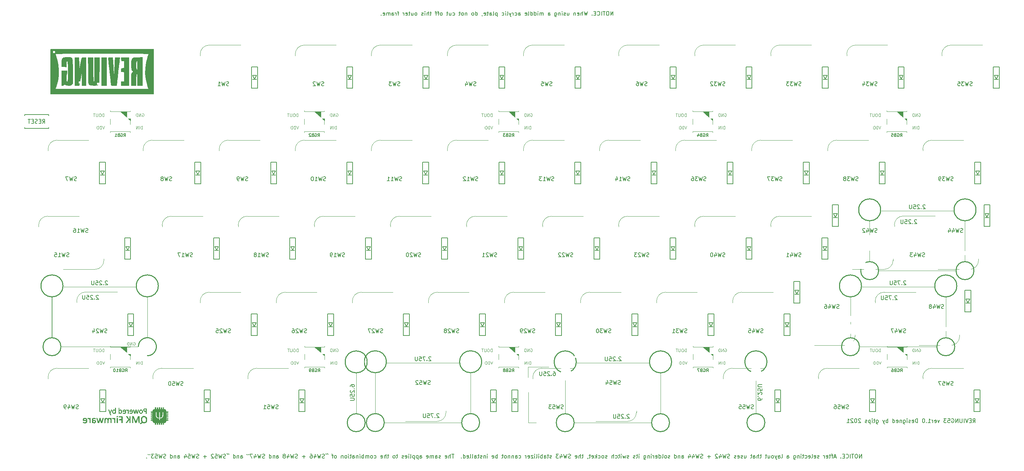
<source format=gbo>
G04 #@! TF.GenerationSoftware,KiCad,Pcbnew,(5.1.9-0-10_14)*
G04 #@! TF.CreationDate,2021-12-01T15:49:55+09:00*
G04 #@! TF.ProjectId,reviung53,72657669-756e-4673-9533-2e6b69636164,1*
G04 #@! TF.SameCoordinates,PX1c9c380PY1c9c380*
G04 #@! TF.FileFunction,Legend,Bot*
G04 #@! TF.FilePolarity,Positive*
%FSLAX46Y46*%
G04 Gerber Fmt 4.6, Leading zero omitted, Abs format (unit mm)*
G04 Created by KiCad (PCBNEW (5.1.9-0-10_14)) date 2021-12-01 15:49:55*
%MOMM*%
%LPD*%
G01*
G04 APERTURE LIST*
%ADD10C,0.150000*%
%ADD11C,0.120000*%
%ADD12C,0.250000*%
%ADD13C,0.010000*%
%ADD14C,0.100000*%
%ADD15C,4.500000*%
%ADD16C,2.200000*%
%ADD17C,3.000000*%
%ADD18C,3.987800*%
%ADD19C,1.750000*%
%ADD20R,2.550000X2.500000*%
%ADD21C,3.048000*%
%ADD22C,0.600000*%
%ADD23C,1.524000*%
%ADD24R,0.950000X1.300000*%
%ADD25C,2.000000*%
%ADD26R,2.000000X1.500000*%
%ADD27C,0.900000*%
G04 APERTURE END LIST*
D10*
X149943809Y4577620D02*
X149943809Y5577620D01*
X149372380Y4577620D01*
X149372380Y5577620D01*
X148705714Y5577620D02*
X148515238Y5577620D01*
X148420000Y5530000D01*
X148324761Y5434762D01*
X148277142Y5244286D01*
X148277142Y4910953D01*
X148324761Y4720477D01*
X148420000Y4625239D01*
X148515238Y4577620D01*
X148705714Y4577620D01*
X148800952Y4625239D01*
X148896190Y4720477D01*
X148943809Y4910953D01*
X148943809Y5244286D01*
X148896190Y5434762D01*
X148800952Y5530000D01*
X148705714Y5577620D01*
X147991428Y5577620D02*
X147420000Y5577620D01*
X147705714Y4577620D02*
X147705714Y5577620D01*
X147086666Y4577620D02*
X147086666Y5577620D01*
X146039047Y4672858D02*
X146086666Y4625239D01*
X146229523Y4577620D01*
X146324761Y4577620D01*
X146467619Y4625239D01*
X146562857Y4720477D01*
X146610476Y4815715D01*
X146658095Y5006191D01*
X146658095Y5149048D01*
X146610476Y5339524D01*
X146562857Y5434762D01*
X146467619Y5530000D01*
X146324761Y5577620D01*
X146229523Y5577620D01*
X146086666Y5530000D01*
X146039047Y5482381D01*
X145610476Y5101429D02*
X145277142Y5101429D01*
X145134285Y4577620D02*
X145610476Y4577620D01*
X145610476Y5577620D01*
X145134285Y5577620D01*
X144705714Y4672858D02*
X144658095Y4625239D01*
X144705714Y4577620D01*
X144753333Y4625239D01*
X144705714Y4672858D01*
X144705714Y4577620D01*
X143562857Y5577620D02*
X143324761Y4577620D01*
X143134285Y5291905D01*
X142943809Y4577620D01*
X142705714Y5577620D01*
X142324761Y4577620D02*
X142324761Y5577620D01*
X141896190Y4577620D02*
X141896190Y5101429D01*
X141943809Y5196667D01*
X142039047Y5244286D01*
X142181904Y5244286D01*
X142277142Y5196667D01*
X142324761Y5149048D01*
X141039047Y4625239D02*
X141134285Y4577620D01*
X141324761Y4577620D01*
X141420000Y4625239D01*
X141467619Y4720477D01*
X141467619Y5101429D01*
X141420000Y5196667D01*
X141324761Y5244286D01*
X141134285Y5244286D01*
X141039047Y5196667D01*
X140991428Y5101429D01*
X140991428Y5006191D01*
X141467619Y4910953D01*
X140562857Y5244286D02*
X140562857Y4577620D01*
X140562857Y5149048D02*
X140515238Y5196667D01*
X140420000Y5244286D01*
X140277142Y5244286D01*
X140181904Y5196667D01*
X140134285Y5101429D01*
X140134285Y4577620D01*
X138467619Y5244286D02*
X138467619Y4577620D01*
X138896190Y5244286D02*
X138896190Y4720477D01*
X138848571Y4625239D01*
X138753333Y4577620D01*
X138610476Y4577620D01*
X138515238Y4625239D01*
X138467619Y4672858D01*
X138039047Y4625239D02*
X137943809Y4577620D01*
X137753333Y4577620D01*
X137658095Y4625239D01*
X137610476Y4720477D01*
X137610476Y4768096D01*
X137658095Y4863334D01*
X137753333Y4910953D01*
X137896190Y4910953D01*
X137991428Y4958572D01*
X138039047Y5053810D01*
X138039047Y5101429D01*
X137991428Y5196667D01*
X137896190Y5244286D01*
X137753333Y5244286D01*
X137658095Y5196667D01*
X137181904Y4577620D02*
X137181904Y5244286D01*
X137181904Y5577620D02*
X137229523Y5530000D01*
X137181904Y5482381D01*
X137134285Y5530000D01*
X137181904Y5577620D01*
X137181904Y5482381D01*
X136705714Y5244286D02*
X136705714Y4577620D01*
X136705714Y5149048D02*
X136658095Y5196667D01*
X136562857Y5244286D01*
X136420000Y5244286D01*
X136324761Y5196667D01*
X136277142Y5101429D01*
X136277142Y4577620D01*
X135372380Y5244286D02*
X135372380Y4434762D01*
X135420000Y4339524D01*
X135467619Y4291905D01*
X135562857Y4244286D01*
X135705714Y4244286D01*
X135800952Y4291905D01*
X135372380Y4625239D02*
X135467619Y4577620D01*
X135658095Y4577620D01*
X135753333Y4625239D01*
X135800952Y4672858D01*
X135848571Y4768096D01*
X135848571Y5053810D01*
X135800952Y5149048D01*
X135753333Y5196667D01*
X135658095Y5244286D01*
X135467619Y5244286D01*
X135372380Y5196667D01*
X133705714Y4577620D02*
X133705714Y5101429D01*
X133753333Y5196667D01*
X133848571Y5244286D01*
X134039047Y5244286D01*
X134134285Y5196667D01*
X133705714Y4625239D02*
X133800952Y4577620D01*
X134039047Y4577620D01*
X134134285Y4625239D01*
X134181904Y4720477D01*
X134181904Y4815715D01*
X134134285Y4910953D01*
X134039047Y4958572D01*
X133800952Y4958572D01*
X133705714Y5006191D01*
X132467619Y4577620D02*
X132467619Y5244286D01*
X132467619Y5149048D02*
X132420000Y5196667D01*
X132324761Y5244286D01*
X132181904Y5244286D01*
X132086666Y5196667D01*
X132039047Y5101429D01*
X132039047Y4577620D01*
X132039047Y5101429D02*
X131991428Y5196667D01*
X131896190Y5244286D01*
X131753333Y5244286D01*
X131658095Y5196667D01*
X131610476Y5101429D01*
X131610476Y4577620D01*
X131134285Y4577620D02*
X131134285Y5244286D01*
X131134285Y5577620D02*
X131181904Y5530000D01*
X131134285Y5482381D01*
X131086666Y5530000D01*
X131134285Y5577620D01*
X131134285Y5482381D01*
X130229523Y4577620D02*
X130229523Y5577620D01*
X130229523Y4625239D02*
X130324761Y4577620D01*
X130515238Y4577620D01*
X130610476Y4625239D01*
X130658095Y4672858D01*
X130705714Y4768096D01*
X130705714Y5053810D01*
X130658095Y5149048D01*
X130610476Y5196667D01*
X130515238Y5244286D01*
X130324761Y5244286D01*
X130229523Y5196667D01*
X129324761Y4577620D02*
X129324761Y5577620D01*
X129324761Y4625239D02*
X129420000Y4577620D01*
X129610476Y4577620D01*
X129705714Y4625239D01*
X129753333Y4672858D01*
X129800952Y4768096D01*
X129800952Y5053810D01*
X129753333Y5149048D01*
X129705714Y5196667D01*
X129610476Y5244286D01*
X129420000Y5244286D01*
X129324761Y5196667D01*
X128705714Y4577620D02*
X128800952Y4625239D01*
X128848571Y4720477D01*
X128848571Y5577620D01*
X127943809Y4625239D02*
X128039047Y4577620D01*
X128229523Y4577620D01*
X128324761Y4625239D01*
X128372380Y4720477D01*
X128372380Y5101429D01*
X128324761Y5196667D01*
X128229523Y5244286D01*
X128039047Y5244286D01*
X127943809Y5196667D01*
X127896190Y5101429D01*
X127896190Y5006191D01*
X128372380Y4910953D01*
X126277142Y4577620D02*
X126277142Y5101429D01*
X126324761Y5196667D01*
X126420000Y5244286D01*
X126610476Y5244286D01*
X126705714Y5196667D01*
X126277142Y4625239D02*
X126372380Y4577620D01*
X126610476Y4577620D01*
X126705714Y4625239D01*
X126753333Y4720477D01*
X126753333Y4815715D01*
X126705714Y4910953D01*
X126610476Y4958572D01*
X126372380Y4958572D01*
X126277142Y5006191D01*
X125372380Y4625239D02*
X125467619Y4577620D01*
X125658095Y4577620D01*
X125753333Y4625239D01*
X125800952Y4672858D01*
X125848571Y4768096D01*
X125848571Y5053810D01*
X125800952Y5149048D01*
X125753333Y5196667D01*
X125658095Y5244286D01*
X125467619Y5244286D01*
X125372380Y5196667D01*
X124943809Y4577620D02*
X124943809Y5244286D01*
X124943809Y5053810D02*
X124896190Y5149048D01*
X124848571Y5196667D01*
X124753333Y5244286D01*
X124658095Y5244286D01*
X124420000Y5244286D02*
X124181904Y4577620D01*
X123943809Y5244286D02*
X124181904Y4577620D01*
X124277142Y4339524D01*
X124324761Y4291905D01*
X124420000Y4244286D01*
X123420000Y4577620D02*
X123515238Y4625239D01*
X123562857Y4720477D01*
X123562857Y5577620D01*
X123039047Y4577620D02*
X123039047Y5244286D01*
X123039047Y5577620D02*
X123086666Y5530000D01*
X123039047Y5482381D01*
X122991428Y5530000D01*
X123039047Y5577620D01*
X123039047Y5482381D01*
X122134285Y4625239D02*
X122229523Y4577620D01*
X122420000Y4577620D01*
X122515238Y4625239D01*
X122562857Y4672858D01*
X122610476Y4768096D01*
X122610476Y5053810D01*
X122562857Y5149048D01*
X122515238Y5196667D01*
X122420000Y5244286D01*
X122229523Y5244286D01*
X122134285Y5196667D01*
X120943809Y5244286D02*
X120943809Y4244286D01*
X120943809Y5196667D02*
X120848571Y5244286D01*
X120658095Y5244286D01*
X120562857Y5196667D01*
X120515238Y5149048D01*
X120467619Y5053810D01*
X120467619Y4768096D01*
X120515238Y4672858D01*
X120562857Y4625239D01*
X120658095Y4577620D01*
X120848571Y4577620D01*
X120943809Y4625239D01*
X119896190Y4577620D02*
X119991428Y4625239D01*
X120039047Y4720477D01*
X120039047Y5577620D01*
X119086666Y4577620D02*
X119086666Y5101429D01*
X119134285Y5196667D01*
X119229523Y5244286D01*
X119420000Y5244286D01*
X119515238Y5196667D01*
X119086666Y4625239D02*
X119181904Y4577620D01*
X119420000Y4577620D01*
X119515238Y4625239D01*
X119562857Y4720477D01*
X119562857Y4815715D01*
X119515238Y4910953D01*
X119420000Y4958572D01*
X119181904Y4958572D01*
X119086666Y5006191D01*
X118753333Y5244286D02*
X118372380Y5244286D01*
X118610476Y5577620D02*
X118610476Y4720477D01*
X118562857Y4625239D01*
X118467619Y4577620D01*
X118372380Y4577620D01*
X117658095Y4625239D02*
X117753333Y4577620D01*
X117943809Y4577620D01*
X118039047Y4625239D01*
X118086666Y4720477D01*
X118086666Y5101429D01*
X118039047Y5196667D01*
X117943809Y5244286D01*
X117753333Y5244286D01*
X117658095Y5196667D01*
X117610476Y5101429D01*
X117610476Y5006191D01*
X118086666Y4910953D01*
X117134285Y4625239D02*
X117134285Y4577620D01*
X117181904Y4482381D01*
X117229523Y4434762D01*
X115515238Y4577620D02*
X115515238Y5577620D01*
X115515238Y4625239D02*
X115610476Y4577620D01*
X115800952Y4577620D01*
X115896190Y4625239D01*
X115943809Y4672858D01*
X115991428Y4768096D01*
X115991428Y5053810D01*
X115943809Y5149048D01*
X115896190Y5196667D01*
X115800952Y5244286D01*
X115610476Y5244286D01*
X115515238Y5196667D01*
X114896190Y4577620D02*
X114991428Y4625239D01*
X115039047Y4672858D01*
X115086666Y4768096D01*
X115086666Y5053810D01*
X115039047Y5149048D01*
X114991428Y5196667D01*
X114896190Y5244286D01*
X114753333Y5244286D01*
X114658095Y5196667D01*
X114610476Y5149048D01*
X114562857Y5053810D01*
X114562857Y4768096D01*
X114610476Y4672858D01*
X114658095Y4625239D01*
X114753333Y4577620D01*
X114896190Y4577620D01*
X113372380Y5244286D02*
X113372380Y4577620D01*
X113372380Y5149048D02*
X113324761Y5196667D01*
X113229523Y5244286D01*
X113086666Y5244286D01*
X112991428Y5196667D01*
X112943809Y5101429D01*
X112943809Y4577620D01*
X112324761Y4577620D02*
X112420000Y4625239D01*
X112467619Y4672858D01*
X112515238Y4768096D01*
X112515238Y5053810D01*
X112467619Y5149048D01*
X112420000Y5196667D01*
X112324761Y5244286D01*
X112181904Y5244286D01*
X112086666Y5196667D01*
X112039047Y5149048D01*
X111991428Y5053810D01*
X111991428Y4768096D01*
X112039047Y4672858D01*
X112086666Y4625239D01*
X112181904Y4577620D01*
X112324761Y4577620D01*
X111705714Y5244286D02*
X111324761Y5244286D01*
X111562857Y5577620D02*
X111562857Y4720477D01*
X111515238Y4625239D01*
X111420000Y4577620D01*
X111324761Y4577620D01*
X109800952Y4625239D02*
X109896190Y4577620D01*
X110086666Y4577620D01*
X110181904Y4625239D01*
X110229523Y4672858D01*
X110277142Y4768096D01*
X110277142Y5053810D01*
X110229523Y5149048D01*
X110181904Y5196667D01*
X110086666Y5244286D01*
X109896190Y5244286D01*
X109800952Y5196667D01*
X108943809Y5244286D02*
X108943809Y4577620D01*
X109372380Y5244286D02*
X109372380Y4720477D01*
X109324761Y4625239D01*
X109229523Y4577620D01*
X109086666Y4577620D01*
X108991428Y4625239D01*
X108943809Y4672858D01*
X108610476Y5244286D02*
X108229523Y5244286D01*
X108467619Y5577620D02*
X108467619Y4720477D01*
X108420000Y4625239D01*
X108324761Y4577620D01*
X108229523Y4577620D01*
X106991428Y4577620D02*
X107086666Y4625239D01*
X107134285Y4672858D01*
X107181904Y4768096D01*
X107181904Y5053810D01*
X107134285Y5149048D01*
X107086666Y5196667D01*
X106991428Y5244286D01*
X106848571Y5244286D01*
X106753333Y5196667D01*
X106705714Y5149048D01*
X106658095Y5053810D01*
X106658095Y4768096D01*
X106705714Y4672858D01*
X106753333Y4625239D01*
X106848571Y4577620D01*
X106991428Y4577620D01*
X106372380Y5244286D02*
X105991428Y5244286D01*
X106229523Y4577620D02*
X106229523Y5434762D01*
X106181904Y5530000D01*
X106086666Y5577620D01*
X105991428Y5577620D01*
X105800952Y5244286D02*
X105420000Y5244286D01*
X105658095Y4577620D02*
X105658095Y5434762D01*
X105610476Y5530000D01*
X105515238Y5577620D01*
X105420000Y5577620D01*
X104467619Y5244286D02*
X104086666Y5244286D01*
X104324761Y5577620D02*
X104324761Y4720477D01*
X104277142Y4625239D01*
X104181904Y4577620D01*
X104086666Y4577620D01*
X103753333Y4577620D02*
X103753333Y5577620D01*
X103324761Y4577620D02*
X103324761Y5101429D01*
X103372380Y5196667D01*
X103467619Y5244286D01*
X103610476Y5244286D01*
X103705714Y5196667D01*
X103753333Y5149048D01*
X102848571Y4577620D02*
X102848571Y5244286D01*
X102848571Y5577620D02*
X102896190Y5530000D01*
X102848571Y5482381D01*
X102800952Y5530000D01*
X102848571Y5577620D01*
X102848571Y5482381D01*
X102420000Y4625239D02*
X102324761Y4577620D01*
X102134285Y4577620D01*
X102039047Y4625239D01*
X101991428Y4720477D01*
X101991428Y4768096D01*
X102039047Y4863334D01*
X102134285Y4910953D01*
X102277142Y4910953D01*
X102372380Y4958572D01*
X102420000Y5053810D01*
X102420000Y5101429D01*
X102372380Y5196667D01*
X102277142Y5244286D01*
X102134285Y5244286D01*
X102039047Y5196667D01*
X100658095Y4577620D02*
X100753333Y4625239D01*
X100800952Y4672858D01*
X100848571Y4768096D01*
X100848571Y5053810D01*
X100800952Y5149048D01*
X100753333Y5196667D01*
X100658095Y5244286D01*
X100515238Y5244286D01*
X100420000Y5196667D01*
X100372380Y5149048D01*
X100324761Y5053810D01*
X100324761Y4768096D01*
X100372380Y4672858D01*
X100420000Y4625239D01*
X100515238Y4577620D01*
X100658095Y4577620D01*
X99467619Y5244286D02*
X99467619Y4577620D01*
X99896190Y5244286D02*
X99896190Y4720477D01*
X99848571Y4625239D01*
X99753333Y4577620D01*
X99610476Y4577620D01*
X99515238Y4625239D01*
X99467619Y4672858D01*
X99134285Y5244286D02*
X98753333Y5244286D01*
X98991428Y5577620D02*
X98991428Y4720477D01*
X98943809Y4625239D01*
X98848571Y4577620D01*
X98753333Y4577620D01*
X98039047Y4625239D02*
X98134285Y4577620D01*
X98324761Y4577620D01*
X98420000Y4625239D01*
X98467619Y4720477D01*
X98467619Y5101429D01*
X98420000Y5196667D01*
X98324761Y5244286D01*
X98134285Y5244286D01*
X98039047Y5196667D01*
X97991428Y5101429D01*
X97991428Y5006191D01*
X98467619Y4910953D01*
X97562857Y4577620D02*
X97562857Y5244286D01*
X97562857Y5053810D02*
X97515238Y5149048D01*
X97467619Y5196667D01*
X97372380Y5244286D01*
X97277142Y5244286D01*
X96324761Y5244286D02*
X95943809Y5244286D01*
X96181904Y4577620D02*
X96181904Y5434762D01*
X96134285Y5530000D01*
X96039047Y5577620D01*
X95943809Y5577620D01*
X95610476Y4577620D02*
X95610476Y5244286D01*
X95610476Y5053810D02*
X95562857Y5149048D01*
X95515238Y5196667D01*
X95420000Y5244286D01*
X95324761Y5244286D01*
X94562857Y4577620D02*
X94562857Y5101429D01*
X94610476Y5196667D01*
X94705714Y5244286D01*
X94896190Y5244286D01*
X94991428Y5196667D01*
X94562857Y4625239D02*
X94658095Y4577620D01*
X94896190Y4577620D01*
X94991428Y4625239D01*
X95039047Y4720477D01*
X95039047Y4815715D01*
X94991428Y4910953D01*
X94896190Y4958572D01*
X94658095Y4958572D01*
X94562857Y5006191D01*
X94086666Y4577620D02*
X94086666Y5244286D01*
X94086666Y5149048D02*
X94039047Y5196667D01*
X93943809Y5244286D01*
X93800952Y5244286D01*
X93705714Y5196667D01*
X93658095Y5101429D01*
X93658095Y4577620D01*
X93658095Y5101429D02*
X93610476Y5196667D01*
X93515238Y5244286D01*
X93372380Y5244286D01*
X93277142Y5196667D01*
X93229523Y5101429D01*
X93229523Y4577620D01*
X92372380Y4625239D02*
X92467619Y4577620D01*
X92658095Y4577620D01*
X92753333Y4625239D01*
X92800952Y4720477D01*
X92800952Y5101429D01*
X92753333Y5196667D01*
X92658095Y5244286D01*
X92467619Y5244286D01*
X92372380Y5196667D01*
X92324761Y5101429D01*
X92324761Y5006191D01*
X92800952Y4910953D01*
X91896190Y4672858D02*
X91848571Y4625239D01*
X91896190Y4577620D01*
X91943809Y4625239D01*
X91896190Y4672858D01*
X91896190Y4577620D01*
X135033809Y-84692380D02*
X135224285Y-84692380D01*
X135319523Y-84740000D01*
X135367142Y-84787619D01*
X135462380Y-84930476D01*
X135510000Y-85120952D01*
X135510000Y-85501904D01*
X135462380Y-85597142D01*
X135414761Y-85644761D01*
X135319523Y-85692380D01*
X135129047Y-85692380D01*
X135033809Y-85644761D01*
X134986190Y-85597142D01*
X134938571Y-85501904D01*
X134938571Y-85263809D01*
X134986190Y-85168571D01*
X135033809Y-85120952D01*
X135129047Y-85073333D01*
X135319523Y-85073333D01*
X135414761Y-85120952D01*
X135462380Y-85168571D01*
X135510000Y-85263809D01*
X134510000Y-85597142D02*
X134462380Y-85644761D01*
X134510000Y-85692380D01*
X134557619Y-85644761D01*
X134510000Y-85597142D01*
X134510000Y-85692380D01*
X134081428Y-84787619D02*
X134033809Y-84740000D01*
X133938571Y-84692380D01*
X133700476Y-84692380D01*
X133605238Y-84740000D01*
X133557619Y-84787619D01*
X133510000Y-84882857D01*
X133510000Y-84978095D01*
X133557619Y-85120952D01*
X134129047Y-85692380D01*
X133510000Y-85692380D01*
X132605238Y-84692380D02*
X133081428Y-84692380D01*
X133129047Y-85168571D01*
X133081428Y-85120952D01*
X132986190Y-85073333D01*
X132748095Y-85073333D01*
X132652857Y-85120952D01*
X132605238Y-85168571D01*
X132557619Y-85263809D01*
X132557619Y-85501904D01*
X132605238Y-85597142D01*
X132652857Y-85644761D01*
X132748095Y-85692380D01*
X132986190Y-85692380D01*
X133081428Y-85644761D01*
X133129047Y-85597142D01*
X132129047Y-84692380D02*
X132129047Y-85501904D01*
X132081428Y-85597142D01*
X132033809Y-85644761D01*
X131938571Y-85692380D01*
X131748095Y-85692380D01*
X131652857Y-85644761D01*
X131605238Y-85597142D01*
X131557619Y-85501904D01*
X131557619Y-84692380D01*
X212217619Y-106382380D02*
X212217619Y-105382380D01*
X211646190Y-106382380D01*
X211646190Y-105382380D01*
X210979523Y-105382380D02*
X210789047Y-105382380D01*
X210693809Y-105430000D01*
X210598571Y-105525238D01*
X210550952Y-105715714D01*
X210550952Y-106049047D01*
X210598571Y-106239523D01*
X210693809Y-106334761D01*
X210789047Y-106382380D01*
X210979523Y-106382380D01*
X211074761Y-106334761D01*
X211169999Y-106239523D01*
X211217619Y-106049047D01*
X211217619Y-105715714D01*
X211169999Y-105525238D01*
X211074761Y-105430000D01*
X210979523Y-105382380D01*
X210265238Y-105382380D02*
X209693809Y-105382380D01*
X209979523Y-106382380D02*
X209979523Y-105382380D01*
X209360476Y-106382380D02*
X209360476Y-105382380D01*
X208312857Y-106287142D02*
X208360476Y-106334761D01*
X208503333Y-106382380D01*
X208598571Y-106382380D01*
X208741428Y-106334761D01*
X208836666Y-106239523D01*
X208884285Y-106144285D01*
X208931904Y-105953809D01*
X208931904Y-105810952D01*
X208884285Y-105620476D01*
X208836666Y-105525238D01*
X208741428Y-105430000D01*
X208598571Y-105382380D01*
X208503333Y-105382380D01*
X208360476Y-105430000D01*
X208312857Y-105477619D01*
X207884285Y-105858571D02*
X207550952Y-105858571D01*
X207408095Y-106382380D02*
X207884285Y-106382380D01*
X207884285Y-105382380D01*
X207408095Y-105382380D01*
X206979523Y-106287142D02*
X206931904Y-106334761D01*
X206979523Y-106382380D01*
X207027142Y-106334761D01*
X206979523Y-106287142D01*
X206979523Y-106382380D01*
X205789047Y-106096666D02*
X205312857Y-106096666D01*
X205884285Y-106382380D02*
X205550952Y-105382380D01*
X205217619Y-106382380D01*
X205027142Y-105715714D02*
X204646190Y-105715714D01*
X204884285Y-106382380D02*
X204884285Y-105525238D01*
X204836666Y-105430000D01*
X204741428Y-105382380D01*
X204646190Y-105382380D01*
X204455714Y-105715714D02*
X204074761Y-105715714D01*
X204312857Y-105382380D02*
X204312857Y-106239523D01*
X204265238Y-106334761D01*
X204169999Y-106382380D01*
X204074761Y-106382380D01*
X203360476Y-106334761D02*
X203455714Y-106382380D01*
X203646190Y-106382380D01*
X203741428Y-106334761D01*
X203789047Y-106239523D01*
X203789047Y-105858571D01*
X203741428Y-105763333D01*
X203646190Y-105715714D01*
X203455714Y-105715714D01*
X203360476Y-105763333D01*
X203312857Y-105858571D01*
X203312857Y-105953809D01*
X203789047Y-106049047D01*
X202884285Y-106382380D02*
X202884285Y-105715714D01*
X202884285Y-105906190D02*
X202836666Y-105810952D01*
X202789047Y-105763333D01*
X202693809Y-105715714D01*
X202598571Y-105715714D01*
X201550952Y-106334761D02*
X201455714Y-106382380D01*
X201265238Y-106382380D01*
X201169999Y-106334761D01*
X201122380Y-106239523D01*
X201122380Y-106191904D01*
X201169999Y-106096666D01*
X201265238Y-106049047D01*
X201408095Y-106049047D01*
X201503333Y-106001428D01*
X201550952Y-105906190D01*
X201550952Y-105858571D01*
X201503333Y-105763333D01*
X201408095Y-105715714D01*
X201265238Y-105715714D01*
X201169999Y-105763333D01*
X200312857Y-106334761D02*
X200408095Y-106382380D01*
X200598571Y-106382380D01*
X200693809Y-106334761D01*
X200741428Y-106239523D01*
X200741428Y-105858571D01*
X200693809Y-105763333D01*
X200598571Y-105715714D01*
X200408095Y-105715714D01*
X200312857Y-105763333D01*
X200265238Y-105858571D01*
X200265238Y-105953809D01*
X200741428Y-106049047D01*
X199693809Y-106382380D02*
X199789047Y-106334761D01*
X199836666Y-106239523D01*
X199836666Y-105382380D01*
X198931904Y-106334761D02*
X199027142Y-106382380D01*
X199217619Y-106382380D01*
X199312857Y-106334761D01*
X199360476Y-106239523D01*
X199360476Y-105858571D01*
X199312857Y-105763333D01*
X199217619Y-105715714D01*
X199027142Y-105715714D01*
X198931904Y-105763333D01*
X198884285Y-105858571D01*
X198884285Y-105953809D01*
X199360476Y-106049047D01*
X198027142Y-106334761D02*
X198122380Y-106382380D01*
X198312857Y-106382380D01*
X198408095Y-106334761D01*
X198455714Y-106287142D01*
X198503333Y-106191904D01*
X198503333Y-105906190D01*
X198455714Y-105810952D01*
X198408095Y-105763333D01*
X198312857Y-105715714D01*
X198122380Y-105715714D01*
X198027142Y-105763333D01*
X197741428Y-105715714D02*
X197360476Y-105715714D01*
X197598571Y-105382380D02*
X197598571Y-106239523D01*
X197550952Y-106334761D01*
X197455714Y-106382380D01*
X197360476Y-106382380D01*
X197027142Y-106382380D02*
X197027142Y-105715714D01*
X197027142Y-105382380D02*
X197074761Y-105430000D01*
X197027142Y-105477619D01*
X196979523Y-105430000D01*
X197027142Y-105382380D01*
X197027142Y-105477619D01*
X196550952Y-105715714D02*
X196550952Y-106382380D01*
X196550952Y-105810952D02*
X196503333Y-105763333D01*
X196408095Y-105715714D01*
X196265238Y-105715714D01*
X196169999Y-105763333D01*
X196122380Y-105858571D01*
X196122380Y-106382380D01*
X195217619Y-105715714D02*
X195217619Y-106525238D01*
X195265238Y-106620476D01*
X195312857Y-106668095D01*
X195408095Y-106715714D01*
X195550952Y-106715714D01*
X195646190Y-106668095D01*
X195217619Y-106334761D02*
X195312857Y-106382380D01*
X195503333Y-106382380D01*
X195598571Y-106334761D01*
X195646190Y-106287142D01*
X195693809Y-106191904D01*
X195693809Y-105906190D01*
X195646190Y-105810952D01*
X195598571Y-105763333D01*
X195503333Y-105715714D01*
X195312857Y-105715714D01*
X195217619Y-105763333D01*
X193550952Y-106382380D02*
X193550952Y-105858571D01*
X193598571Y-105763333D01*
X193693809Y-105715714D01*
X193884285Y-105715714D01*
X193979523Y-105763333D01*
X193550952Y-106334761D02*
X193646190Y-106382380D01*
X193884285Y-106382380D01*
X193979523Y-106334761D01*
X194027142Y-106239523D01*
X194027142Y-106144285D01*
X193979523Y-106049047D01*
X193884285Y-106001428D01*
X193646190Y-106001428D01*
X193550952Y-105953809D01*
X192169999Y-106382380D02*
X192265238Y-106334761D01*
X192312857Y-106239523D01*
X192312857Y-105382380D01*
X191360476Y-106382380D02*
X191360476Y-105858571D01*
X191408095Y-105763333D01*
X191503333Y-105715714D01*
X191693809Y-105715714D01*
X191789047Y-105763333D01*
X191360476Y-106334761D02*
X191455714Y-106382380D01*
X191693809Y-106382380D01*
X191789047Y-106334761D01*
X191836666Y-106239523D01*
X191836666Y-106144285D01*
X191789047Y-106049047D01*
X191693809Y-106001428D01*
X191455714Y-106001428D01*
X191360476Y-105953809D01*
X190979523Y-105715714D02*
X190741428Y-106382380D01*
X190503333Y-105715714D02*
X190741428Y-106382380D01*
X190836666Y-106620476D01*
X190884285Y-106668095D01*
X190979523Y-106715714D01*
X189979523Y-106382380D02*
X190074761Y-106334761D01*
X190122380Y-106287142D01*
X190169999Y-106191904D01*
X190169999Y-105906190D01*
X190122380Y-105810952D01*
X190074761Y-105763333D01*
X189979523Y-105715714D01*
X189836666Y-105715714D01*
X189741428Y-105763333D01*
X189693809Y-105810952D01*
X189646190Y-105906190D01*
X189646190Y-106191904D01*
X189693809Y-106287142D01*
X189741428Y-106334761D01*
X189836666Y-106382380D01*
X189979523Y-106382380D01*
X188789047Y-105715714D02*
X188789047Y-106382380D01*
X189217619Y-105715714D02*
X189217619Y-106239523D01*
X189169999Y-106334761D01*
X189074761Y-106382380D01*
X188931904Y-106382380D01*
X188836666Y-106334761D01*
X188789047Y-106287142D01*
X188455714Y-105715714D02*
X188074761Y-105715714D01*
X188312857Y-105382380D02*
X188312857Y-106239523D01*
X188265238Y-106334761D01*
X188169999Y-106382380D01*
X188074761Y-106382380D01*
X187122380Y-105715714D02*
X186741428Y-105715714D01*
X186979523Y-105382380D02*
X186979523Y-106239523D01*
X186931904Y-106334761D01*
X186836666Y-106382380D01*
X186741428Y-106382380D01*
X186408095Y-106382380D02*
X186408095Y-105382380D01*
X185979523Y-106382380D02*
X185979523Y-105858571D01*
X186027142Y-105763333D01*
X186122380Y-105715714D01*
X186265238Y-105715714D01*
X186360476Y-105763333D01*
X186408095Y-105810952D01*
X185074761Y-106382380D02*
X185074761Y-105858571D01*
X185122380Y-105763333D01*
X185217619Y-105715714D01*
X185408095Y-105715714D01*
X185503333Y-105763333D01*
X185074761Y-106334761D02*
X185169999Y-106382380D01*
X185408095Y-106382380D01*
X185503333Y-106334761D01*
X185550952Y-106239523D01*
X185550952Y-106144285D01*
X185503333Y-106049047D01*
X185408095Y-106001428D01*
X185169999Y-106001428D01*
X185074761Y-105953809D01*
X184741428Y-105715714D02*
X184360476Y-105715714D01*
X184598571Y-105382380D02*
X184598571Y-106239523D01*
X184550952Y-106334761D01*
X184455714Y-106382380D01*
X184360476Y-106382380D01*
X182836666Y-105715714D02*
X182836666Y-106382380D01*
X183265238Y-105715714D02*
X183265238Y-106239523D01*
X183217619Y-106334761D01*
X183122380Y-106382380D01*
X182979523Y-106382380D01*
X182884285Y-106334761D01*
X182836666Y-106287142D01*
X182408095Y-106334761D02*
X182312857Y-106382380D01*
X182122380Y-106382380D01*
X182027142Y-106334761D01*
X181979523Y-106239523D01*
X181979523Y-106191904D01*
X182027142Y-106096666D01*
X182122380Y-106049047D01*
X182265238Y-106049047D01*
X182360476Y-106001428D01*
X182408095Y-105906190D01*
X182408095Y-105858571D01*
X182360476Y-105763333D01*
X182265238Y-105715714D01*
X182122380Y-105715714D01*
X182027142Y-105763333D01*
X181169999Y-106334761D02*
X181265238Y-106382380D01*
X181455714Y-106382380D01*
X181550952Y-106334761D01*
X181598571Y-106239523D01*
X181598571Y-105858571D01*
X181550952Y-105763333D01*
X181455714Y-105715714D01*
X181265238Y-105715714D01*
X181169999Y-105763333D01*
X181122380Y-105858571D01*
X181122380Y-105953809D01*
X181598571Y-106049047D01*
X180741428Y-106334761D02*
X180646190Y-106382380D01*
X180455714Y-106382380D01*
X180360476Y-106334761D01*
X180312857Y-106239523D01*
X180312857Y-106191904D01*
X180360476Y-106096666D01*
X180455714Y-106049047D01*
X180598571Y-106049047D01*
X180693809Y-106001428D01*
X180741428Y-105906190D01*
X180741428Y-105858571D01*
X180693809Y-105763333D01*
X180598571Y-105715714D01*
X180455714Y-105715714D01*
X180360476Y-105763333D01*
X179169999Y-106334761D02*
X179027142Y-106382380D01*
X178789047Y-106382380D01*
X178693809Y-106334761D01*
X178646190Y-106287142D01*
X178598571Y-106191904D01*
X178598571Y-106096666D01*
X178646190Y-106001428D01*
X178693809Y-105953809D01*
X178789047Y-105906190D01*
X178979523Y-105858571D01*
X179074761Y-105810952D01*
X179122380Y-105763333D01*
X179169999Y-105668095D01*
X179169999Y-105572857D01*
X179122380Y-105477619D01*
X179074761Y-105430000D01*
X178979523Y-105382380D01*
X178741428Y-105382380D01*
X178598571Y-105430000D01*
X178265238Y-105382380D02*
X178027142Y-106382380D01*
X177836666Y-105668095D01*
X177646190Y-106382380D01*
X177408095Y-105382380D01*
X176598571Y-105715714D02*
X176598571Y-106382380D01*
X176836666Y-105334761D02*
X177074761Y-106049047D01*
X176455714Y-106049047D01*
X176122380Y-105477619D02*
X176074761Y-105430000D01*
X175979523Y-105382380D01*
X175741428Y-105382380D01*
X175646190Y-105430000D01*
X175598571Y-105477619D01*
X175550952Y-105572857D01*
X175550952Y-105668095D01*
X175598571Y-105810952D01*
X176169999Y-106382380D01*
X175550952Y-106382380D01*
X174360476Y-106001428D02*
X173598571Y-106001428D01*
X173979523Y-106382380D02*
X173979523Y-105620476D01*
X172408095Y-106334761D02*
X172265238Y-106382380D01*
X172027142Y-106382380D01*
X171931904Y-106334761D01*
X171884285Y-106287142D01*
X171836666Y-106191904D01*
X171836666Y-106096666D01*
X171884285Y-106001428D01*
X171931904Y-105953809D01*
X172027142Y-105906190D01*
X172217619Y-105858571D01*
X172312857Y-105810952D01*
X172360476Y-105763333D01*
X172408095Y-105668095D01*
X172408095Y-105572857D01*
X172360476Y-105477619D01*
X172312857Y-105430000D01*
X172217619Y-105382380D01*
X171979523Y-105382380D01*
X171836666Y-105430000D01*
X171503333Y-105382380D02*
X171265238Y-106382380D01*
X171074761Y-105668095D01*
X170884285Y-106382380D01*
X170646190Y-105382380D01*
X169836666Y-105715714D02*
X169836666Y-106382380D01*
X170074761Y-105334761D02*
X170312857Y-106049047D01*
X169693809Y-106049047D01*
X168884285Y-105715714D02*
X168884285Y-106382380D01*
X169122380Y-105334761D02*
X169360476Y-106049047D01*
X168741428Y-106049047D01*
X167169999Y-106382380D02*
X167169999Y-105858571D01*
X167217619Y-105763333D01*
X167312857Y-105715714D01*
X167503333Y-105715714D01*
X167598571Y-105763333D01*
X167169999Y-106334761D02*
X167265238Y-106382380D01*
X167503333Y-106382380D01*
X167598571Y-106334761D01*
X167646190Y-106239523D01*
X167646190Y-106144285D01*
X167598571Y-106049047D01*
X167503333Y-106001428D01*
X167265238Y-106001428D01*
X167169999Y-105953809D01*
X166693809Y-105715714D02*
X166693809Y-106382380D01*
X166693809Y-105810952D02*
X166646190Y-105763333D01*
X166550952Y-105715714D01*
X166408095Y-105715714D01*
X166312857Y-105763333D01*
X166265238Y-105858571D01*
X166265238Y-106382380D01*
X165360476Y-106382380D02*
X165360476Y-105382380D01*
X165360476Y-106334761D02*
X165455714Y-106382380D01*
X165646190Y-106382380D01*
X165741428Y-106334761D01*
X165789047Y-106287142D01*
X165836666Y-106191904D01*
X165836666Y-105906190D01*
X165789047Y-105810952D01*
X165741428Y-105763333D01*
X165646190Y-105715714D01*
X165455714Y-105715714D01*
X165360476Y-105763333D01*
X164169999Y-106334761D02*
X164074761Y-106382380D01*
X163884285Y-106382380D01*
X163789047Y-106334761D01*
X163741428Y-106239523D01*
X163741428Y-106191904D01*
X163789047Y-106096666D01*
X163884285Y-106049047D01*
X164027142Y-106049047D01*
X164122380Y-106001428D01*
X164169999Y-105906190D01*
X164169999Y-105858571D01*
X164122380Y-105763333D01*
X164027142Y-105715714D01*
X163884285Y-105715714D01*
X163789047Y-105763333D01*
X163169999Y-106382380D02*
X163265238Y-106334761D01*
X163312857Y-106287142D01*
X163360476Y-106191904D01*
X163360476Y-105906190D01*
X163312857Y-105810952D01*
X163265238Y-105763333D01*
X163169999Y-105715714D01*
X163027142Y-105715714D01*
X162931904Y-105763333D01*
X162884285Y-105810952D01*
X162836666Y-105906190D01*
X162836666Y-106191904D01*
X162884285Y-106287142D01*
X162931904Y-106334761D01*
X163027142Y-106382380D01*
X163169999Y-106382380D01*
X162265238Y-106382380D02*
X162360476Y-106334761D01*
X162408095Y-106239523D01*
X162408095Y-105382380D01*
X161455714Y-106382380D02*
X161455714Y-105382380D01*
X161455714Y-106334761D02*
X161550952Y-106382380D01*
X161741428Y-106382380D01*
X161836666Y-106334761D01*
X161884285Y-106287142D01*
X161931904Y-106191904D01*
X161931904Y-105906190D01*
X161884285Y-105810952D01*
X161836666Y-105763333D01*
X161741428Y-105715714D01*
X161550952Y-105715714D01*
X161455714Y-105763333D01*
X160598571Y-106334761D02*
X160693809Y-106382380D01*
X160884285Y-106382380D01*
X160979523Y-106334761D01*
X161027142Y-106239523D01*
X161027142Y-105858571D01*
X160979523Y-105763333D01*
X160884285Y-105715714D01*
X160693809Y-105715714D01*
X160598571Y-105763333D01*
X160550952Y-105858571D01*
X160550952Y-105953809D01*
X161027142Y-106049047D01*
X160122380Y-106382380D02*
X160122380Y-105715714D01*
X160122380Y-105906190D02*
X160074761Y-105810952D01*
X160027142Y-105763333D01*
X159931904Y-105715714D01*
X159836666Y-105715714D01*
X159503333Y-106382380D02*
X159503333Y-105715714D01*
X159503333Y-105382380D02*
X159550952Y-105430000D01*
X159503333Y-105477619D01*
X159455714Y-105430000D01*
X159503333Y-105382380D01*
X159503333Y-105477619D01*
X159027142Y-105715714D02*
X159027142Y-106382380D01*
X159027142Y-105810952D02*
X158979523Y-105763333D01*
X158884285Y-105715714D01*
X158741428Y-105715714D01*
X158646190Y-105763333D01*
X158598571Y-105858571D01*
X158598571Y-106382380D01*
X157693809Y-105715714D02*
X157693809Y-106525238D01*
X157741428Y-106620476D01*
X157789047Y-106668095D01*
X157884285Y-106715714D01*
X158027142Y-106715714D01*
X158122380Y-106668095D01*
X157693809Y-106334761D02*
X157789047Y-106382380D01*
X157979523Y-106382380D01*
X158074761Y-106334761D01*
X158122380Y-106287142D01*
X158169999Y-106191904D01*
X158169999Y-105906190D01*
X158122380Y-105810952D01*
X158074761Y-105763333D01*
X157979523Y-105715714D01*
X157789047Y-105715714D01*
X157693809Y-105763333D01*
X156455714Y-106382380D02*
X156455714Y-105715714D01*
X156455714Y-105382380D02*
X156503333Y-105430000D01*
X156455714Y-105477619D01*
X156408095Y-105430000D01*
X156455714Y-105382380D01*
X156455714Y-105477619D01*
X156122380Y-105715714D02*
X155741428Y-105715714D01*
X155979523Y-105382380D02*
X155979523Y-106239523D01*
X155931904Y-106334761D01*
X155836666Y-106382380D01*
X155741428Y-106382380D01*
X155455714Y-106334761D02*
X155360476Y-106382380D01*
X155169999Y-106382380D01*
X155074761Y-106334761D01*
X155027142Y-106239523D01*
X155027142Y-106191904D01*
X155074761Y-106096666D01*
X155169999Y-106049047D01*
X155312857Y-106049047D01*
X155408095Y-106001428D01*
X155455714Y-105906190D01*
X155455714Y-105858571D01*
X155408095Y-105763333D01*
X155312857Y-105715714D01*
X155169999Y-105715714D01*
X155074761Y-105763333D01*
X153884285Y-106334761D02*
X153789047Y-106382380D01*
X153598571Y-106382380D01*
X153503333Y-106334761D01*
X153455714Y-106239523D01*
X153455714Y-106191904D01*
X153503333Y-106096666D01*
X153598571Y-106049047D01*
X153741428Y-106049047D01*
X153836666Y-106001428D01*
X153884285Y-105906190D01*
X153884285Y-105858571D01*
X153836666Y-105763333D01*
X153741428Y-105715714D01*
X153598571Y-105715714D01*
X153503333Y-105763333D01*
X153122380Y-105715714D02*
X152931904Y-106382380D01*
X152741428Y-105906190D01*
X152550952Y-106382380D01*
X152360476Y-105715714D01*
X151979523Y-106382380D02*
X151979523Y-105715714D01*
X151979523Y-105382380D02*
X152027142Y-105430000D01*
X151979523Y-105477619D01*
X151931904Y-105430000D01*
X151979523Y-105382380D01*
X151979523Y-105477619D01*
X151646190Y-105715714D02*
X151265238Y-105715714D01*
X151503333Y-105382380D02*
X151503333Y-106239523D01*
X151455714Y-106334761D01*
X151360476Y-106382380D01*
X151265238Y-106382380D01*
X150503333Y-106334761D02*
X150598571Y-106382380D01*
X150789047Y-106382380D01*
X150884285Y-106334761D01*
X150931904Y-106287142D01*
X150979523Y-106191904D01*
X150979523Y-105906190D01*
X150931904Y-105810952D01*
X150884285Y-105763333D01*
X150789047Y-105715714D01*
X150598571Y-105715714D01*
X150503333Y-105763333D01*
X150074761Y-106382380D02*
X150074761Y-105382380D01*
X149646190Y-106382380D02*
X149646190Y-105858571D01*
X149693809Y-105763333D01*
X149789047Y-105715714D01*
X149931904Y-105715714D01*
X150027142Y-105763333D01*
X150074761Y-105810952D01*
X148455714Y-106334761D02*
X148360476Y-106382380D01*
X148169999Y-106382380D01*
X148074761Y-106334761D01*
X148027142Y-106239523D01*
X148027142Y-106191904D01*
X148074761Y-106096666D01*
X148169999Y-106049047D01*
X148312857Y-106049047D01*
X148408095Y-106001428D01*
X148455714Y-105906190D01*
X148455714Y-105858571D01*
X148408095Y-105763333D01*
X148312857Y-105715714D01*
X148169999Y-105715714D01*
X148074761Y-105763333D01*
X147455714Y-106382380D02*
X147550952Y-106334761D01*
X147598571Y-106287142D01*
X147646190Y-106191904D01*
X147646190Y-105906190D01*
X147598571Y-105810952D01*
X147550952Y-105763333D01*
X147455714Y-105715714D01*
X147312857Y-105715714D01*
X147217619Y-105763333D01*
X147169999Y-105810952D01*
X147122380Y-105906190D01*
X147122380Y-106191904D01*
X147169999Y-106287142D01*
X147217619Y-106334761D01*
X147312857Y-106382380D01*
X147455714Y-106382380D01*
X146265238Y-106334761D02*
X146360476Y-106382380D01*
X146550952Y-106382380D01*
X146646190Y-106334761D01*
X146693809Y-106287142D01*
X146741428Y-106191904D01*
X146741428Y-105906190D01*
X146693809Y-105810952D01*
X146646190Y-105763333D01*
X146550952Y-105715714D01*
X146360476Y-105715714D01*
X146265238Y-105763333D01*
X145836666Y-106382380D02*
X145836666Y-105382380D01*
X145741428Y-106001428D02*
X145455714Y-106382380D01*
X145455714Y-105715714D02*
X145836666Y-106096666D01*
X144646190Y-106334761D02*
X144741428Y-106382380D01*
X144931904Y-106382380D01*
X145027142Y-106334761D01*
X145074761Y-106239523D01*
X145074761Y-105858571D01*
X145027142Y-105763333D01*
X144931904Y-105715714D01*
X144741428Y-105715714D01*
X144646190Y-105763333D01*
X144598571Y-105858571D01*
X144598571Y-105953809D01*
X145074761Y-106049047D01*
X144312857Y-105715714D02*
X143931904Y-105715714D01*
X144169999Y-105382380D02*
X144169999Y-106239523D01*
X144122380Y-106334761D01*
X144027142Y-106382380D01*
X143931904Y-106382380D01*
X143550952Y-106334761D02*
X143550952Y-106382380D01*
X143598571Y-106477619D01*
X143646190Y-106525238D01*
X142503333Y-105715714D02*
X142122380Y-105715714D01*
X142360476Y-105382380D02*
X142360476Y-106239523D01*
X142312857Y-106334761D01*
X142217619Y-106382380D01*
X142122380Y-106382380D01*
X141789047Y-106382380D02*
X141789047Y-105382380D01*
X141360476Y-106382380D02*
X141360476Y-105858571D01*
X141408095Y-105763333D01*
X141503333Y-105715714D01*
X141646190Y-105715714D01*
X141741428Y-105763333D01*
X141789047Y-105810952D01*
X140503333Y-106334761D02*
X140598571Y-106382380D01*
X140789047Y-106382380D01*
X140884285Y-106334761D01*
X140931904Y-106239523D01*
X140931904Y-105858571D01*
X140884285Y-105763333D01*
X140789047Y-105715714D01*
X140598571Y-105715714D01*
X140503333Y-105763333D01*
X140455714Y-105858571D01*
X140455714Y-105953809D01*
X140931904Y-106049047D01*
X139312857Y-106334761D02*
X139169999Y-106382380D01*
X138931904Y-106382380D01*
X138836666Y-106334761D01*
X138789047Y-106287142D01*
X138741428Y-106191904D01*
X138741428Y-106096666D01*
X138789047Y-106001428D01*
X138836666Y-105953809D01*
X138931904Y-105906190D01*
X139122380Y-105858571D01*
X139217619Y-105810952D01*
X139265238Y-105763333D01*
X139312857Y-105668095D01*
X139312857Y-105572857D01*
X139265238Y-105477619D01*
X139217619Y-105430000D01*
X139122380Y-105382380D01*
X138884285Y-105382380D01*
X138741428Y-105430000D01*
X138408095Y-105382380D02*
X138169999Y-106382380D01*
X137979523Y-105668095D01*
X137789047Y-106382380D01*
X137550952Y-105382380D01*
X136741428Y-105715714D02*
X136741428Y-106382380D01*
X136979523Y-105334761D02*
X137217619Y-106049047D01*
X136598571Y-106049047D01*
X136312857Y-105382380D02*
X135693809Y-105382380D01*
X136027142Y-105763333D01*
X135884285Y-105763333D01*
X135789047Y-105810952D01*
X135741428Y-105858571D01*
X135693809Y-105953809D01*
X135693809Y-106191904D01*
X135741428Y-106287142D01*
X135789047Y-106334761D01*
X135884285Y-106382380D01*
X136169999Y-106382380D01*
X136265238Y-106334761D01*
X136312857Y-106287142D01*
X134550952Y-106334761D02*
X134455714Y-106382380D01*
X134265238Y-106382380D01*
X134169999Y-106334761D01*
X134122380Y-106239523D01*
X134122380Y-106191904D01*
X134169999Y-106096666D01*
X134265238Y-106049047D01*
X134408095Y-106049047D01*
X134503333Y-106001428D01*
X134550952Y-105906190D01*
X134550952Y-105858571D01*
X134503333Y-105763333D01*
X134408095Y-105715714D01*
X134265238Y-105715714D01*
X134169999Y-105763333D01*
X133836666Y-105715714D02*
X133455714Y-105715714D01*
X133693809Y-105382380D02*
X133693809Y-106239523D01*
X133646190Y-106334761D01*
X133550952Y-106382380D01*
X133455714Y-106382380D01*
X132693809Y-106382380D02*
X132693809Y-105858571D01*
X132741428Y-105763333D01*
X132836666Y-105715714D01*
X133027142Y-105715714D01*
X133122380Y-105763333D01*
X132693809Y-106334761D02*
X132789047Y-106382380D01*
X133027142Y-106382380D01*
X133122380Y-106334761D01*
X133169999Y-106239523D01*
X133169999Y-106144285D01*
X133122380Y-106049047D01*
X133027142Y-106001428D01*
X132789047Y-106001428D01*
X132693809Y-105953809D01*
X132217619Y-106382380D02*
X132217619Y-105382380D01*
X132217619Y-105763333D02*
X132122380Y-105715714D01*
X131931904Y-105715714D01*
X131836666Y-105763333D01*
X131789047Y-105810952D01*
X131741428Y-105906190D01*
X131741428Y-106191904D01*
X131789047Y-106287142D01*
X131836666Y-106334761D01*
X131931904Y-106382380D01*
X132122380Y-106382380D01*
X132217619Y-106334761D01*
X131312857Y-106382380D02*
X131312857Y-105715714D01*
X131312857Y-105382380D02*
X131360476Y-105430000D01*
X131312857Y-105477619D01*
X131265238Y-105430000D01*
X131312857Y-105382380D01*
X131312857Y-105477619D01*
X130693809Y-106382380D02*
X130789047Y-106334761D01*
X130836666Y-106239523D01*
X130836666Y-105382380D01*
X130312857Y-106382380D02*
X130312857Y-105715714D01*
X130312857Y-105382380D02*
X130360476Y-105430000D01*
X130312857Y-105477619D01*
X130265238Y-105430000D01*
X130312857Y-105382380D01*
X130312857Y-105477619D01*
X129931904Y-105715714D02*
X129408095Y-105715714D01*
X129931904Y-106382380D01*
X129408095Y-106382380D01*
X128646190Y-106334761D02*
X128741428Y-106382380D01*
X128931904Y-106382380D01*
X129027142Y-106334761D01*
X129074761Y-106239523D01*
X129074761Y-105858571D01*
X129027142Y-105763333D01*
X128931904Y-105715714D01*
X128741428Y-105715714D01*
X128646190Y-105763333D01*
X128598571Y-105858571D01*
X128598571Y-105953809D01*
X129074761Y-106049047D01*
X128169999Y-106382380D02*
X128169999Y-105715714D01*
X128169999Y-105906190D02*
X128122380Y-105810952D01*
X128074761Y-105763333D01*
X127979523Y-105715714D01*
X127884285Y-105715714D01*
X126360476Y-106334761D02*
X126455714Y-106382380D01*
X126646190Y-106382380D01*
X126741428Y-106334761D01*
X126789047Y-106287142D01*
X126836666Y-106191904D01*
X126836666Y-105906190D01*
X126789047Y-105810952D01*
X126741428Y-105763333D01*
X126646190Y-105715714D01*
X126455714Y-105715714D01*
X126360476Y-105763333D01*
X125503333Y-106382380D02*
X125503333Y-105858571D01*
X125550952Y-105763333D01*
X125646190Y-105715714D01*
X125836666Y-105715714D01*
X125931904Y-105763333D01*
X125503333Y-106334761D02*
X125598571Y-106382380D01*
X125836666Y-106382380D01*
X125931904Y-106334761D01*
X125979523Y-106239523D01*
X125979523Y-106144285D01*
X125931904Y-106049047D01*
X125836666Y-106001428D01*
X125598571Y-106001428D01*
X125503333Y-105953809D01*
X125027142Y-105715714D02*
X125027142Y-106382380D01*
X125027142Y-105810952D02*
X124979523Y-105763333D01*
X124884285Y-105715714D01*
X124741428Y-105715714D01*
X124646190Y-105763333D01*
X124598571Y-105858571D01*
X124598571Y-106382380D01*
X124122380Y-105715714D02*
X124122380Y-106382380D01*
X124122380Y-105810952D02*
X124074761Y-105763333D01*
X123979523Y-105715714D01*
X123836666Y-105715714D01*
X123741428Y-105763333D01*
X123693809Y-105858571D01*
X123693809Y-106382380D01*
X123074761Y-106382380D02*
X123169999Y-106334761D01*
X123217619Y-106287142D01*
X123265238Y-106191904D01*
X123265238Y-105906190D01*
X123217619Y-105810952D01*
X123169999Y-105763333D01*
X123074761Y-105715714D01*
X122931904Y-105715714D01*
X122836666Y-105763333D01*
X122789047Y-105810952D01*
X122741428Y-105906190D01*
X122741428Y-106191904D01*
X122789047Y-106287142D01*
X122836666Y-106334761D01*
X122931904Y-106382380D01*
X123074761Y-106382380D01*
X122455714Y-105715714D02*
X122074761Y-105715714D01*
X122312857Y-105382380D02*
X122312857Y-106239523D01*
X122265238Y-106334761D01*
X122169999Y-106382380D01*
X122074761Y-106382380D01*
X120979523Y-106382380D02*
X120979523Y-105382380D01*
X120979523Y-105763333D02*
X120884285Y-105715714D01*
X120693809Y-105715714D01*
X120598571Y-105763333D01*
X120550952Y-105810952D01*
X120503333Y-105906190D01*
X120503333Y-106191904D01*
X120550952Y-106287142D01*
X120598571Y-106334761D01*
X120693809Y-106382380D01*
X120884285Y-106382380D01*
X120979523Y-106334761D01*
X119693809Y-106334761D02*
X119789047Y-106382380D01*
X119979523Y-106382380D01*
X120074761Y-106334761D01*
X120122380Y-106239523D01*
X120122380Y-105858571D01*
X120074761Y-105763333D01*
X119979523Y-105715714D01*
X119789047Y-105715714D01*
X119693809Y-105763333D01*
X119646190Y-105858571D01*
X119646190Y-105953809D01*
X120122380Y-106049047D01*
X118455714Y-106382380D02*
X118455714Y-105715714D01*
X118455714Y-105382380D02*
X118503333Y-105430000D01*
X118455714Y-105477619D01*
X118408095Y-105430000D01*
X118455714Y-105382380D01*
X118455714Y-105477619D01*
X117979523Y-105715714D02*
X117979523Y-106382380D01*
X117979523Y-105810952D02*
X117931904Y-105763333D01*
X117836666Y-105715714D01*
X117693809Y-105715714D01*
X117598571Y-105763333D01*
X117550952Y-105858571D01*
X117550952Y-106382380D01*
X117122380Y-106334761D02*
X117027142Y-106382380D01*
X116836666Y-106382380D01*
X116741428Y-106334761D01*
X116693809Y-106239523D01*
X116693809Y-106191904D01*
X116741428Y-106096666D01*
X116836666Y-106049047D01*
X116979523Y-106049047D01*
X117074761Y-106001428D01*
X117122380Y-105906190D01*
X117122380Y-105858571D01*
X117074761Y-105763333D01*
X116979523Y-105715714D01*
X116836666Y-105715714D01*
X116741428Y-105763333D01*
X116408095Y-105715714D02*
X116027142Y-105715714D01*
X116265238Y-105382380D02*
X116265238Y-106239523D01*
X116217619Y-106334761D01*
X116122380Y-106382380D01*
X116027142Y-106382380D01*
X115265238Y-106382380D02*
X115265238Y-105858571D01*
X115312857Y-105763333D01*
X115408095Y-105715714D01*
X115598571Y-105715714D01*
X115693809Y-105763333D01*
X115265238Y-106334761D02*
X115360476Y-106382380D01*
X115598571Y-106382380D01*
X115693809Y-106334761D01*
X115741428Y-106239523D01*
X115741428Y-106144285D01*
X115693809Y-106049047D01*
X115598571Y-106001428D01*
X115360476Y-106001428D01*
X115265238Y-105953809D01*
X114646190Y-106382380D02*
X114741428Y-106334761D01*
X114789047Y-106239523D01*
X114789047Y-105382380D01*
X114122380Y-106382380D02*
X114217619Y-106334761D01*
X114265238Y-106239523D01*
X114265238Y-105382380D01*
X113360476Y-106334761D02*
X113455714Y-106382380D01*
X113646190Y-106382380D01*
X113741428Y-106334761D01*
X113789047Y-106239523D01*
X113789047Y-105858571D01*
X113741428Y-105763333D01*
X113646190Y-105715714D01*
X113455714Y-105715714D01*
X113360476Y-105763333D01*
X113312857Y-105858571D01*
X113312857Y-105953809D01*
X113789047Y-106049047D01*
X112455714Y-106382380D02*
X112455714Y-105382380D01*
X112455714Y-106334761D02*
X112550952Y-106382380D01*
X112741428Y-106382380D01*
X112836666Y-106334761D01*
X112884285Y-106287142D01*
X112931904Y-106191904D01*
X112931904Y-105906190D01*
X112884285Y-105810952D01*
X112836666Y-105763333D01*
X112741428Y-105715714D01*
X112550952Y-105715714D01*
X112455714Y-105763333D01*
X111979523Y-106287142D02*
X111931904Y-106334761D01*
X111979523Y-106382380D01*
X112027142Y-106334761D01*
X111979523Y-106287142D01*
X111979523Y-106382380D01*
X110122380Y-105382380D02*
X109550952Y-105382380D01*
X109836666Y-106382380D02*
X109836666Y-105382380D01*
X109217619Y-106382380D02*
X109217619Y-105382380D01*
X108789047Y-106382380D02*
X108789047Y-105858571D01*
X108836666Y-105763333D01*
X108931904Y-105715714D01*
X109074761Y-105715714D01*
X109169999Y-105763333D01*
X109217619Y-105810952D01*
X107931904Y-106334761D02*
X108027142Y-106382380D01*
X108217619Y-106382380D01*
X108312857Y-106334761D01*
X108360476Y-106239523D01*
X108360476Y-105858571D01*
X108312857Y-105763333D01*
X108217619Y-105715714D01*
X108027142Y-105715714D01*
X107931904Y-105763333D01*
X107884285Y-105858571D01*
X107884285Y-105953809D01*
X108360476Y-106049047D01*
X106741428Y-106334761D02*
X106646190Y-106382380D01*
X106455714Y-106382380D01*
X106360476Y-106334761D01*
X106312857Y-106239523D01*
X106312857Y-106191904D01*
X106360476Y-106096666D01*
X106455714Y-106049047D01*
X106598571Y-106049047D01*
X106693809Y-106001428D01*
X106741428Y-105906190D01*
X106741428Y-105858571D01*
X106693809Y-105763333D01*
X106598571Y-105715714D01*
X106455714Y-105715714D01*
X106360476Y-105763333D01*
X105455714Y-106382380D02*
X105455714Y-105858571D01*
X105503333Y-105763333D01*
X105598571Y-105715714D01*
X105789047Y-105715714D01*
X105884285Y-105763333D01*
X105455714Y-106334761D02*
X105550952Y-106382380D01*
X105789047Y-106382380D01*
X105884285Y-106334761D01*
X105931904Y-106239523D01*
X105931904Y-106144285D01*
X105884285Y-106049047D01*
X105789047Y-106001428D01*
X105550952Y-106001428D01*
X105455714Y-105953809D01*
X104979523Y-106382380D02*
X104979523Y-105715714D01*
X104979523Y-105810952D02*
X104931904Y-105763333D01*
X104836666Y-105715714D01*
X104693809Y-105715714D01*
X104598571Y-105763333D01*
X104550952Y-105858571D01*
X104550952Y-106382380D01*
X104550952Y-105858571D02*
X104503333Y-105763333D01*
X104408095Y-105715714D01*
X104265238Y-105715714D01*
X104169999Y-105763333D01*
X104122380Y-105858571D01*
X104122380Y-106382380D01*
X103265238Y-106334761D02*
X103360476Y-106382380D01*
X103550952Y-106382380D01*
X103646190Y-106334761D01*
X103693809Y-106239523D01*
X103693809Y-105858571D01*
X103646190Y-105763333D01*
X103550952Y-105715714D01*
X103360476Y-105715714D01*
X103265238Y-105763333D01*
X103217619Y-105858571D01*
X103217619Y-105953809D01*
X103693809Y-106049047D01*
X101598571Y-106382380D02*
X101598571Y-105858571D01*
X101646190Y-105763333D01*
X101741428Y-105715714D01*
X101931904Y-105715714D01*
X102027142Y-105763333D01*
X101598571Y-106334761D02*
X101693809Y-106382380D01*
X101931904Y-106382380D01*
X102027142Y-106334761D01*
X102074761Y-106239523D01*
X102074761Y-106144285D01*
X102027142Y-106049047D01*
X101931904Y-106001428D01*
X101693809Y-106001428D01*
X101598571Y-105953809D01*
X101122380Y-105715714D02*
X101122380Y-106715714D01*
X101122380Y-105763333D02*
X101027142Y-105715714D01*
X100836666Y-105715714D01*
X100741428Y-105763333D01*
X100693809Y-105810952D01*
X100646190Y-105906190D01*
X100646190Y-106191904D01*
X100693809Y-106287142D01*
X100741428Y-106334761D01*
X100836666Y-106382380D01*
X101027142Y-106382380D01*
X101122380Y-106334761D01*
X100217619Y-105715714D02*
X100217619Y-106715714D01*
X100217619Y-105763333D02*
X100122380Y-105715714D01*
X99931904Y-105715714D01*
X99836666Y-105763333D01*
X99789047Y-105810952D01*
X99741428Y-105906190D01*
X99741428Y-106191904D01*
X99789047Y-106287142D01*
X99836666Y-106334761D01*
X99931904Y-106382380D01*
X100122380Y-106382380D01*
X100217619Y-106334761D01*
X99169999Y-106382380D02*
X99265238Y-106334761D01*
X99312857Y-106239523D01*
X99312857Y-105382380D01*
X98789047Y-106382380D02*
X98789047Y-105715714D01*
X98789047Y-105382380D02*
X98836666Y-105430000D01*
X98789047Y-105477619D01*
X98741428Y-105430000D01*
X98789047Y-105382380D01*
X98789047Y-105477619D01*
X97931904Y-106334761D02*
X98027142Y-106382380D01*
X98217619Y-106382380D01*
X98312857Y-106334761D01*
X98360476Y-106239523D01*
X98360476Y-105858571D01*
X98312857Y-105763333D01*
X98217619Y-105715714D01*
X98027142Y-105715714D01*
X97931904Y-105763333D01*
X97884285Y-105858571D01*
X97884285Y-105953809D01*
X98360476Y-106049047D01*
X97503333Y-106334761D02*
X97408095Y-106382380D01*
X97217619Y-106382380D01*
X97122380Y-106334761D01*
X97074761Y-106239523D01*
X97074761Y-106191904D01*
X97122380Y-106096666D01*
X97217619Y-106049047D01*
X97360476Y-106049047D01*
X97455714Y-106001428D01*
X97503333Y-105906190D01*
X97503333Y-105858571D01*
X97455714Y-105763333D01*
X97360476Y-105715714D01*
X97217619Y-105715714D01*
X97122380Y-105763333D01*
X96027142Y-105715714D02*
X95646190Y-105715714D01*
X95884285Y-105382380D02*
X95884285Y-106239523D01*
X95836666Y-106334761D01*
X95741428Y-106382380D01*
X95646190Y-106382380D01*
X95169999Y-106382380D02*
X95265238Y-106334761D01*
X95312857Y-106287142D01*
X95360476Y-106191904D01*
X95360476Y-105906190D01*
X95312857Y-105810952D01*
X95265238Y-105763333D01*
X95169999Y-105715714D01*
X95027142Y-105715714D01*
X94931904Y-105763333D01*
X94884285Y-105810952D01*
X94836666Y-105906190D01*
X94836666Y-106191904D01*
X94884285Y-106287142D01*
X94931904Y-106334761D01*
X95027142Y-106382380D01*
X95169999Y-106382380D01*
X93789047Y-105715714D02*
X93408095Y-105715714D01*
X93646190Y-105382380D02*
X93646190Y-106239523D01*
X93598571Y-106334761D01*
X93503333Y-106382380D01*
X93408095Y-106382380D01*
X93074761Y-106382380D02*
X93074761Y-105382380D01*
X92646190Y-106382380D02*
X92646190Y-105858571D01*
X92693809Y-105763333D01*
X92789047Y-105715714D01*
X92931904Y-105715714D01*
X93027142Y-105763333D01*
X93074761Y-105810952D01*
X91789047Y-106334761D02*
X91884285Y-106382380D01*
X92074761Y-106382380D01*
X92169999Y-106334761D01*
X92217619Y-106239523D01*
X92217619Y-105858571D01*
X92169999Y-105763333D01*
X92074761Y-105715714D01*
X91884285Y-105715714D01*
X91789047Y-105763333D01*
X91741428Y-105858571D01*
X91741428Y-105953809D01*
X92217619Y-106049047D01*
X90122380Y-106334761D02*
X90217619Y-106382380D01*
X90408095Y-106382380D01*
X90503333Y-106334761D01*
X90550952Y-106287142D01*
X90598571Y-106191904D01*
X90598571Y-105906190D01*
X90550952Y-105810952D01*
X90503333Y-105763333D01*
X90408095Y-105715714D01*
X90217619Y-105715714D01*
X90122380Y-105763333D01*
X89550952Y-106382380D02*
X89646190Y-106334761D01*
X89693809Y-106287142D01*
X89741428Y-106191904D01*
X89741428Y-105906190D01*
X89693809Y-105810952D01*
X89646190Y-105763333D01*
X89550952Y-105715714D01*
X89408095Y-105715714D01*
X89312857Y-105763333D01*
X89265238Y-105810952D01*
X89217619Y-105906190D01*
X89217619Y-106191904D01*
X89265238Y-106287142D01*
X89312857Y-106334761D01*
X89408095Y-106382380D01*
X89550952Y-106382380D01*
X88789047Y-106382380D02*
X88789047Y-105715714D01*
X88789047Y-105810952D02*
X88741428Y-105763333D01*
X88646190Y-105715714D01*
X88503333Y-105715714D01*
X88408095Y-105763333D01*
X88360476Y-105858571D01*
X88360476Y-106382380D01*
X88360476Y-105858571D02*
X88312857Y-105763333D01*
X88217619Y-105715714D01*
X88074761Y-105715714D01*
X87979523Y-105763333D01*
X87931904Y-105858571D01*
X87931904Y-106382380D01*
X87455714Y-106382380D02*
X87455714Y-105382380D01*
X87455714Y-105763333D02*
X87360476Y-105715714D01*
X87169999Y-105715714D01*
X87074761Y-105763333D01*
X87027142Y-105810952D01*
X86979523Y-105906190D01*
X86979523Y-106191904D01*
X87027142Y-106287142D01*
X87074761Y-106334761D01*
X87169999Y-106382380D01*
X87360476Y-106382380D01*
X87455714Y-106334761D01*
X86550952Y-106382380D02*
X86550952Y-105715714D01*
X86550952Y-105382380D02*
X86598571Y-105430000D01*
X86550952Y-105477619D01*
X86503333Y-105430000D01*
X86550952Y-105382380D01*
X86550952Y-105477619D01*
X86074761Y-105715714D02*
X86074761Y-106382380D01*
X86074761Y-105810952D02*
X86027142Y-105763333D01*
X85931904Y-105715714D01*
X85789047Y-105715714D01*
X85693809Y-105763333D01*
X85646190Y-105858571D01*
X85646190Y-106382380D01*
X84741428Y-106382380D02*
X84741428Y-105858571D01*
X84789047Y-105763333D01*
X84884285Y-105715714D01*
X85074761Y-105715714D01*
X85169999Y-105763333D01*
X84741428Y-106334761D02*
X84836666Y-106382380D01*
X85074761Y-106382380D01*
X85169999Y-106334761D01*
X85217619Y-106239523D01*
X85217619Y-106144285D01*
X85169999Y-106049047D01*
X85074761Y-106001428D01*
X84836666Y-106001428D01*
X84741428Y-105953809D01*
X84408095Y-105715714D02*
X84027142Y-105715714D01*
X84265238Y-105382380D02*
X84265238Y-106239523D01*
X84217619Y-106334761D01*
X84122380Y-106382380D01*
X84027142Y-106382380D01*
X83693809Y-106382380D02*
X83693809Y-105715714D01*
X83693809Y-105382380D02*
X83741428Y-105430000D01*
X83693809Y-105477619D01*
X83646190Y-105430000D01*
X83693809Y-105382380D01*
X83693809Y-105477619D01*
X83074761Y-106382380D02*
X83169999Y-106334761D01*
X83217619Y-106287142D01*
X83265238Y-106191904D01*
X83265238Y-105906190D01*
X83217619Y-105810952D01*
X83169999Y-105763333D01*
X83074761Y-105715714D01*
X82931904Y-105715714D01*
X82836666Y-105763333D01*
X82789047Y-105810952D01*
X82741428Y-105906190D01*
X82741428Y-106191904D01*
X82789047Y-106287142D01*
X82836666Y-106334761D01*
X82931904Y-106382380D01*
X83074761Y-106382380D01*
X82312857Y-105715714D02*
X82312857Y-106382380D01*
X82312857Y-105810952D02*
X82265238Y-105763333D01*
X82169999Y-105715714D01*
X82027142Y-105715714D01*
X81931904Y-105763333D01*
X81884285Y-105858571D01*
X81884285Y-106382380D01*
X80503333Y-106382380D02*
X80598571Y-106334761D01*
X80646190Y-106287142D01*
X80693809Y-106191904D01*
X80693809Y-105906190D01*
X80646190Y-105810952D01*
X80598571Y-105763333D01*
X80503333Y-105715714D01*
X80360476Y-105715714D01*
X80265238Y-105763333D01*
X80217619Y-105810952D01*
X80169999Y-105906190D01*
X80169999Y-106191904D01*
X80217619Y-106287142D01*
X80265238Y-106334761D01*
X80360476Y-106382380D01*
X80503333Y-106382380D01*
X79884285Y-105715714D02*
X79503333Y-105715714D01*
X79741428Y-106382380D02*
X79741428Y-105525238D01*
X79693809Y-105430000D01*
X79598571Y-105382380D01*
X79503333Y-105382380D01*
X78122380Y-105430000D02*
X78122380Y-105382380D01*
X78074761Y-105287142D01*
X78027142Y-105239523D01*
X78503333Y-105430000D02*
X78503333Y-105382380D01*
X78455714Y-105287142D01*
X78408095Y-105239523D01*
X77693809Y-106334761D02*
X77550952Y-106382380D01*
X77312857Y-106382380D01*
X77217619Y-106334761D01*
X77169999Y-106287142D01*
X77122380Y-106191904D01*
X77122380Y-106096666D01*
X77169999Y-106001428D01*
X77217619Y-105953809D01*
X77312857Y-105906190D01*
X77503333Y-105858571D01*
X77598571Y-105810952D01*
X77646190Y-105763333D01*
X77693809Y-105668095D01*
X77693809Y-105572857D01*
X77646190Y-105477619D01*
X77598571Y-105430000D01*
X77503333Y-105382380D01*
X77265238Y-105382380D01*
X77122380Y-105430000D01*
X76789047Y-105382380D02*
X76550952Y-106382380D01*
X76360476Y-105668095D01*
X76169999Y-106382380D01*
X75931904Y-105382380D01*
X75122380Y-105715714D02*
X75122380Y-106382380D01*
X75360476Y-105334761D02*
X75598571Y-106049047D01*
X74979523Y-106049047D01*
X74169999Y-105382380D02*
X74360476Y-105382380D01*
X74455714Y-105430000D01*
X74503333Y-105477619D01*
X74598571Y-105620476D01*
X74646190Y-105810952D01*
X74646190Y-106191904D01*
X74598571Y-106287142D01*
X74550952Y-106334761D01*
X74455714Y-106382380D01*
X74265238Y-106382380D01*
X74169999Y-106334761D01*
X74122380Y-106287142D01*
X74074761Y-106191904D01*
X74074761Y-105953809D01*
X74122380Y-105858571D01*
X74169999Y-105810952D01*
X74265238Y-105763333D01*
X74455714Y-105763333D01*
X74550952Y-105810952D01*
X74598571Y-105858571D01*
X74646190Y-105953809D01*
X72884285Y-106001428D02*
X72122380Y-106001428D01*
X72503333Y-106382380D02*
X72503333Y-105620476D01*
X70931904Y-106334761D02*
X70789047Y-106382380D01*
X70550952Y-106382380D01*
X70455714Y-106334761D01*
X70408095Y-106287142D01*
X70360476Y-106191904D01*
X70360476Y-106096666D01*
X70408095Y-106001428D01*
X70455714Y-105953809D01*
X70550952Y-105906190D01*
X70741428Y-105858571D01*
X70836666Y-105810952D01*
X70884285Y-105763333D01*
X70931904Y-105668095D01*
X70931904Y-105572857D01*
X70884285Y-105477619D01*
X70836666Y-105430000D01*
X70741428Y-105382380D01*
X70503333Y-105382380D01*
X70360476Y-105430000D01*
X70027142Y-105382380D02*
X69789047Y-106382380D01*
X69598571Y-105668095D01*
X69408095Y-106382380D01*
X69169999Y-105382380D01*
X68360476Y-105715714D02*
X68360476Y-106382380D01*
X68598571Y-105334761D02*
X68836666Y-106049047D01*
X68217619Y-106049047D01*
X67693809Y-105810952D02*
X67789047Y-105763333D01*
X67836666Y-105715714D01*
X67884285Y-105620476D01*
X67884285Y-105572857D01*
X67836666Y-105477619D01*
X67789047Y-105430000D01*
X67693809Y-105382380D01*
X67503333Y-105382380D01*
X67408095Y-105430000D01*
X67360476Y-105477619D01*
X67312857Y-105572857D01*
X67312857Y-105620476D01*
X67360476Y-105715714D01*
X67408095Y-105763333D01*
X67503333Y-105810952D01*
X67693809Y-105810952D01*
X67789047Y-105858571D01*
X67836666Y-105906190D01*
X67884285Y-106001428D01*
X67884285Y-106191904D01*
X67836666Y-106287142D01*
X67789047Y-106334761D01*
X67693809Y-106382380D01*
X67503333Y-106382380D01*
X67408095Y-106334761D01*
X67360476Y-106287142D01*
X67312857Y-106191904D01*
X67312857Y-106001428D01*
X67360476Y-105906190D01*
X67408095Y-105858571D01*
X67503333Y-105810952D01*
X65693809Y-106382380D02*
X65693809Y-105858571D01*
X65741428Y-105763333D01*
X65836666Y-105715714D01*
X66027142Y-105715714D01*
X66122380Y-105763333D01*
X65693809Y-106334761D02*
X65789047Y-106382380D01*
X66027142Y-106382380D01*
X66122380Y-106334761D01*
X66169999Y-106239523D01*
X66169999Y-106144285D01*
X66122380Y-106049047D01*
X66027142Y-106001428D01*
X65789047Y-106001428D01*
X65693809Y-105953809D01*
X65217619Y-105715714D02*
X65217619Y-106382380D01*
X65217619Y-105810952D02*
X65169999Y-105763333D01*
X65074761Y-105715714D01*
X64931904Y-105715714D01*
X64836666Y-105763333D01*
X64789047Y-105858571D01*
X64789047Y-106382380D01*
X63884285Y-106382380D02*
X63884285Y-105382380D01*
X63884285Y-106334761D02*
X63979523Y-106382380D01*
X64169999Y-106382380D01*
X64265238Y-106334761D01*
X64312857Y-106287142D01*
X64360476Y-106191904D01*
X64360476Y-105906190D01*
X64312857Y-105810952D01*
X64265238Y-105763333D01*
X64169999Y-105715714D01*
X63979523Y-105715714D01*
X63884285Y-105763333D01*
X62693809Y-106334761D02*
X62550952Y-106382380D01*
X62312857Y-106382380D01*
X62217619Y-106334761D01*
X62169999Y-106287142D01*
X62122380Y-106191904D01*
X62122380Y-106096666D01*
X62169999Y-106001428D01*
X62217619Y-105953809D01*
X62312857Y-105906190D01*
X62503333Y-105858571D01*
X62598571Y-105810952D01*
X62646190Y-105763333D01*
X62693809Y-105668095D01*
X62693809Y-105572857D01*
X62646190Y-105477619D01*
X62598571Y-105430000D01*
X62503333Y-105382380D01*
X62265238Y-105382380D01*
X62122380Y-105430000D01*
X61789047Y-105382380D02*
X61550952Y-106382380D01*
X61360476Y-105668095D01*
X61169999Y-106382380D01*
X60931904Y-105382380D01*
X60122380Y-105715714D02*
X60122380Y-106382380D01*
X60360476Y-105334761D02*
X60598571Y-106049047D01*
X59979523Y-106049047D01*
X59693809Y-105382380D02*
X59027142Y-105382380D01*
X59455714Y-106382380D01*
X58646190Y-105382380D02*
X58646190Y-105430000D01*
X58693809Y-105525238D01*
X58741428Y-105572857D01*
X58265238Y-105382380D02*
X58265238Y-105430000D01*
X58312857Y-105525238D01*
X58360476Y-105572857D01*
X56693809Y-106382380D02*
X56693809Y-105858571D01*
X56741428Y-105763333D01*
X56836666Y-105715714D01*
X57027142Y-105715714D01*
X57122380Y-105763333D01*
X56693809Y-106334761D02*
X56789047Y-106382380D01*
X57027142Y-106382380D01*
X57122380Y-106334761D01*
X57169999Y-106239523D01*
X57169999Y-106144285D01*
X57122380Y-106049047D01*
X57027142Y-106001428D01*
X56789047Y-106001428D01*
X56693809Y-105953809D01*
X56217619Y-105715714D02*
X56217619Y-106382380D01*
X56217619Y-105810952D02*
X56169999Y-105763333D01*
X56074761Y-105715714D01*
X55931904Y-105715714D01*
X55836666Y-105763333D01*
X55789047Y-105858571D01*
X55789047Y-106382380D01*
X54884285Y-106382380D02*
X54884285Y-105382380D01*
X54884285Y-106334761D02*
X54979523Y-106382380D01*
X55169999Y-106382380D01*
X55265238Y-106334761D01*
X55312857Y-106287142D01*
X55360476Y-106191904D01*
X55360476Y-105906190D01*
X55312857Y-105810952D01*
X55265238Y-105763333D01*
X55169999Y-105715714D01*
X54979523Y-105715714D01*
X54884285Y-105763333D01*
X53360476Y-105430000D02*
X53360476Y-105382380D01*
X53312857Y-105287142D01*
X53265238Y-105239523D01*
X53741428Y-105430000D02*
X53741428Y-105382380D01*
X53693809Y-105287142D01*
X53646190Y-105239523D01*
X52931904Y-106334761D02*
X52789047Y-106382380D01*
X52550952Y-106382380D01*
X52455714Y-106334761D01*
X52408095Y-106287142D01*
X52360476Y-106191904D01*
X52360476Y-106096666D01*
X52408095Y-106001428D01*
X52455714Y-105953809D01*
X52550952Y-105906190D01*
X52741428Y-105858571D01*
X52836666Y-105810952D01*
X52884285Y-105763333D01*
X52931904Y-105668095D01*
X52931904Y-105572857D01*
X52884285Y-105477619D01*
X52836666Y-105430000D01*
X52741428Y-105382380D01*
X52503333Y-105382380D01*
X52360476Y-105430000D01*
X52027142Y-105382380D02*
X51789047Y-106382380D01*
X51598571Y-105668095D01*
X51408095Y-106382380D01*
X51169999Y-105382380D01*
X50312857Y-105382380D02*
X50789047Y-105382380D01*
X50836666Y-105858571D01*
X50789047Y-105810952D01*
X50693809Y-105763333D01*
X50455714Y-105763333D01*
X50360476Y-105810952D01*
X50312857Y-105858571D01*
X50265238Y-105953809D01*
X50265238Y-106191904D01*
X50312857Y-106287142D01*
X50360476Y-106334761D01*
X50455714Y-106382380D01*
X50693809Y-106382380D01*
X50789047Y-106334761D01*
X50836666Y-106287142D01*
X49884285Y-105477619D02*
X49836666Y-105430000D01*
X49741428Y-105382380D01*
X49503333Y-105382380D01*
X49408095Y-105430000D01*
X49360476Y-105477619D01*
X49312857Y-105572857D01*
X49312857Y-105668095D01*
X49360476Y-105810952D01*
X49931904Y-106382380D01*
X49312857Y-106382380D01*
X48122380Y-106001428D02*
X47360476Y-106001428D01*
X47741428Y-106382380D02*
X47741428Y-105620476D01*
X46169999Y-106334761D02*
X46027142Y-106382380D01*
X45789047Y-106382380D01*
X45693809Y-106334761D01*
X45646190Y-106287142D01*
X45598571Y-106191904D01*
X45598571Y-106096666D01*
X45646190Y-106001428D01*
X45693809Y-105953809D01*
X45789047Y-105906190D01*
X45979523Y-105858571D01*
X46074761Y-105810952D01*
X46122380Y-105763333D01*
X46169999Y-105668095D01*
X46169999Y-105572857D01*
X46122380Y-105477619D01*
X46074761Y-105430000D01*
X45979523Y-105382380D01*
X45741428Y-105382380D01*
X45598571Y-105430000D01*
X45265238Y-105382380D02*
X45027142Y-106382380D01*
X44836666Y-105668095D01*
X44646190Y-106382380D01*
X44408095Y-105382380D01*
X43550952Y-105382380D02*
X44027142Y-105382380D01*
X44074761Y-105858571D01*
X44027142Y-105810952D01*
X43931904Y-105763333D01*
X43693809Y-105763333D01*
X43598571Y-105810952D01*
X43550952Y-105858571D01*
X43503333Y-105953809D01*
X43503333Y-106191904D01*
X43550952Y-106287142D01*
X43598571Y-106334761D01*
X43693809Y-106382380D01*
X43931904Y-106382380D01*
X44027142Y-106334761D01*
X44074761Y-106287142D01*
X42646190Y-105715714D02*
X42646190Y-106382380D01*
X42884285Y-105334761D02*
X43122380Y-106049047D01*
X42503333Y-106049047D01*
X40931904Y-106382380D02*
X40931904Y-105858571D01*
X40979523Y-105763333D01*
X41074761Y-105715714D01*
X41265238Y-105715714D01*
X41360476Y-105763333D01*
X40931904Y-106334761D02*
X41027142Y-106382380D01*
X41265238Y-106382380D01*
X41360476Y-106334761D01*
X41408095Y-106239523D01*
X41408095Y-106144285D01*
X41360476Y-106049047D01*
X41265238Y-106001428D01*
X41027142Y-106001428D01*
X40931904Y-105953809D01*
X40455714Y-105715714D02*
X40455714Y-106382380D01*
X40455714Y-105810952D02*
X40408095Y-105763333D01*
X40312857Y-105715714D01*
X40169999Y-105715714D01*
X40074761Y-105763333D01*
X40027142Y-105858571D01*
X40027142Y-106382380D01*
X39122380Y-106382380D02*
X39122380Y-105382380D01*
X39122380Y-106334761D02*
X39217619Y-106382380D01*
X39408095Y-106382380D01*
X39503333Y-106334761D01*
X39550952Y-106287142D01*
X39598571Y-106191904D01*
X39598571Y-105906190D01*
X39550952Y-105810952D01*
X39503333Y-105763333D01*
X39408095Y-105715714D01*
X39217619Y-105715714D01*
X39122380Y-105763333D01*
X37931904Y-106334761D02*
X37789047Y-106382380D01*
X37550952Y-106382380D01*
X37455714Y-106334761D01*
X37408095Y-106287142D01*
X37360476Y-106191904D01*
X37360476Y-106096666D01*
X37408095Y-106001428D01*
X37455714Y-105953809D01*
X37550952Y-105906190D01*
X37741428Y-105858571D01*
X37836666Y-105810952D01*
X37884285Y-105763333D01*
X37931904Y-105668095D01*
X37931904Y-105572857D01*
X37884285Y-105477619D01*
X37836666Y-105430000D01*
X37741428Y-105382380D01*
X37503333Y-105382380D01*
X37360476Y-105430000D01*
X37027142Y-105382380D02*
X36789047Y-106382380D01*
X36598571Y-105668095D01*
X36408095Y-106382380D01*
X36169999Y-105382380D01*
X35312857Y-105382380D02*
X35789047Y-105382380D01*
X35836666Y-105858571D01*
X35789047Y-105810952D01*
X35693809Y-105763333D01*
X35455714Y-105763333D01*
X35360476Y-105810952D01*
X35312857Y-105858571D01*
X35265238Y-105953809D01*
X35265238Y-106191904D01*
X35312857Y-106287142D01*
X35360476Y-106334761D01*
X35455714Y-106382380D01*
X35693809Y-106382380D01*
X35789047Y-106334761D01*
X35836666Y-106287142D01*
X34931904Y-105382380D02*
X34312857Y-105382380D01*
X34646190Y-105763333D01*
X34503333Y-105763333D01*
X34408095Y-105810952D01*
X34360476Y-105858571D01*
X34312857Y-105953809D01*
X34312857Y-106191904D01*
X34360476Y-106287142D01*
X34408095Y-106334761D01*
X34503333Y-106382380D01*
X34789047Y-106382380D01*
X34884285Y-106334761D01*
X34931904Y-106287142D01*
X33884285Y-105382380D02*
X33884285Y-105430000D01*
X33931904Y-105525238D01*
X33979523Y-105572857D01*
X33503333Y-105382380D02*
X33503333Y-105430000D01*
X33550952Y-105525238D01*
X33598571Y-105572857D01*
X33122380Y-106287142D02*
X33074761Y-106334761D01*
X33122380Y-106382380D01*
X33169999Y-106334761D01*
X33122380Y-106287142D01*
X33122380Y-106382380D01*
X221070000Y-65777619D02*
X221022380Y-65730000D01*
X220927142Y-65682380D01*
X220689047Y-65682380D01*
X220593809Y-65730000D01*
X220546190Y-65777619D01*
X220498571Y-65872857D01*
X220498571Y-65968095D01*
X220546190Y-66110952D01*
X221117619Y-66682380D01*
X220498571Y-66682380D01*
X220070000Y-66587142D02*
X220022380Y-66634761D01*
X220070000Y-66682380D01*
X220117619Y-66634761D01*
X220070000Y-66587142D01*
X220070000Y-66682380D01*
X219689047Y-65682380D02*
X219022380Y-65682380D01*
X219450952Y-66682380D01*
X218165238Y-65682380D02*
X218641428Y-65682380D01*
X218689047Y-66158571D01*
X218641428Y-66110952D01*
X218546190Y-66063333D01*
X218308095Y-66063333D01*
X218212857Y-66110952D01*
X218165238Y-66158571D01*
X218117619Y-66253809D01*
X218117619Y-66491904D01*
X218165238Y-66587142D01*
X218212857Y-66634761D01*
X218308095Y-66682380D01*
X218546190Y-66682380D01*
X218641428Y-66634761D01*
X218689047Y-66587142D01*
X217689047Y-65682380D02*
X217689047Y-66491904D01*
X217641428Y-66587142D01*
X217593809Y-66634761D01*
X217498571Y-66682380D01*
X217308095Y-66682380D01*
X217212857Y-66634761D01*
X217165238Y-66587142D01*
X217117619Y-66491904D01*
X217117619Y-65682380D01*
X225980000Y-46727619D02*
X225932380Y-46680000D01*
X225837142Y-46632380D01*
X225599047Y-46632380D01*
X225503809Y-46680000D01*
X225456190Y-46727619D01*
X225408571Y-46822857D01*
X225408571Y-46918095D01*
X225456190Y-47060952D01*
X226027619Y-47632380D01*
X225408571Y-47632380D01*
X224980000Y-47537142D02*
X224932380Y-47584761D01*
X224980000Y-47632380D01*
X225027619Y-47584761D01*
X224980000Y-47537142D01*
X224980000Y-47632380D01*
X224551428Y-46727619D02*
X224503809Y-46680000D01*
X224408571Y-46632380D01*
X224170476Y-46632380D01*
X224075238Y-46680000D01*
X224027619Y-46727619D01*
X223980000Y-46822857D01*
X223980000Y-46918095D01*
X224027619Y-47060952D01*
X224599047Y-47632380D01*
X223980000Y-47632380D01*
X223075238Y-46632380D02*
X223551428Y-46632380D01*
X223599047Y-47108571D01*
X223551428Y-47060952D01*
X223456190Y-47013333D01*
X223218095Y-47013333D01*
X223122857Y-47060952D01*
X223075238Y-47108571D01*
X223027619Y-47203809D01*
X223027619Y-47441904D01*
X223075238Y-47537142D01*
X223122857Y-47584761D01*
X223218095Y-47632380D01*
X223456190Y-47632380D01*
X223551428Y-47584761D01*
X223599047Y-47537142D01*
X222599047Y-46632380D02*
X222599047Y-47441904D01*
X222551428Y-47537142D01*
X222503809Y-47584761D01*
X222408571Y-47632380D01*
X222218095Y-47632380D01*
X222122857Y-47584761D01*
X222075238Y-47537142D01*
X222027619Y-47441904D01*
X222027619Y-46632380D01*
X154000000Y-95497619D02*
X153952380Y-95450000D01*
X153857142Y-95402380D01*
X153619047Y-95402380D01*
X153523809Y-95450000D01*
X153476190Y-95497619D01*
X153428571Y-95592857D01*
X153428571Y-95688095D01*
X153476190Y-95830952D01*
X154047619Y-96402380D01*
X153428571Y-96402380D01*
X153000000Y-96307142D02*
X152952380Y-96354761D01*
X153000000Y-96402380D01*
X153047619Y-96354761D01*
X153000000Y-96307142D01*
X153000000Y-96402380D01*
X152571428Y-95497619D02*
X152523809Y-95450000D01*
X152428571Y-95402380D01*
X152190476Y-95402380D01*
X152095238Y-95450000D01*
X152047619Y-95497619D01*
X152000000Y-95592857D01*
X152000000Y-95688095D01*
X152047619Y-95830952D01*
X152619047Y-96402380D01*
X152000000Y-96402380D01*
X151095238Y-95402380D02*
X151571428Y-95402380D01*
X151619047Y-95878571D01*
X151571428Y-95830952D01*
X151476190Y-95783333D01*
X151238095Y-95783333D01*
X151142857Y-95830952D01*
X151095238Y-95878571D01*
X151047619Y-95973809D01*
X151047619Y-96211904D01*
X151095238Y-96307142D01*
X151142857Y-96354761D01*
X151238095Y-96402380D01*
X151476190Y-96402380D01*
X151571428Y-96354761D01*
X151619047Y-96307142D01*
X150619047Y-95402380D02*
X150619047Y-96211904D01*
X150571428Y-96307142D01*
X150523809Y-96354761D01*
X150428571Y-96402380D01*
X150238095Y-96402380D01*
X150142857Y-96354761D01*
X150095238Y-96307142D01*
X150047619Y-96211904D01*
X150047619Y-95402380D01*
X106370000Y-95327619D02*
X106322380Y-95280000D01*
X106227142Y-95232380D01*
X105989047Y-95232380D01*
X105893809Y-95280000D01*
X105846190Y-95327619D01*
X105798571Y-95422857D01*
X105798571Y-95518095D01*
X105846190Y-95660952D01*
X106417619Y-96232380D01*
X105798571Y-96232380D01*
X105370000Y-96137142D02*
X105322380Y-96184761D01*
X105370000Y-96232380D01*
X105417619Y-96184761D01*
X105370000Y-96137142D01*
X105370000Y-96232380D01*
X104989047Y-95232380D02*
X104322380Y-95232380D01*
X104750952Y-96232380D01*
X103465238Y-95232380D02*
X103941428Y-95232380D01*
X103989047Y-95708571D01*
X103941428Y-95660952D01*
X103846190Y-95613333D01*
X103608095Y-95613333D01*
X103512857Y-95660952D01*
X103465238Y-95708571D01*
X103417619Y-95803809D01*
X103417619Y-96041904D01*
X103465238Y-96137142D01*
X103512857Y-96184761D01*
X103608095Y-96232380D01*
X103846190Y-96232380D01*
X103941428Y-96184761D01*
X103989047Y-96137142D01*
X102989047Y-95232380D02*
X102989047Y-96041904D01*
X102941428Y-96137142D01*
X102893809Y-96184761D01*
X102798571Y-96232380D01*
X102608095Y-96232380D01*
X102512857Y-96184761D01*
X102465238Y-96137142D01*
X102417619Y-96041904D01*
X102417619Y-95232380D01*
X23340000Y-62067619D02*
X23292380Y-62020000D01*
X23197142Y-61972380D01*
X22959047Y-61972380D01*
X22863809Y-62020000D01*
X22816190Y-62067619D01*
X22768571Y-62162857D01*
X22768571Y-62258095D01*
X22816190Y-62400952D01*
X23387619Y-62972380D01*
X22768571Y-62972380D01*
X22340000Y-62877142D02*
X22292380Y-62924761D01*
X22340000Y-62972380D01*
X22387619Y-62924761D01*
X22340000Y-62877142D01*
X22340000Y-62972380D01*
X21911428Y-62067619D02*
X21863809Y-62020000D01*
X21768571Y-61972380D01*
X21530476Y-61972380D01*
X21435238Y-62020000D01*
X21387619Y-62067619D01*
X21340000Y-62162857D01*
X21340000Y-62258095D01*
X21387619Y-62400952D01*
X21959047Y-62972380D01*
X21340000Y-62972380D01*
X20435238Y-61972380D02*
X20911428Y-61972380D01*
X20959047Y-62448571D01*
X20911428Y-62400952D01*
X20816190Y-62353333D01*
X20578095Y-62353333D01*
X20482857Y-62400952D01*
X20435238Y-62448571D01*
X20387619Y-62543809D01*
X20387619Y-62781904D01*
X20435238Y-62877142D01*
X20482857Y-62924761D01*
X20578095Y-62972380D01*
X20816190Y-62972380D01*
X20911428Y-62924761D01*
X20959047Y-62877142D01*
X19959047Y-61972380D02*
X19959047Y-62781904D01*
X19911428Y-62877142D01*
X19863809Y-62924761D01*
X19768571Y-62972380D01*
X19578095Y-62972380D01*
X19482857Y-62924761D01*
X19435238Y-62877142D01*
X19387619Y-62781904D01*
X19387619Y-61972380D01*
D11*
X128690000Y-83500000D02*
X133800000Y-83500000D01*
D12*
X31060031Y-78448167D02*
G75*
G02*
X33320000Y-80720000I2259969J-11833D01*
G01*
D11*
X9372000Y-76235000D02*
X9372000Y-65995000D01*
D12*
X12182000Y-63215000D02*
G75*
G03*
X12182000Y-63215000I-2750000J0D01*
G01*
D11*
X33308000Y-65965000D02*
X33308000Y-76205000D01*
X31058000Y-78455000D02*
X11720000Y-78470000D01*
X9432000Y-76205000D02*
X9432000Y-65965000D01*
X30560000Y-63460000D02*
X12320000Y-63470000D01*
D12*
X36058000Y-63215000D02*
G75*
G03*
X36058000Y-63215000I-2750000J0D01*
G01*
X11682000Y-78455000D02*
G75*
G03*
X11682000Y-78455000I-2250000J0D01*
G01*
D10*
X21070000Y-65647619D02*
X21022380Y-65600000D01*
X20927142Y-65552380D01*
X20689047Y-65552380D01*
X20593809Y-65600000D01*
X20546190Y-65647619D01*
X20498571Y-65742857D01*
X20498571Y-65838095D01*
X20546190Y-65980952D01*
X21117619Y-66552380D01*
X20498571Y-66552380D01*
X20070000Y-66457142D02*
X20022380Y-66504761D01*
X20070000Y-66552380D01*
X20117619Y-66504761D01*
X20070000Y-66457142D01*
X20070000Y-66552380D01*
X19641428Y-65647619D02*
X19593809Y-65600000D01*
X19498571Y-65552380D01*
X19260476Y-65552380D01*
X19165238Y-65600000D01*
X19117619Y-65647619D01*
X19070000Y-65742857D01*
X19070000Y-65838095D01*
X19117619Y-65980952D01*
X19689047Y-66552380D01*
X19070000Y-66552380D01*
X18165238Y-65552380D02*
X18641428Y-65552380D01*
X18689047Y-66028571D01*
X18641428Y-65980952D01*
X18546190Y-65933333D01*
X18308095Y-65933333D01*
X18212857Y-65980952D01*
X18165238Y-66028571D01*
X18117619Y-66123809D01*
X18117619Y-66361904D01*
X18165238Y-66457142D01*
X18212857Y-66504761D01*
X18308095Y-66552380D01*
X18546190Y-66552380D01*
X18641428Y-66504761D01*
X18689047Y-66457142D01*
X17689047Y-65552380D02*
X17689047Y-66361904D01*
X17641428Y-66457142D01*
X17593809Y-66504761D01*
X17498571Y-66552380D01*
X17308095Y-66552380D01*
X17212857Y-66504761D01*
X17165238Y-66457142D01*
X17117619Y-66361904D01*
X17117619Y-65552380D01*
X240052380Y-97482380D02*
X240385714Y-97006190D01*
X240623809Y-97482380D02*
X240623809Y-96482380D01*
X240242857Y-96482380D01*
X240147619Y-96530000D01*
X240100000Y-96577619D01*
X240052380Y-96672857D01*
X240052380Y-96815714D01*
X240100000Y-96910952D01*
X240147619Y-96958571D01*
X240242857Y-97006190D01*
X240623809Y-97006190D01*
X239623809Y-96958571D02*
X239290476Y-96958571D01*
X239147619Y-97482380D02*
X239623809Y-97482380D01*
X239623809Y-96482380D01*
X239147619Y-96482380D01*
X238861904Y-96482380D02*
X238528571Y-97482380D01*
X238195238Y-96482380D01*
X237861904Y-97482380D02*
X237861904Y-96482380D01*
X237385714Y-96482380D02*
X237385714Y-97291904D01*
X237338095Y-97387142D01*
X237290476Y-97434761D01*
X237195238Y-97482380D01*
X237004761Y-97482380D01*
X236909523Y-97434761D01*
X236861904Y-97387142D01*
X236814285Y-97291904D01*
X236814285Y-96482380D01*
X236338095Y-97482380D02*
X236338095Y-96482380D01*
X235766666Y-97482380D01*
X235766666Y-96482380D01*
X234766666Y-96530000D02*
X234861904Y-96482380D01*
X235004761Y-96482380D01*
X235147619Y-96530000D01*
X235242857Y-96625238D01*
X235290476Y-96720476D01*
X235338095Y-96910952D01*
X235338095Y-97053809D01*
X235290476Y-97244285D01*
X235242857Y-97339523D01*
X235147619Y-97434761D01*
X235004761Y-97482380D01*
X234909523Y-97482380D01*
X234766666Y-97434761D01*
X234719047Y-97387142D01*
X234719047Y-97053809D01*
X234909523Y-97053809D01*
X233814285Y-96482380D02*
X234290476Y-96482380D01*
X234338095Y-96958571D01*
X234290476Y-96910952D01*
X234195238Y-96863333D01*
X233957142Y-96863333D01*
X233861904Y-96910952D01*
X233814285Y-96958571D01*
X233766666Y-97053809D01*
X233766666Y-97291904D01*
X233814285Y-97387142D01*
X233861904Y-97434761D01*
X233957142Y-97482380D01*
X234195238Y-97482380D01*
X234290476Y-97434761D01*
X234338095Y-97387142D01*
X233433333Y-96482380D02*
X232814285Y-96482380D01*
X233147619Y-96863333D01*
X233004761Y-96863333D01*
X232909523Y-96910952D01*
X232861904Y-96958571D01*
X232814285Y-97053809D01*
X232814285Y-97291904D01*
X232861904Y-97387142D01*
X232909523Y-97434761D01*
X233004761Y-97482380D01*
X233290476Y-97482380D01*
X233385714Y-97434761D01*
X233433333Y-97387142D01*
X231719047Y-96815714D02*
X231480952Y-97482380D01*
X231242857Y-96815714D01*
X230480952Y-97434761D02*
X230576190Y-97482380D01*
X230766666Y-97482380D01*
X230861904Y-97434761D01*
X230909523Y-97339523D01*
X230909523Y-96958571D01*
X230861904Y-96863333D01*
X230766666Y-96815714D01*
X230576190Y-96815714D01*
X230480952Y-96863333D01*
X230433333Y-96958571D01*
X230433333Y-97053809D01*
X230909523Y-97149047D01*
X230004761Y-97482380D02*
X230004761Y-96815714D01*
X230004761Y-97006190D02*
X229957142Y-96910952D01*
X229909523Y-96863333D01*
X229814285Y-96815714D01*
X229719047Y-96815714D01*
X228861904Y-97482380D02*
X229433333Y-97482380D01*
X229147619Y-97482380D02*
X229147619Y-96482380D01*
X229242857Y-96625238D01*
X229338095Y-96720476D01*
X229433333Y-96768095D01*
X228433333Y-97387142D02*
X228385714Y-97434761D01*
X228433333Y-97482380D01*
X228480952Y-97434761D01*
X228433333Y-97387142D01*
X228433333Y-97482380D01*
X227766666Y-96482380D02*
X227671428Y-96482380D01*
X227576190Y-96530000D01*
X227528571Y-96577619D01*
X227480952Y-96672857D01*
X227433333Y-96863333D01*
X227433333Y-97101428D01*
X227480952Y-97291904D01*
X227528571Y-97387142D01*
X227576190Y-97434761D01*
X227671428Y-97482380D01*
X227766666Y-97482380D01*
X227861904Y-97434761D01*
X227909523Y-97387142D01*
X227957142Y-97291904D01*
X228004761Y-97101428D01*
X228004761Y-96863333D01*
X227957142Y-96672857D01*
X227909523Y-96577619D01*
X227861904Y-96530000D01*
X227766666Y-96482380D01*
X226242857Y-97482380D02*
X226242857Y-96482380D01*
X226004761Y-96482380D01*
X225861904Y-96530000D01*
X225766666Y-96625238D01*
X225719047Y-96720476D01*
X225671428Y-96910952D01*
X225671428Y-97053809D01*
X225719047Y-97244285D01*
X225766666Y-97339523D01*
X225861904Y-97434761D01*
X226004761Y-97482380D01*
X226242857Y-97482380D01*
X224861904Y-97434761D02*
X224957142Y-97482380D01*
X225147619Y-97482380D01*
X225242857Y-97434761D01*
X225290476Y-97339523D01*
X225290476Y-96958571D01*
X225242857Y-96863333D01*
X225147619Y-96815714D01*
X224957142Y-96815714D01*
X224861904Y-96863333D01*
X224814285Y-96958571D01*
X224814285Y-97053809D01*
X225290476Y-97149047D01*
X224433333Y-97434761D02*
X224338095Y-97482380D01*
X224147619Y-97482380D01*
X224052380Y-97434761D01*
X224004761Y-97339523D01*
X224004761Y-97291904D01*
X224052380Y-97196666D01*
X224147619Y-97149047D01*
X224290476Y-97149047D01*
X224385714Y-97101428D01*
X224433333Y-97006190D01*
X224433333Y-96958571D01*
X224385714Y-96863333D01*
X224290476Y-96815714D01*
X224147619Y-96815714D01*
X224052380Y-96863333D01*
X223576190Y-97482380D02*
X223576190Y-96815714D01*
X223576190Y-96482380D02*
X223623809Y-96530000D01*
X223576190Y-96577619D01*
X223528571Y-96530000D01*
X223576190Y-96482380D01*
X223576190Y-96577619D01*
X222671428Y-96815714D02*
X222671428Y-97625238D01*
X222719047Y-97720476D01*
X222766666Y-97768095D01*
X222861904Y-97815714D01*
X223004761Y-97815714D01*
X223100000Y-97768095D01*
X222671428Y-97434761D02*
X222766666Y-97482380D01*
X222957142Y-97482380D01*
X223052380Y-97434761D01*
X223100000Y-97387142D01*
X223147619Y-97291904D01*
X223147619Y-97006190D01*
X223100000Y-96910952D01*
X223052380Y-96863333D01*
X222957142Y-96815714D01*
X222766666Y-96815714D01*
X222671428Y-96863333D01*
X222195238Y-96815714D02*
X222195238Y-97482380D01*
X222195238Y-96910952D02*
X222147619Y-96863333D01*
X222052380Y-96815714D01*
X221909523Y-96815714D01*
X221814285Y-96863333D01*
X221766666Y-96958571D01*
X221766666Y-97482380D01*
X220909523Y-97434761D02*
X221004761Y-97482380D01*
X221195238Y-97482380D01*
X221290476Y-97434761D01*
X221338095Y-97339523D01*
X221338095Y-96958571D01*
X221290476Y-96863333D01*
X221195238Y-96815714D01*
X221004761Y-96815714D01*
X220909523Y-96863333D01*
X220861904Y-96958571D01*
X220861904Y-97053809D01*
X221338095Y-97149047D01*
X220004761Y-97482380D02*
X220004761Y-96482380D01*
X220004761Y-97434761D02*
X220100000Y-97482380D01*
X220290476Y-97482380D01*
X220385714Y-97434761D01*
X220433333Y-97387142D01*
X220480952Y-97291904D01*
X220480952Y-97006190D01*
X220433333Y-96910952D01*
X220385714Y-96863333D01*
X220290476Y-96815714D01*
X220100000Y-96815714D01*
X220004761Y-96863333D01*
X218766666Y-97482380D02*
X218766666Y-96482380D01*
X218766666Y-96863333D02*
X218671428Y-96815714D01*
X218480952Y-96815714D01*
X218385714Y-96863333D01*
X218338095Y-96910952D01*
X218290476Y-97006190D01*
X218290476Y-97291904D01*
X218338095Y-97387142D01*
X218385714Y-97434761D01*
X218480952Y-97482380D01*
X218671428Y-97482380D01*
X218766666Y-97434761D01*
X217957142Y-96815714D02*
X217719047Y-97482380D01*
X217480952Y-96815714D02*
X217719047Y-97482380D01*
X217814285Y-97720476D01*
X217861904Y-97768095D01*
X217957142Y-97815714D01*
X215909523Y-96815714D02*
X215909523Y-97625238D01*
X215957142Y-97720476D01*
X216004761Y-97768095D01*
X216100000Y-97815714D01*
X216242857Y-97815714D01*
X216338095Y-97768095D01*
X215909523Y-97434761D02*
X216004761Y-97482380D01*
X216195238Y-97482380D01*
X216290476Y-97434761D01*
X216338095Y-97387142D01*
X216385714Y-97291904D01*
X216385714Y-97006190D01*
X216338095Y-96910952D01*
X216290476Y-96863333D01*
X216195238Y-96815714D01*
X216004761Y-96815714D01*
X215909523Y-96863333D01*
X215576190Y-96815714D02*
X215195238Y-96815714D01*
X215433333Y-96482380D02*
X215433333Y-97339523D01*
X215385714Y-97434761D01*
X215290476Y-97482380D01*
X215195238Y-97482380D01*
X214861904Y-97482380D02*
X214861904Y-96815714D01*
X214861904Y-96482380D02*
X214909523Y-96530000D01*
X214861904Y-96577619D01*
X214814285Y-96530000D01*
X214861904Y-96482380D01*
X214861904Y-96577619D01*
X214385714Y-96815714D02*
X214385714Y-97815714D01*
X214385714Y-96863333D02*
X214290476Y-96815714D01*
X214100000Y-96815714D01*
X214004761Y-96863333D01*
X213957142Y-96910952D01*
X213909523Y-97006190D01*
X213909523Y-97291904D01*
X213957142Y-97387142D01*
X214004761Y-97434761D01*
X214100000Y-97482380D01*
X214290476Y-97482380D01*
X214385714Y-97434761D01*
X213528571Y-97434761D02*
X213433333Y-97482380D01*
X213242857Y-97482380D01*
X213147619Y-97434761D01*
X213100000Y-97339523D01*
X213100000Y-97291904D01*
X213147619Y-97196666D01*
X213242857Y-97149047D01*
X213385714Y-97149047D01*
X213480952Y-97101428D01*
X213528571Y-97006190D01*
X213528571Y-96958571D01*
X213480952Y-96863333D01*
X213385714Y-96815714D01*
X213242857Y-96815714D01*
X213147619Y-96863333D01*
X211957142Y-96577619D02*
X211909523Y-96530000D01*
X211814285Y-96482380D01*
X211576190Y-96482380D01*
X211480952Y-96530000D01*
X211433333Y-96577619D01*
X211385714Y-96672857D01*
X211385714Y-96768095D01*
X211433333Y-96910952D01*
X212004761Y-97482380D01*
X211385714Y-97482380D01*
X210766666Y-96482380D02*
X210671428Y-96482380D01*
X210576190Y-96530000D01*
X210528571Y-96577619D01*
X210480952Y-96672857D01*
X210433333Y-96863333D01*
X210433333Y-97101428D01*
X210480952Y-97291904D01*
X210528571Y-97387142D01*
X210576190Y-97434761D01*
X210671428Y-97482380D01*
X210766666Y-97482380D01*
X210861904Y-97434761D01*
X210909523Y-97387142D01*
X210957142Y-97291904D01*
X211004761Y-97101428D01*
X211004761Y-96863333D01*
X210957142Y-96672857D01*
X210909523Y-96577619D01*
X210861904Y-96530000D01*
X210766666Y-96482380D01*
X210052380Y-96577619D02*
X210004761Y-96530000D01*
X209909523Y-96482380D01*
X209671428Y-96482380D01*
X209576190Y-96530000D01*
X209528571Y-96577619D01*
X209480952Y-96672857D01*
X209480952Y-96768095D01*
X209528571Y-96910952D01*
X210100000Y-97482380D01*
X209480952Y-97482380D01*
X208528571Y-97482380D02*
X209100000Y-97482380D01*
X208814285Y-97482380D02*
X208814285Y-96482380D01*
X208909523Y-96625238D01*
X209004761Y-96720476D01*
X209100000Y-96768095D01*
D11*
X128690000Y-86180000D02*
X128690000Y-83500000D01*
X128730000Y-89860000D02*
X128730000Y-89880000D01*
X128730000Y-97510000D02*
X128730000Y-89860000D01*
X130710000Y-97510000D02*
X128730000Y-97510000D01*
D12*
X187978000Y-97475000D02*
G75*
G03*
X187978000Y-97475000I-2250000J0D01*
G01*
X188478000Y-82235000D02*
G75*
G03*
X188478000Y-82235000I-2750000J0D01*
G01*
D11*
X185728000Y-84985000D02*
X185728000Y-95225000D01*
D10*
X187217619Y-91413809D02*
X187217619Y-91604285D01*
X187170000Y-91699523D01*
X187122380Y-91747142D01*
X186979523Y-91842380D01*
X186789047Y-91890000D01*
X186408095Y-91890000D01*
X186312857Y-91842380D01*
X186265238Y-91794761D01*
X186217619Y-91699523D01*
X186217619Y-91509047D01*
X186265238Y-91413809D01*
X186312857Y-91366190D01*
X186408095Y-91318571D01*
X186646190Y-91318571D01*
X186741428Y-91366190D01*
X186789047Y-91413809D01*
X186836666Y-91509047D01*
X186836666Y-91699523D01*
X186789047Y-91794761D01*
X186741428Y-91842380D01*
X186646190Y-91890000D01*
X186312857Y-90890000D02*
X186265238Y-90842380D01*
X186217619Y-90890000D01*
X186265238Y-90937619D01*
X186312857Y-90890000D01*
X186217619Y-90890000D01*
X187122380Y-90461428D02*
X187170000Y-90413809D01*
X187217619Y-90318571D01*
X187217619Y-90080476D01*
X187170000Y-89985238D01*
X187122380Y-89937619D01*
X187027142Y-89890000D01*
X186931904Y-89890000D01*
X186789047Y-89937619D01*
X186217619Y-90509047D01*
X186217619Y-89890000D01*
X187217619Y-88985238D02*
X187217619Y-89461428D01*
X186741428Y-89509047D01*
X186789047Y-89461428D01*
X186836666Y-89366190D01*
X186836666Y-89128095D01*
X186789047Y-89032857D01*
X186741428Y-88985238D01*
X186646190Y-88937619D01*
X186408095Y-88937619D01*
X186312857Y-88985238D01*
X186265238Y-89032857D01*
X186217619Y-89128095D01*
X186217619Y-89366190D01*
X186265238Y-89461428D01*
X186312857Y-89509047D01*
X187217619Y-88509047D02*
X186408095Y-88509047D01*
X186312857Y-88461428D01*
X186265238Y-88413809D01*
X186217619Y-88318571D01*
X186217619Y-88128095D01*
X186265238Y-88032857D01*
X186312857Y-87985238D01*
X186408095Y-87937619D01*
X187217619Y-87937619D01*
X84162380Y-88426190D02*
X84162380Y-88235714D01*
X84210000Y-88140476D01*
X84257619Y-88092857D01*
X84400476Y-87997619D01*
X84590952Y-87950000D01*
X84971904Y-87950000D01*
X85067142Y-87997619D01*
X85114761Y-88045238D01*
X85162380Y-88140476D01*
X85162380Y-88330952D01*
X85114761Y-88426190D01*
X85067142Y-88473809D01*
X84971904Y-88521428D01*
X84733809Y-88521428D01*
X84638571Y-88473809D01*
X84590952Y-88426190D01*
X84543333Y-88330952D01*
X84543333Y-88140476D01*
X84590952Y-88045238D01*
X84638571Y-87997619D01*
X84733809Y-87950000D01*
X85067142Y-88950000D02*
X85114761Y-88997619D01*
X85162380Y-88950000D01*
X85114761Y-88902380D01*
X85067142Y-88950000D01*
X85162380Y-88950000D01*
X84257619Y-89378571D02*
X84210000Y-89426190D01*
X84162380Y-89521428D01*
X84162380Y-89759523D01*
X84210000Y-89854761D01*
X84257619Y-89902380D01*
X84352857Y-89950000D01*
X84448095Y-89950000D01*
X84590952Y-89902380D01*
X85162380Y-89330952D01*
X85162380Y-89950000D01*
X84162380Y-90854761D02*
X84162380Y-90378571D01*
X84638571Y-90330952D01*
X84590952Y-90378571D01*
X84543333Y-90473809D01*
X84543333Y-90711904D01*
X84590952Y-90807142D01*
X84638571Y-90854761D01*
X84733809Y-90902380D01*
X84971904Y-90902380D01*
X85067142Y-90854761D01*
X85114761Y-90807142D01*
X85162380Y-90711904D01*
X85162380Y-90473809D01*
X85114761Y-90378571D01*
X85067142Y-90330952D01*
X84162380Y-91330952D02*
X84971904Y-91330952D01*
X85067142Y-91378571D01*
X85114761Y-91426190D01*
X85162380Y-91521428D01*
X85162380Y-91711904D01*
X85114761Y-91807142D01*
X85067142Y-91854761D01*
X84971904Y-91902380D01*
X84162380Y-91902380D01*
D12*
X88378000Y-82255000D02*
G75*
G03*
X88378000Y-82255000I-2750000J0D01*
G01*
X87878000Y-97495000D02*
G75*
G03*
X87878000Y-97495000I-2250000J0D01*
G01*
D11*
X85628000Y-85005000D02*
X85628000Y-95245000D01*
D10*
X104350000Y-81057619D02*
X104302380Y-81010000D01*
X104207142Y-80962380D01*
X103969047Y-80962380D01*
X103873809Y-81010000D01*
X103826190Y-81057619D01*
X103778571Y-81152857D01*
X103778571Y-81248095D01*
X103826190Y-81390952D01*
X104397619Y-81962380D01*
X103778571Y-81962380D01*
X103350000Y-81867142D02*
X103302380Y-81914761D01*
X103350000Y-81962380D01*
X103397619Y-81914761D01*
X103350000Y-81867142D01*
X103350000Y-81962380D01*
X102969047Y-80962380D02*
X102302380Y-80962380D01*
X102730952Y-81962380D01*
X101445238Y-80962380D02*
X101921428Y-80962380D01*
X101969047Y-81438571D01*
X101921428Y-81390952D01*
X101826190Y-81343333D01*
X101588095Y-81343333D01*
X101492857Y-81390952D01*
X101445238Y-81438571D01*
X101397619Y-81533809D01*
X101397619Y-81771904D01*
X101445238Y-81867142D01*
X101492857Y-81914761D01*
X101588095Y-81962380D01*
X101826190Y-81962380D01*
X101921428Y-81914761D01*
X101969047Y-81867142D01*
X100969047Y-80962380D02*
X100969047Y-81771904D01*
X100921428Y-81867142D01*
X100873809Y-81914761D01*
X100778571Y-81962380D01*
X100588095Y-81962380D01*
X100492857Y-81914761D01*
X100445238Y-81867142D01*
X100397619Y-81771904D01*
X100397619Y-80962380D01*
X151960000Y-81107619D02*
X151912380Y-81060000D01*
X151817142Y-81012380D01*
X151579047Y-81012380D01*
X151483809Y-81060000D01*
X151436190Y-81107619D01*
X151388571Y-81202857D01*
X151388571Y-81298095D01*
X151436190Y-81440952D01*
X152007619Y-82012380D01*
X151388571Y-82012380D01*
X150960000Y-81917142D02*
X150912380Y-81964761D01*
X150960000Y-82012380D01*
X151007619Y-81964761D01*
X150960000Y-81917142D01*
X150960000Y-82012380D01*
X150531428Y-81107619D02*
X150483809Y-81060000D01*
X150388571Y-81012380D01*
X150150476Y-81012380D01*
X150055238Y-81060000D01*
X150007619Y-81107619D01*
X149960000Y-81202857D01*
X149960000Y-81298095D01*
X150007619Y-81440952D01*
X150579047Y-82012380D01*
X149960000Y-82012380D01*
X149055238Y-81012380D02*
X149531428Y-81012380D01*
X149579047Y-81488571D01*
X149531428Y-81440952D01*
X149436190Y-81393333D01*
X149198095Y-81393333D01*
X149102857Y-81440952D01*
X149055238Y-81488571D01*
X149007619Y-81583809D01*
X149007619Y-81821904D01*
X149055238Y-81917142D01*
X149102857Y-81964761D01*
X149198095Y-82012380D01*
X149436190Y-82012380D01*
X149531428Y-81964761D01*
X149579047Y-81917142D01*
X148579047Y-81012380D02*
X148579047Y-81821904D01*
X148531428Y-81917142D01*
X148483809Y-81964761D01*
X148388571Y-82012380D01*
X148198095Y-82012380D01*
X148102857Y-81964761D01*
X148055238Y-81917142D01*
X148007619Y-81821904D01*
X148007619Y-81012380D01*
X223280000Y-62027619D02*
X223232380Y-61980000D01*
X223137142Y-61932380D01*
X222899047Y-61932380D01*
X222803809Y-61980000D01*
X222756190Y-62027619D01*
X222708571Y-62122857D01*
X222708571Y-62218095D01*
X222756190Y-62360952D01*
X223327619Y-62932380D01*
X222708571Y-62932380D01*
X222280000Y-62837142D02*
X222232380Y-62884761D01*
X222280000Y-62932380D01*
X222327619Y-62884761D01*
X222280000Y-62837142D01*
X222280000Y-62932380D01*
X221899047Y-61932380D02*
X221232380Y-61932380D01*
X221660952Y-62932380D01*
X220375238Y-61932380D02*
X220851428Y-61932380D01*
X220899047Y-62408571D01*
X220851428Y-62360952D01*
X220756190Y-62313333D01*
X220518095Y-62313333D01*
X220422857Y-62360952D01*
X220375238Y-62408571D01*
X220327619Y-62503809D01*
X220327619Y-62741904D01*
X220375238Y-62837142D01*
X220422857Y-62884761D01*
X220518095Y-62932380D01*
X220756190Y-62932380D01*
X220851428Y-62884761D01*
X220899047Y-62837142D01*
X219899047Y-61932380D02*
X219899047Y-62741904D01*
X219851428Y-62837142D01*
X219803809Y-62884761D01*
X219708571Y-62932380D01*
X219518095Y-62932380D01*
X219422857Y-62884761D01*
X219375238Y-62837142D01*
X219327619Y-62741904D01*
X219327619Y-61932380D01*
X228120000Y-42987619D02*
X228072380Y-42940000D01*
X227977142Y-42892380D01*
X227739047Y-42892380D01*
X227643809Y-42940000D01*
X227596190Y-42987619D01*
X227548571Y-43082857D01*
X227548571Y-43178095D01*
X227596190Y-43320952D01*
X228167619Y-43892380D01*
X227548571Y-43892380D01*
X227120000Y-43797142D02*
X227072380Y-43844761D01*
X227120000Y-43892380D01*
X227167619Y-43844761D01*
X227120000Y-43797142D01*
X227120000Y-43892380D01*
X226691428Y-42987619D02*
X226643809Y-42940000D01*
X226548571Y-42892380D01*
X226310476Y-42892380D01*
X226215238Y-42940000D01*
X226167619Y-42987619D01*
X226120000Y-43082857D01*
X226120000Y-43178095D01*
X226167619Y-43320952D01*
X226739047Y-43892380D01*
X226120000Y-43892380D01*
X225215238Y-42892380D02*
X225691428Y-42892380D01*
X225739047Y-43368571D01*
X225691428Y-43320952D01*
X225596190Y-43273333D01*
X225358095Y-43273333D01*
X225262857Y-43320952D01*
X225215238Y-43368571D01*
X225167619Y-43463809D01*
X225167619Y-43701904D01*
X225215238Y-43797142D01*
X225262857Y-43844761D01*
X225358095Y-43892380D01*
X225596190Y-43892380D01*
X225691428Y-43844761D01*
X225739047Y-43797142D01*
X224739047Y-42892380D02*
X224739047Y-43701904D01*
X224691428Y-43797142D01*
X224643809Y-43844761D01*
X224548571Y-43892380D01*
X224358095Y-43892380D01*
X224262857Y-43844761D01*
X224215238Y-43797142D01*
X224167619Y-43701904D01*
X224167619Y-42892380D01*
D12*
X240348000Y-59395000D02*
G75*
G03*
X240348000Y-59395000I-2250000J0D01*
G01*
D11*
X235300000Y-44400000D02*
X217110000Y-44410000D01*
X238098000Y-46905000D02*
X238098000Y-57145000D01*
X214222000Y-57145000D02*
X214222000Y-46905000D01*
D12*
X216472000Y-59395000D02*
G75*
G03*
X216472000Y-59395000I-2250000J0D01*
G01*
X240848000Y-44155000D02*
G75*
G03*
X240848000Y-44155000I-2750000J0D01*
G01*
X216972000Y-44155000D02*
G75*
G03*
X216972000Y-44155000I-2750000J0D01*
G01*
D11*
X235848000Y-59395000D02*
X216510000Y-59410000D01*
D12*
X235538000Y-78465000D02*
G75*
G03*
X235538000Y-78465000I-2250000J0D01*
G01*
D11*
X230490000Y-63490000D02*
X212300000Y-63480000D01*
X233288000Y-65975000D02*
X233288000Y-76215000D01*
X209412000Y-76215000D02*
X209412000Y-65975000D01*
D12*
X211662000Y-78465000D02*
G75*
G03*
X211662000Y-78465000I-2250000J0D01*
G01*
X236038000Y-63225000D02*
G75*
G03*
X236038000Y-63225000I-2750000J0D01*
G01*
X212162000Y-63225000D02*
G75*
G03*
X212162000Y-63225000I-2750000J0D01*
G01*
D11*
X231038000Y-78465000D02*
X211700000Y-78480000D01*
D12*
X164098000Y-97495000D02*
G75*
G03*
X164098000Y-97495000I-2250000J0D01*
G01*
D11*
X159080000Y-82510000D02*
X140860000Y-82510000D01*
X161848000Y-85005000D02*
X161848000Y-95245000D01*
X137972000Y-95245000D02*
X137972000Y-85005000D01*
D12*
X140222000Y-97495000D02*
G75*
G03*
X140222000Y-97495000I-2250000J0D01*
G01*
X164598000Y-82255000D02*
G75*
G03*
X164598000Y-82255000I-2750000J0D01*
G01*
X140722000Y-82255000D02*
G75*
G03*
X140722000Y-82255000I-2750000J0D01*
G01*
D11*
X159598000Y-97495000D02*
X140260000Y-97510000D01*
D12*
X92662000Y-97465000D02*
G75*
G03*
X92662000Y-97465000I-2250000J0D01*
G01*
X117038000Y-82225000D02*
G75*
G03*
X117038000Y-82225000I-2750000J0D01*
G01*
D11*
X111530000Y-82470000D02*
X93300000Y-82480000D01*
X90412000Y-95215000D02*
X90412000Y-84975000D01*
D12*
X116538000Y-97465000D02*
G75*
G03*
X116538000Y-97465000I-2250000J0D01*
G01*
D11*
X112038000Y-97465000D02*
X92700000Y-97480000D01*
X114288000Y-84975000D02*
X114288000Y-95215000D01*
D12*
X93162000Y-82225000D02*
G75*
G03*
X93162000Y-82225000I-2750000J0D01*
G01*
D11*
X105856250Y-97187500D02*
X97931250Y-97187500D01*
X108106250Y-94537500D02*
X108106250Y-94937500D01*
X108106250Y-94937500D02*
G75*
G02*
X105856250Y-97187500I-2250000J0D01*
G01*
D13*
G36*
X25174167Y-94338567D02*
G01*
X25074773Y-94275533D01*
X24994285Y-94232920D01*
X24917213Y-94214753D01*
X24866237Y-94212499D01*
X24748699Y-94229629D01*
X24655568Y-94281105D01*
X24586738Y-94367061D01*
X24542104Y-94487631D01*
X24521562Y-94642946D01*
X24521216Y-94650446D01*
X24527039Y-94818937D01*
X24559827Y-94956920D01*
X24618890Y-95063425D01*
X24703540Y-95137481D01*
X24813089Y-95178118D01*
X24901430Y-95186166D01*
X24999992Y-95171343D01*
X25086432Y-95131369D01*
X25130676Y-95092312D01*
X25166501Y-95062140D01*
X25188905Y-95071412D01*
X25195334Y-95109818D01*
X25211943Y-95159349D01*
X25253187Y-95183057D01*
X25306196Y-95174749D01*
X25317345Y-95168531D01*
X25325042Y-95154553D01*
X25331018Y-95121104D01*
X25335384Y-95064544D01*
X25338251Y-94981235D01*
X25339730Y-94867535D01*
X25339933Y-94719807D01*
X25338971Y-94534409D01*
X25338797Y-94512132D01*
X25174167Y-94512132D01*
X25174167Y-94696830D01*
X25173464Y-94786337D01*
X25169277Y-94844896D01*
X25158488Y-94883893D01*
X25137978Y-94914711D01*
X25105375Y-94948016D01*
X25012971Y-95018762D01*
X24925308Y-95048396D01*
X24843496Y-95036739D01*
X24784954Y-94999309D01*
X24729167Y-94922672D01*
X24696257Y-94813902D01*
X24687334Y-94700441D01*
X24699505Y-94566525D01*
X24733899Y-94463080D01*
X24787335Y-94392184D01*
X24856632Y-94355913D01*
X24938609Y-94356343D01*
X25030087Y-94395553D01*
X25088307Y-94438638D01*
X25174167Y-94512132D01*
X25338797Y-94512132D01*
X25338511Y-94475647D01*
X25332917Y-93799750D01*
X25253542Y-93793180D01*
X25174167Y-93786611D01*
X25174167Y-94338567D01*
G37*
X25174167Y-94338567D02*
X25074773Y-94275533D01*
X24994285Y-94232920D01*
X24917213Y-94214753D01*
X24866237Y-94212499D01*
X24748699Y-94229629D01*
X24655568Y-94281105D01*
X24586738Y-94367061D01*
X24542104Y-94487631D01*
X24521562Y-94642946D01*
X24521216Y-94650446D01*
X24527039Y-94818937D01*
X24559827Y-94956920D01*
X24618890Y-95063425D01*
X24703540Y-95137481D01*
X24813089Y-95178118D01*
X24901430Y-95186166D01*
X24999992Y-95171343D01*
X25086432Y-95131369D01*
X25130676Y-95092312D01*
X25166501Y-95062140D01*
X25188905Y-95071412D01*
X25195334Y-95109818D01*
X25211943Y-95159349D01*
X25253187Y-95183057D01*
X25306196Y-95174749D01*
X25317345Y-95168531D01*
X25325042Y-95154553D01*
X25331018Y-95121104D01*
X25335384Y-95064544D01*
X25338251Y-94981235D01*
X25339730Y-94867535D01*
X25339933Y-94719807D01*
X25338971Y-94534409D01*
X25338797Y-94512132D01*
X25174167Y-94512132D01*
X25174167Y-94696830D01*
X25173464Y-94786337D01*
X25169277Y-94844896D01*
X25158488Y-94883893D01*
X25137978Y-94914711D01*
X25105375Y-94948016D01*
X25012971Y-95018762D01*
X24925308Y-95048396D01*
X24843496Y-95036739D01*
X24784954Y-94999309D01*
X24729167Y-94922672D01*
X24696257Y-94813902D01*
X24687334Y-94700441D01*
X24699505Y-94566525D01*
X24733899Y-94463080D01*
X24787335Y-94392184D01*
X24856632Y-94355913D01*
X24938609Y-94356343D01*
X25030087Y-94395553D01*
X25088307Y-94438638D01*
X25174167Y-94512132D01*
X25338797Y-94512132D01*
X25338511Y-94475647D01*
X25332917Y-93799750D01*
X25253542Y-93793180D01*
X25174167Y-93786611D01*
X25174167Y-94338567D01*
G36*
X26105500Y-94477747D02*
G01*
X26105673Y-94668038D01*
X26106333Y-94820280D01*
X26107690Y-94938755D01*
X26109957Y-95027747D01*
X26113344Y-95091537D01*
X26118063Y-95134410D01*
X26124324Y-95160648D01*
X26132341Y-95174534D01*
X26140128Y-95179616D01*
X26190696Y-95179274D01*
X26233803Y-95146074D01*
X26253186Y-95104530D01*
X26261478Y-95077803D01*
X26275589Y-95072133D01*
X26306010Y-95088817D01*
X26344502Y-95115830D01*
X26442046Y-95164449D01*
X26550304Y-95184810D01*
X26655745Y-95176075D01*
X26740500Y-95140384D01*
X26826055Y-95058555D01*
X26883208Y-94946192D01*
X26912180Y-94802763D01*
X26916184Y-94712926D01*
X26915162Y-94687029D01*
X26746844Y-94687029D01*
X26737109Y-94826108D01*
X26705116Y-94930550D01*
X26650231Y-95002111D01*
X26627193Y-95018684D01*
X26543695Y-95047524D01*
X26454670Y-95034627D01*
X26375756Y-94991864D01*
X26317532Y-94944133D01*
X26280949Y-94893108D01*
X26261365Y-94827365D01*
X26254139Y-94735475D01*
X26253667Y-94691346D01*
X26254396Y-94607092D01*
X26259430Y-94552421D01*
X26273039Y-94514582D01*
X26299495Y-94480825D01*
X26336203Y-94444930D01*
X26427276Y-94378404D01*
X26514260Y-94351817D01*
X26593094Y-94362778D01*
X26659719Y-94408893D01*
X26710077Y-94487768D01*
X26740108Y-94597012D01*
X26746844Y-94687029D01*
X26915162Y-94687029D01*
X26911597Y-94596771D01*
X26896337Y-94507818D01*
X26873897Y-94444280D01*
X26820150Y-94355103D01*
X26748509Y-94279961D01*
X26670762Y-94230247D01*
X26642359Y-94220466D01*
X26554685Y-94213148D01*
X26456652Y-94226564D01*
X26369498Y-94256984D01*
X26342291Y-94273182D01*
X26297567Y-94302811D01*
X26268757Y-94317861D01*
X26266275Y-94318333D01*
X26261499Y-94298503D01*
X26257553Y-94244357D01*
X26254819Y-94163909D01*
X26253679Y-94065174D01*
X26253667Y-94053750D01*
X26253667Y-93789166D01*
X26105500Y-93789166D01*
X26105500Y-94477747D01*
G37*
X26105500Y-94477747D02*
X26105673Y-94668038D01*
X26106333Y-94820280D01*
X26107690Y-94938755D01*
X26109957Y-95027747D01*
X26113344Y-95091537D01*
X26118063Y-95134410D01*
X26124324Y-95160648D01*
X26132341Y-95174534D01*
X26140128Y-95179616D01*
X26190696Y-95179274D01*
X26233803Y-95146074D01*
X26253186Y-95104530D01*
X26261478Y-95077803D01*
X26275589Y-95072133D01*
X26306010Y-95088817D01*
X26344502Y-95115830D01*
X26442046Y-95164449D01*
X26550304Y-95184810D01*
X26655745Y-95176075D01*
X26740500Y-95140384D01*
X26826055Y-95058555D01*
X26883208Y-94946192D01*
X26912180Y-94802763D01*
X26916184Y-94712926D01*
X26915162Y-94687029D01*
X26746844Y-94687029D01*
X26737109Y-94826108D01*
X26705116Y-94930550D01*
X26650231Y-95002111D01*
X26627193Y-95018684D01*
X26543695Y-95047524D01*
X26454670Y-95034627D01*
X26375756Y-94991864D01*
X26317532Y-94944133D01*
X26280949Y-94893108D01*
X26261365Y-94827365D01*
X26254139Y-94735475D01*
X26253667Y-94691346D01*
X26254396Y-94607092D01*
X26259430Y-94552421D01*
X26273039Y-94514582D01*
X26299495Y-94480825D01*
X26336203Y-94444930D01*
X26427276Y-94378404D01*
X26514260Y-94351817D01*
X26593094Y-94362778D01*
X26659719Y-94408893D01*
X26710077Y-94487768D01*
X26740108Y-94597012D01*
X26746844Y-94687029D01*
X26915162Y-94687029D01*
X26911597Y-94596771D01*
X26896337Y-94507818D01*
X26873897Y-94444280D01*
X26820150Y-94355103D01*
X26748509Y-94279961D01*
X26670762Y-94230247D01*
X26642359Y-94220466D01*
X26554685Y-94213148D01*
X26456652Y-94226564D01*
X26369498Y-94256984D01*
X26342291Y-94273182D01*
X26297567Y-94302811D01*
X26268757Y-94317861D01*
X26266275Y-94318333D01*
X26261499Y-94298503D01*
X26257553Y-94244357D01*
X26254819Y-94163909D01*
X26253679Y-94065174D01*
X26253667Y-94053750D01*
X26253667Y-93789166D01*
X26105500Y-93789166D01*
X26105500Y-94477747D01*
G36*
X27375803Y-94226255D02*
G01*
X27319005Y-94249669D01*
X27301417Y-94259375D01*
X27215556Y-94332008D01*
X27155081Y-94432885D01*
X27124423Y-94553465D01*
X27121500Y-94606099D01*
X27122355Y-94654333D01*
X27128787Y-94689439D01*
X27146602Y-94713511D01*
X27181606Y-94728642D01*
X27239603Y-94736925D01*
X27326399Y-94740452D01*
X27447798Y-94741318D01*
X27496680Y-94741377D01*
X27776609Y-94741666D01*
X27763532Y-94810458D01*
X27726238Y-94922919D01*
X27663537Y-95001539D01*
X27575412Y-95046325D01*
X27461849Y-95057284D01*
X27322831Y-95034423D01*
X27291688Y-95025709D01*
X27213426Y-95007980D01*
X27168218Y-95012807D01*
X27152398Y-95041677D01*
X27157639Y-95080096D01*
X27188190Y-95122507D01*
X27255568Y-95153188D01*
X27361381Y-95172684D01*
X27449584Y-95179525D01*
X27548288Y-95181663D01*
X27619571Y-95175382D01*
X27677827Y-95158876D01*
X27703584Y-95147652D01*
X27802055Y-95084147D01*
X27871385Y-94998699D01*
X27913805Y-94886932D01*
X27931549Y-94744471D01*
X27932400Y-94699333D01*
X27924648Y-94614666D01*
X27773209Y-94614666D01*
X27519173Y-94614666D01*
X27411547Y-94614070D01*
X27339867Y-94611693D01*
X27297755Y-94606648D01*
X27278832Y-94598051D01*
X27276721Y-94585016D01*
X27277986Y-94581185D01*
X27289109Y-94531042D01*
X27290834Y-94505473D01*
X27305135Y-94464245D01*
X27340681Y-94414202D01*
X27352706Y-94401371D01*
X27428812Y-94351476D01*
X27514071Y-94336576D01*
X27599168Y-94353574D01*
X27674788Y-94399372D01*
X27731617Y-94470872D01*
X27755395Y-94535291D01*
X27773209Y-94614666D01*
X27924648Y-94614666D01*
X27917977Y-94541807D01*
X27874702Y-94415044D01*
X27802751Y-94319257D01*
X27702306Y-94254657D01*
X27573544Y-94221456D01*
X27526006Y-94217480D01*
X27438900Y-94216626D01*
X27375803Y-94226255D01*
G37*
X27375803Y-94226255D02*
X27319005Y-94249669D01*
X27301417Y-94259375D01*
X27215556Y-94332008D01*
X27155081Y-94432885D01*
X27124423Y-94553465D01*
X27121500Y-94606099D01*
X27122355Y-94654333D01*
X27128787Y-94689439D01*
X27146602Y-94713511D01*
X27181606Y-94728642D01*
X27239603Y-94736925D01*
X27326399Y-94740452D01*
X27447798Y-94741318D01*
X27496680Y-94741377D01*
X27776609Y-94741666D01*
X27763532Y-94810458D01*
X27726238Y-94922919D01*
X27663537Y-95001539D01*
X27575412Y-95046325D01*
X27461849Y-95057284D01*
X27322831Y-95034423D01*
X27291688Y-95025709D01*
X27213426Y-95007980D01*
X27168218Y-95012807D01*
X27152398Y-95041677D01*
X27157639Y-95080096D01*
X27188190Y-95122507D01*
X27255568Y-95153188D01*
X27361381Y-95172684D01*
X27449584Y-95179525D01*
X27548288Y-95181663D01*
X27619571Y-95175382D01*
X27677827Y-95158876D01*
X27703584Y-95147652D01*
X27802055Y-95084147D01*
X27871385Y-94998699D01*
X27913805Y-94886932D01*
X27931549Y-94744471D01*
X27932400Y-94699333D01*
X27924648Y-94614666D01*
X27773209Y-94614666D01*
X27519173Y-94614666D01*
X27411547Y-94614070D01*
X27339867Y-94611693D01*
X27297755Y-94606648D01*
X27278832Y-94598051D01*
X27276721Y-94585016D01*
X27277986Y-94581185D01*
X27289109Y-94531042D01*
X27290834Y-94505473D01*
X27305135Y-94464245D01*
X27340681Y-94414202D01*
X27352706Y-94401371D01*
X27428812Y-94351476D01*
X27514071Y-94336576D01*
X27599168Y-94353574D01*
X27674788Y-94399372D01*
X27731617Y-94470872D01*
X27755395Y-94535291D01*
X27773209Y-94614666D01*
X27924648Y-94614666D01*
X27917977Y-94541807D01*
X27874702Y-94415044D01*
X27802751Y-94319257D01*
X27702306Y-94254657D01*
X27573544Y-94221456D01*
X27526006Y-94217480D01*
X27438900Y-94216626D01*
X27375803Y-94226255D01*
G36*
X28085120Y-94224981D02*
G01*
X28042846Y-94261875D01*
X28035320Y-94322359D01*
X28035334Y-94322459D01*
X28044398Y-94352734D01*
X28068208Y-94365301D01*
X28119069Y-94365385D01*
X28133943Y-94364335D01*
X28189822Y-94363336D01*
X28230786Y-94375521D01*
X28272620Y-94408145D01*
X28308568Y-94444602D01*
X28391500Y-94531782D01*
X28391500Y-94846126D01*
X28392096Y-94970171D01*
X28394311Y-95058172D01*
X28398787Y-95116405D01*
X28406167Y-95151151D01*
X28417094Y-95168685D01*
X28424982Y-95173318D01*
X28497272Y-95182593D01*
X28534375Y-95172148D01*
X28543603Y-95157667D01*
X28550602Y-95119961D01*
X28555597Y-95055028D01*
X28558813Y-94958864D01*
X28560474Y-94827466D01*
X28560834Y-94699834D01*
X28560530Y-94547070D01*
X28559364Y-94431384D01*
X28556950Y-94347523D01*
X28552904Y-94290236D01*
X28546844Y-94254269D01*
X28538383Y-94234370D01*
X28527139Y-94225287D01*
X28526102Y-94224867D01*
X28466467Y-94218503D01*
X28426185Y-94247327D01*
X28412667Y-94301056D01*
X28412667Y-94365592D01*
X28327940Y-94289046D01*
X28264870Y-94239566D01*
X28209140Y-94216788D01*
X28161198Y-94212500D01*
X28085120Y-94224981D01*
G37*
X28085120Y-94224981D02*
X28042846Y-94261875D01*
X28035320Y-94322359D01*
X28035334Y-94322459D01*
X28044398Y-94352734D01*
X28068208Y-94365301D01*
X28119069Y-94365385D01*
X28133943Y-94364335D01*
X28189822Y-94363336D01*
X28230786Y-94375521D01*
X28272620Y-94408145D01*
X28308568Y-94444602D01*
X28391500Y-94531782D01*
X28391500Y-94846126D01*
X28392096Y-94970171D01*
X28394311Y-95058172D01*
X28398787Y-95116405D01*
X28406167Y-95151151D01*
X28417094Y-95168685D01*
X28424982Y-95173318D01*
X28497272Y-95182593D01*
X28534375Y-95172148D01*
X28543603Y-95157667D01*
X28550602Y-95119961D01*
X28555597Y-95055028D01*
X28558813Y-94958864D01*
X28560474Y-94827466D01*
X28560834Y-94699834D01*
X28560530Y-94547070D01*
X28559364Y-94431384D01*
X28556950Y-94347523D01*
X28552904Y-94290236D01*
X28546844Y-94254269D01*
X28538383Y-94234370D01*
X28527139Y-94225287D01*
X28526102Y-94224867D01*
X28466467Y-94218503D01*
X28426185Y-94247327D01*
X28412667Y-94301056D01*
X28412667Y-94365592D01*
X28327940Y-94289046D01*
X28264870Y-94239566D01*
X28209140Y-94216788D01*
X28161198Y-94212500D01*
X28085120Y-94224981D01*
G36*
X29049387Y-94236747D02*
G01*
X28995930Y-94260484D01*
X28911804Y-94326272D01*
X28856099Y-94414979D01*
X28825543Y-94532568D01*
X28820258Y-94580727D01*
X28816170Y-94637444D01*
X28818060Y-94678912D01*
X28831469Y-94707524D01*
X28861940Y-94725675D01*
X28915013Y-94735756D01*
X28996232Y-94740163D01*
X29111138Y-94741288D01*
X29192224Y-94741377D01*
X29474364Y-94741666D01*
X29459550Y-94810458D01*
X29419023Y-94923973D01*
X29353857Y-95003115D01*
X29264248Y-95047791D01*
X29150395Y-95057911D01*
X29012496Y-95033381D01*
X28992823Y-95027645D01*
X28920756Y-95006495D01*
X28880185Y-94999401D01*
X28862060Y-95008242D01*
X28857333Y-95034891D01*
X28857167Y-95055769D01*
X28869877Y-95108494D01*
X28914695Y-95143223D01*
X28915375Y-95143548D01*
X28974166Y-95160231D01*
X29060614Y-95171739D01*
X29160301Y-95177534D01*
X29258806Y-95177079D01*
X29341710Y-95169839D01*
X29381452Y-95160890D01*
X29474923Y-95108599D01*
X29547046Y-95027196D01*
X29597661Y-94924218D01*
X29626606Y-94807201D01*
X29633721Y-94683683D01*
X29621181Y-94580433D01*
X29461412Y-94580433D01*
X29452475Y-94601029D01*
X29422105Y-94611243D01*
X29364103Y-94614630D01*
X29272266Y-94614743D01*
X29229010Y-94614666D01*
X28984167Y-94614666D01*
X28984167Y-94560698D01*
X28997788Y-94489616D01*
X29032157Y-94419358D01*
X29077538Y-94368476D01*
X29088828Y-94361294D01*
X29136421Y-94346989D01*
X29201407Y-94339726D01*
X29213985Y-94339500D01*
X29296419Y-94356221D01*
X29371652Y-94399955D01*
X29425578Y-94461055D01*
X29439799Y-94493887D01*
X29455120Y-94545904D01*
X29461412Y-94580433D01*
X29621181Y-94580433D01*
X29618845Y-94561202D01*
X29581817Y-94447294D01*
X29522476Y-94349498D01*
X29440661Y-94275349D01*
X29400809Y-94253636D01*
X29286366Y-94220011D01*
X29163955Y-94214470D01*
X29049387Y-94236747D01*
G37*
X29049387Y-94236747D02*
X28995930Y-94260484D01*
X28911804Y-94326272D01*
X28856099Y-94414979D01*
X28825543Y-94532568D01*
X28820258Y-94580727D01*
X28816170Y-94637444D01*
X28818060Y-94678912D01*
X28831469Y-94707524D01*
X28861940Y-94725675D01*
X28915013Y-94735756D01*
X28996232Y-94740163D01*
X29111138Y-94741288D01*
X29192224Y-94741377D01*
X29474364Y-94741666D01*
X29459550Y-94810458D01*
X29419023Y-94923973D01*
X29353857Y-95003115D01*
X29264248Y-95047791D01*
X29150395Y-95057911D01*
X29012496Y-95033381D01*
X28992823Y-95027645D01*
X28920756Y-95006495D01*
X28880185Y-94999401D01*
X28862060Y-95008242D01*
X28857333Y-95034891D01*
X28857167Y-95055769D01*
X28869877Y-95108494D01*
X28914695Y-95143223D01*
X28915375Y-95143548D01*
X28974166Y-95160231D01*
X29060614Y-95171739D01*
X29160301Y-95177534D01*
X29258806Y-95177079D01*
X29341710Y-95169839D01*
X29381452Y-95160890D01*
X29474923Y-95108599D01*
X29547046Y-95027196D01*
X29597661Y-94924218D01*
X29626606Y-94807201D01*
X29633721Y-94683683D01*
X29621181Y-94580433D01*
X29461412Y-94580433D01*
X29452475Y-94601029D01*
X29422105Y-94611243D01*
X29364103Y-94614630D01*
X29272266Y-94614743D01*
X29229010Y-94614666D01*
X28984167Y-94614666D01*
X28984167Y-94560698D01*
X28997788Y-94489616D01*
X29032157Y-94419358D01*
X29077538Y-94368476D01*
X29088828Y-94361294D01*
X29136421Y-94346989D01*
X29201407Y-94339726D01*
X29213985Y-94339500D01*
X29296419Y-94356221D01*
X29371652Y-94399955D01*
X29425578Y-94461055D01*
X29439799Y-94493887D01*
X29455120Y-94545904D01*
X29461412Y-94580433D01*
X29621181Y-94580433D01*
X29618845Y-94561202D01*
X29581817Y-94447294D01*
X29522476Y-94349498D01*
X29440661Y-94275349D01*
X29400809Y-94253636D01*
X29286366Y-94220011D01*
X29163955Y-94214470D01*
X29049387Y-94236747D01*
G36*
X29800896Y-94213598D02*
G01*
X29785209Y-94229466D01*
X29781450Y-94264950D01*
X29789861Y-94324094D01*
X29810685Y-94410946D01*
X29844166Y-94529553D01*
X29890545Y-94683961D01*
X29895663Y-94700745D01*
X29943491Y-94855881D01*
X29982106Y-94974845D01*
X30014167Y-95062101D01*
X30042334Y-95122111D01*
X30069263Y-95159338D01*
X30097615Y-95178245D01*
X30130048Y-95183296D01*
X30169220Y-95178954D01*
X30179428Y-95177102D01*
X30205769Y-95171213D01*
X30226256Y-95160770D01*
X30243885Y-95139576D01*
X30261652Y-95101433D01*
X30282552Y-95040143D01*
X30309582Y-94949509D01*
X30338953Y-94847081D01*
X30370782Y-94738546D01*
X30399508Y-94646008D01*
X30422851Y-94576398D01*
X30438533Y-94536645D01*
X30443222Y-94530000D01*
X30453146Y-94549320D01*
X30471400Y-94602563D01*
X30495781Y-94682649D01*
X30524085Y-94782499D01*
X30539158Y-94838146D01*
X30574428Y-94966246D01*
X30603496Y-95058734D01*
X30629561Y-95121273D01*
X30655817Y-95159528D01*
X30685463Y-95179162D01*
X30721694Y-95185840D01*
X30735563Y-95186166D01*
X30785795Y-95173712D01*
X30810523Y-95159708D01*
X30825480Y-95133560D01*
X30849914Y-95074165D01*
X30881424Y-94988907D01*
X30917605Y-94885172D01*
X30956056Y-94770344D01*
X30994373Y-94651808D01*
X31030154Y-94536948D01*
X31060996Y-94433150D01*
X31084497Y-94347799D01*
X31098252Y-94288279D01*
X31100834Y-94267443D01*
X31083926Y-94230264D01*
X31041273Y-94216248D01*
X30987892Y-94228232D01*
X30968570Y-94242926D01*
X30949015Y-94272503D01*
X30927053Y-94322445D01*
X30900509Y-94398239D01*
X30867208Y-94505366D01*
X30836019Y-94611192D01*
X30801672Y-94726207D01*
X30770578Y-94824443D01*
X30744824Y-94899776D01*
X30726493Y-94946083D01*
X30717992Y-94957802D01*
X30708604Y-94933270D01*
X30690705Y-94874772D01*
X30666317Y-94789348D01*
X30637459Y-94684033D01*
X30613382Y-94593500D01*
X30581882Y-94477510D01*
X30552330Y-94375956D01*
X30526941Y-94295904D01*
X30507930Y-94244419D01*
X30499043Y-94228699D01*
X30444541Y-94213833D01*
X30386298Y-94230043D01*
X30384704Y-94231033D01*
X30369847Y-94256418D01*
X30346283Y-94315619D01*
X30316470Y-94401614D01*
X30282866Y-94507384D01*
X30254647Y-94602418D01*
X30220927Y-94718148D01*
X30190793Y-94819110D01*
X30166326Y-94898521D01*
X30149610Y-94949595D01*
X30143127Y-94965595D01*
X30134549Y-94949478D01*
X30116620Y-94898802D01*
X30091336Y-94819791D01*
X30060696Y-94718671D01*
X30029080Y-94610029D01*
X29991262Y-94479037D01*
X29962137Y-94383020D01*
X29939243Y-94316115D01*
X29920117Y-94272460D01*
X29902294Y-94246192D01*
X29883312Y-94231451D01*
X29867080Y-94224518D01*
X29828267Y-94213297D01*
X29800896Y-94213598D01*
G37*
X29800896Y-94213598D02*
X29785209Y-94229466D01*
X29781450Y-94264950D01*
X29789861Y-94324094D01*
X29810685Y-94410946D01*
X29844166Y-94529553D01*
X29890545Y-94683961D01*
X29895663Y-94700745D01*
X29943491Y-94855881D01*
X29982106Y-94974845D01*
X30014167Y-95062101D01*
X30042334Y-95122111D01*
X30069263Y-95159338D01*
X30097615Y-95178245D01*
X30130048Y-95183296D01*
X30169220Y-95178954D01*
X30179428Y-95177102D01*
X30205769Y-95171213D01*
X30226256Y-95160770D01*
X30243885Y-95139576D01*
X30261652Y-95101433D01*
X30282552Y-95040143D01*
X30309582Y-94949509D01*
X30338953Y-94847081D01*
X30370782Y-94738546D01*
X30399508Y-94646008D01*
X30422851Y-94576398D01*
X30438533Y-94536645D01*
X30443222Y-94530000D01*
X30453146Y-94549320D01*
X30471400Y-94602563D01*
X30495781Y-94682649D01*
X30524085Y-94782499D01*
X30539158Y-94838146D01*
X30574428Y-94966246D01*
X30603496Y-95058734D01*
X30629561Y-95121273D01*
X30655817Y-95159528D01*
X30685463Y-95179162D01*
X30721694Y-95185840D01*
X30735563Y-95186166D01*
X30785795Y-95173712D01*
X30810523Y-95159708D01*
X30825480Y-95133560D01*
X30849914Y-95074165D01*
X30881424Y-94988907D01*
X30917605Y-94885172D01*
X30956056Y-94770344D01*
X30994373Y-94651808D01*
X31030154Y-94536948D01*
X31060996Y-94433150D01*
X31084497Y-94347799D01*
X31098252Y-94288279D01*
X31100834Y-94267443D01*
X31083926Y-94230264D01*
X31041273Y-94216248D01*
X30987892Y-94228232D01*
X30968570Y-94242926D01*
X30949015Y-94272503D01*
X30927053Y-94322445D01*
X30900509Y-94398239D01*
X30867208Y-94505366D01*
X30836019Y-94611192D01*
X30801672Y-94726207D01*
X30770578Y-94824443D01*
X30744824Y-94899776D01*
X30726493Y-94946083D01*
X30717992Y-94957802D01*
X30708604Y-94933270D01*
X30690705Y-94874772D01*
X30666317Y-94789348D01*
X30637459Y-94684033D01*
X30613382Y-94593500D01*
X30581882Y-94477510D01*
X30552330Y-94375956D01*
X30526941Y-94295904D01*
X30507930Y-94244419D01*
X30499043Y-94228699D01*
X30444541Y-94213833D01*
X30386298Y-94230043D01*
X30384704Y-94231033D01*
X30369847Y-94256418D01*
X30346283Y-94315619D01*
X30316470Y-94401614D01*
X30282866Y-94507384D01*
X30254647Y-94602418D01*
X30220927Y-94718148D01*
X30190793Y-94819110D01*
X30166326Y-94898521D01*
X30149610Y-94949595D01*
X30143127Y-94965595D01*
X30134549Y-94949478D01*
X30116620Y-94898802D01*
X30091336Y-94819791D01*
X30060696Y-94718671D01*
X30029080Y-94610029D01*
X29991262Y-94479037D01*
X29962137Y-94383020D01*
X29939243Y-94316115D01*
X29920117Y-94272460D01*
X29902294Y-94246192D01*
X29883312Y-94231451D01*
X29867080Y-94224518D01*
X29828267Y-94213297D01*
X29800896Y-94213598D01*
G36*
X31541695Y-94228635D02*
G01*
X31428612Y-94276595D01*
X31343128Y-94356583D01*
X31285506Y-94468340D01*
X31256013Y-94611604D01*
X31254216Y-94633125D01*
X31258034Y-94795579D01*
X31293076Y-94932616D01*
X31357677Y-95042186D01*
X31450170Y-95122241D01*
X31568893Y-95170732D01*
X31703277Y-95185701D01*
X31815462Y-95175571D01*
X31911180Y-95148751D01*
X31917845Y-95145834D01*
X32016165Y-95079147D01*
X32085612Y-94981505D01*
X32126181Y-94852914D01*
X32138000Y-94709916D01*
X32137671Y-94706556D01*
X31966192Y-94706556D01*
X31957499Y-94814905D01*
X31932373Y-94907365D01*
X31914579Y-94941567D01*
X31848456Y-95006667D01*
X31760956Y-95043186D01*
X31663572Y-95049219D01*
X31567798Y-95022859D01*
X31535055Y-95004503D01*
X31480499Y-94945701D01*
X31442550Y-94858289D01*
X31422807Y-94753239D01*
X31422867Y-94641523D01*
X31444328Y-94534114D01*
X31460454Y-94492161D01*
X31517295Y-94410301D01*
X31593253Y-94360063D01*
X31679584Y-94341198D01*
X31767545Y-94353456D01*
X31848390Y-94396587D01*
X31913377Y-94470342D01*
X31931777Y-94505624D01*
X31957827Y-94598176D01*
X31966192Y-94706556D01*
X32137671Y-94706556D01*
X32122548Y-94552172D01*
X32076888Y-94423056D01*
X32002072Y-94323712D01*
X31899148Y-94255284D01*
X31769166Y-94218916D01*
X31682110Y-94212964D01*
X31541695Y-94228635D01*
G37*
X31541695Y-94228635D02*
X31428612Y-94276595D01*
X31343128Y-94356583D01*
X31285506Y-94468340D01*
X31256013Y-94611604D01*
X31254216Y-94633125D01*
X31258034Y-94795579D01*
X31293076Y-94932616D01*
X31357677Y-95042186D01*
X31450170Y-95122241D01*
X31568893Y-95170732D01*
X31703277Y-95185701D01*
X31815462Y-95175571D01*
X31911180Y-95148751D01*
X31917845Y-95145834D01*
X32016165Y-95079147D01*
X32085612Y-94981505D01*
X32126181Y-94852914D01*
X32138000Y-94709916D01*
X32137671Y-94706556D01*
X31966192Y-94706556D01*
X31957499Y-94814905D01*
X31932373Y-94907365D01*
X31914579Y-94941567D01*
X31848456Y-95006667D01*
X31760956Y-95043186D01*
X31663572Y-95049219D01*
X31567798Y-95022859D01*
X31535055Y-95004503D01*
X31480499Y-94945701D01*
X31442550Y-94858289D01*
X31422807Y-94753239D01*
X31422867Y-94641523D01*
X31444328Y-94534114D01*
X31460454Y-94492161D01*
X31517295Y-94410301D01*
X31593253Y-94360063D01*
X31679584Y-94341198D01*
X31767545Y-94353456D01*
X31848390Y-94396587D01*
X31913377Y-94470342D01*
X31931777Y-94505624D01*
X31957827Y-94598176D01*
X31966192Y-94706556D01*
X32137671Y-94706556D01*
X32122548Y-94552172D01*
X32076888Y-94423056D01*
X32002072Y-94323712D01*
X31899148Y-94255284D01*
X31769166Y-94218916D01*
X31682110Y-94212964D01*
X31541695Y-94228635D01*
G36*
X32616252Y-93900225D02*
G01*
X32561178Y-93906033D01*
X32519279Y-93917362D01*
X32480852Y-93935434D01*
X32468074Y-93942627D01*
X32376597Y-94010154D01*
X32320550Y-94091391D01*
X32293277Y-94196847D01*
X32290607Y-94222753D01*
X32295727Y-94362624D01*
X32335281Y-94478594D01*
X32407896Y-94569349D01*
X32512201Y-94633572D01*
X32646823Y-94669949D01*
X32765576Y-94678166D01*
X32900000Y-94678166D01*
X32900000Y-94919318D01*
X32900918Y-95026571D01*
X32904295Y-95098636D01*
X32911069Y-95142630D01*
X32922181Y-95165672D01*
X32933482Y-95173318D01*
X32999770Y-95184518D01*
X33043201Y-95168516D01*
X33051198Y-95154191D01*
X33057325Y-95120083D01*
X33061707Y-95062415D01*
X33064471Y-94977404D01*
X33065740Y-94861272D01*
X33065639Y-94710236D01*
X33064368Y-94528549D01*
X33059800Y-94022000D01*
X32900000Y-94022000D01*
X32900000Y-94557288D01*
X32761375Y-94544343D01*
X32650829Y-94525678D01*
X32571444Y-94494320D01*
X32561815Y-94488009D01*
X32499623Y-94419854D01*
X32466819Y-94332640D01*
X32464405Y-94238716D01*
X32493383Y-94150430D01*
X32530399Y-94101041D01*
X32591754Y-94056992D01*
X32673460Y-94031583D01*
X32784706Y-94022192D01*
X32807396Y-94022000D01*
X32900000Y-94022000D01*
X33059800Y-94022000D01*
X33058750Y-93905583D01*
X32804750Y-93900293D01*
X32694208Y-93898719D01*
X32616252Y-93900225D01*
G37*
X32616252Y-93900225D02*
X32561178Y-93906033D01*
X32519279Y-93917362D01*
X32480852Y-93935434D01*
X32468074Y-93942627D01*
X32376597Y-94010154D01*
X32320550Y-94091391D01*
X32293277Y-94196847D01*
X32290607Y-94222753D01*
X32295727Y-94362624D01*
X32335281Y-94478594D01*
X32407896Y-94569349D01*
X32512201Y-94633572D01*
X32646823Y-94669949D01*
X32765576Y-94678166D01*
X32900000Y-94678166D01*
X32900000Y-94919318D01*
X32900918Y-95026571D01*
X32904295Y-95098636D01*
X32911069Y-95142630D01*
X32922181Y-95165672D01*
X32933482Y-95173318D01*
X32999770Y-95184518D01*
X33043201Y-95168516D01*
X33051198Y-95154191D01*
X33057325Y-95120083D01*
X33061707Y-95062415D01*
X33064471Y-94977404D01*
X33065740Y-94861272D01*
X33065639Y-94710236D01*
X33064368Y-94528549D01*
X33059800Y-94022000D01*
X32900000Y-94022000D01*
X32900000Y-94557288D01*
X32761375Y-94544343D01*
X32650829Y-94525678D01*
X32571444Y-94494320D01*
X32561815Y-94488009D01*
X32499623Y-94419854D01*
X32466819Y-94332640D01*
X32464405Y-94238716D01*
X32493383Y-94150430D01*
X32530399Y-94101041D01*
X32591754Y-94056992D01*
X32673460Y-94031583D01*
X32784706Y-94022192D01*
X32807396Y-94022000D01*
X32900000Y-94022000D01*
X33059800Y-94022000D01*
X33058750Y-93905583D01*
X32804750Y-93900293D01*
X32694208Y-93898719D01*
X32616252Y-93900225D01*
G36*
X24274698Y-94217474D02*
G01*
X24249120Y-94235347D01*
X24223089Y-94271502D01*
X24193871Y-94331001D01*
X24158735Y-94418905D01*
X24114948Y-94540275D01*
X24095299Y-94596721D01*
X24056453Y-94707402D01*
X24021448Y-94804099D01*
X23992959Y-94879661D01*
X23973659Y-94926932D01*
X23967313Y-94939096D01*
X23953067Y-94928443D01*
X23927704Y-94877406D01*
X23891389Y-94786407D01*
X23844286Y-94655863D01*
X23786559Y-94486195D01*
X23768288Y-94431046D01*
X23738796Y-94349026D01*
X23709969Y-94281408D01*
X23686728Y-94239366D01*
X23680983Y-94232891D01*
X23643757Y-94219783D01*
X23596520Y-94221863D01*
X23557479Y-94236121D01*
X23544334Y-94255481D01*
X23551364Y-94282012D01*
X23570997Y-94342172D01*
X23601047Y-94429922D01*
X23639326Y-94539227D01*
X23683648Y-94664047D01*
X23731827Y-94798347D01*
X23781677Y-94936088D01*
X23831010Y-95071234D01*
X23877640Y-95197746D01*
X23919381Y-95309588D01*
X23954046Y-95400721D01*
X23979448Y-95465109D01*
X23993402Y-95496715D01*
X23994464Y-95498375D01*
X24026292Y-95516403D01*
X24074498Y-95524155D01*
X24122545Y-95521579D01*
X24153900Y-95508620D01*
X24158167Y-95498899D01*
X24150834Y-95467334D01*
X24131560Y-95408926D01*
X24104431Y-95336010D01*
X24102939Y-95332198D01*
X24047711Y-95191431D01*
X24222436Y-94720993D01*
X24279524Y-94566379D01*
X24322275Y-94446824D01*
X24351401Y-94357818D01*
X24367612Y-94294851D01*
X24371619Y-94253412D01*
X24364134Y-94228992D01*
X24345868Y-94217081D01*
X24317530Y-94213169D01*
X24302554Y-94212824D01*
X24274698Y-94217474D01*
G37*
X24274698Y-94217474D02*
X24249120Y-94235347D01*
X24223089Y-94271502D01*
X24193871Y-94331001D01*
X24158735Y-94418905D01*
X24114948Y-94540275D01*
X24095299Y-94596721D01*
X24056453Y-94707402D01*
X24021448Y-94804099D01*
X23992959Y-94879661D01*
X23973659Y-94926932D01*
X23967313Y-94939096D01*
X23953067Y-94928443D01*
X23927704Y-94877406D01*
X23891389Y-94786407D01*
X23844286Y-94655863D01*
X23786559Y-94486195D01*
X23768288Y-94431046D01*
X23738796Y-94349026D01*
X23709969Y-94281408D01*
X23686728Y-94239366D01*
X23680983Y-94232891D01*
X23643757Y-94219783D01*
X23596520Y-94221863D01*
X23557479Y-94236121D01*
X23544334Y-94255481D01*
X23551364Y-94282012D01*
X23570997Y-94342172D01*
X23601047Y-94429922D01*
X23639326Y-94539227D01*
X23683648Y-94664047D01*
X23731827Y-94798347D01*
X23781677Y-94936088D01*
X23831010Y-95071234D01*
X23877640Y-95197746D01*
X23919381Y-95309588D01*
X23954046Y-95400721D01*
X23979448Y-95465109D01*
X23993402Y-95496715D01*
X23994464Y-95498375D01*
X24026292Y-95516403D01*
X24074498Y-95524155D01*
X24122545Y-95521579D01*
X24153900Y-95508620D01*
X24158167Y-95498899D01*
X24150834Y-95467334D01*
X24131560Y-95408926D01*
X24104431Y-95336010D01*
X24102939Y-95332198D01*
X24047711Y-95191431D01*
X24222436Y-94720993D01*
X24279524Y-94566379D01*
X24322275Y-94446824D01*
X24351401Y-94357818D01*
X24367612Y-94294851D01*
X24371619Y-94253412D01*
X24364134Y-94228992D01*
X24345868Y-94217081D01*
X24317530Y-94213169D01*
X24302554Y-94212824D01*
X24274698Y-94217474D01*
G36*
X25689277Y-95811659D02*
G01*
X25632122Y-95851647D01*
X25603464Y-95913857D01*
X25608515Y-95985155D01*
X25614427Y-96000230D01*
X25636516Y-96034451D01*
X25670957Y-96050168D01*
X25732453Y-96053999D01*
X25733885Y-96054000D01*
X25799636Y-96049069D01*
X25837031Y-96031055D01*
X25852061Y-96010619D01*
X25870814Y-95939787D01*
X25855802Y-95875703D01*
X25814420Y-95827410D01*
X25754065Y-95803947D01*
X25689277Y-95811659D01*
G37*
X25689277Y-95811659D02*
X25632122Y-95851647D01*
X25603464Y-95913857D01*
X25608515Y-95985155D01*
X25614427Y-96000230D01*
X25636516Y-96034451D01*
X25670957Y-96050168D01*
X25732453Y-96053999D01*
X25733885Y-96054000D01*
X25799636Y-96049069D01*
X25837031Y-96031055D01*
X25852061Y-96010619D01*
X25870814Y-95939787D01*
X25855802Y-95875703D01*
X25814420Y-95827410D01*
X25754065Y-95803947D01*
X25689277Y-95811659D01*
G36*
X18457331Y-96276556D02*
G01*
X18432584Y-96282470D01*
X18393258Y-96297804D01*
X18373262Y-96323863D01*
X18364499Y-96374154D01*
X18362641Y-96399172D01*
X18356198Y-96498091D01*
X18479057Y-96486892D01*
X18552245Y-96483473D01*
X18607034Y-96492863D01*
X18653946Y-96521044D01*
X18703497Y-96574001D01*
X18757019Y-96644989D01*
X18824167Y-96737684D01*
X18824167Y-97535666D01*
X18920081Y-97535666D01*
X18985532Y-97529932D01*
X19022494Y-97514492D01*
X19026258Y-97508922D01*
X19028734Y-97481490D01*
X19030596Y-97417411D01*
X19031802Y-97322368D01*
X19032309Y-97202046D01*
X19032075Y-97062126D01*
X19031057Y-96908292D01*
X19030886Y-96889797D01*
X19025250Y-96297416D01*
X18855917Y-96297416D01*
X18849326Y-96389056D01*
X18842735Y-96480695D01*
X18740618Y-96385177D01*
X18643796Y-96310744D01*
X18551428Y-96275224D01*
X18457331Y-96276556D01*
G37*
X18457331Y-96276556D02*
X18432584Y-96282470D01*
X18393258Y-96297804D01*
X18373262Y-96323863D01*
X18364499Y-96374154D01*
X18362641Y-96399172D01*
X18356198Y-96498091D01*
X18479057Y-96486892D01*
X18552245Y-96483473D01*
X18607034Y-96492863D01*
X18653946Y-96521044D01*
X18703497Y-96574001D01*
X18757019Y-96644989D01*
X18824167Y-96737684D01*
X18824167Y-97535666D01*
X18920081Y-97535666D01*
X18985532Y-97529932D01*
X19022494Y-97514492D01*
X19026258Y-97508922D01*
X19028734Y-97481490D01*
X19030596Y-97417411D01*
X19031802Y-97322368D01*
X19032309Y-97202046D01*
X19032075Y-97062126D01*
X19031057Y-96908292D01*
X19030886Y-96889797D01*
X19025250Y-96297416D01*
X18855917Y-96297416D01*
X18849326Y-96389056D01*
X18842735Y-96480695D01*
X18740618Y-96385177D01*
X18643796Y-96310744D01*
X18551428Y-96275224D01*
X18457331Y-96276556D01*
G36*
X20583324Y-96288176D02*
G01*
X20570285Y-96297825D01*
X20564264Y-96318357D01*
X20565862Y-96353130D01*
X20575679Y-96405500D01*
X20594316Y-96478824D01*
X20622374Y-96576459D01*
X20660453Y-96701761D01*
X20709153Y-96858086D01*
X20769076Y-97048792D01*
X20827278Y-97234041D01*
X20921897Y-97535666D01*
X21047038Y-97535666D01*
X21122887Y-97532705D01*
X21166923Y-97522065D01*
X21189366Y-97501111D01*
X21190678Y-97498625D01*
X21202014Y-97467360D01*
X21222598Y-97402284D01*
X21250329Y-97310367D01*
X21283109Y-97198582D01*
X21318835Y-97073901D01*
X21321706Y-97063758D01*
X21356925Y-96942670D01*
X21389192Y-96838140D01*
X21416544Y-96756018D01*
X21437018Y-96702157D01*
X21448651Y-96682407D01*
X21449521Y-96682758D01*
X21459515Y-96707706D01*
X21478069Y-96766912D01*
X21503226Y-96853628D01*
X21533026Y-96961106D01*
X21564981Y-97080583D01*
X21597850Y-97203643D01*
X21628356Y-97314247D01*
X21654432Y-97405177D01*
X21674011Y-97469215D01*
X21684739Y-97498625D01*
X21708868Y-97521932D01*
X21756168Y-97533270D01*
X21817403Y-97535666D01*
X21888830Y-97530821D01*
X21938440Y-97518052D01*
X21951129Y-97509208D01*
X21964615Y-97479782D01*
X21987339Y-97416828D01*
X22017410Y-97326656D01*
X22052941Y-97215574D01*
X22092043Y-97089893D01*
X22132827Y-96955922D01*
X22173404Y-96819969D01*
X22211887Y-96688346D01*
X22246385Y-96567360D01*
X22275012Y-96463322D01*
X22295877Y-96382540D01*
X22307094Y-96331325D01*
X22308176Y-96316401D01*
X22281095Y-96296929D01*
X22230234Y-96287710D01*
X22172955Y-96289017D01*
X22126618Y-96301125D01*
X22111541Y-96313291D01*
X22100879Y-96340414D01*
X22080268Y-96402135D01*
X22051608Y-96492410D01*
X22016800Y-96605197D01*
X21977744Y-96734451D01*
X21953474Y-96816000D01*
X21913502Y-96948130D01*
X21876912Y-97063533D01*
X21845475Y-97157065D01*
X21820962Y-97223585D01*
X21805146Y-97257950D01*
X21800323Y-97260500D01*
X21791432Y-97231368D01*
X21773441Y-97167772D01*
X21748127Y-97076158D01*
X21717265Y-96962976D01*
X21682633Y-96834672D01*
X21669109Y-96784250D01*
X21633136Y-96652278D01*
X21599526Y-96533423D01*
X21570176Y-96434050D01*
X21546984Y-96360521D01*
X21531849Y-96319198D01*
X21528626Y-96313291D01*
X21493863Y-96294795D01*
X21439745Y-96286839D01*
X21438250Y-96286833D01*
X21383793Y-96294426D01*
X21347974Y-96312746D01*
X21347510Y-96313291D01*
X21335535Y-96340590D01*
X21314054Y-96402452D01*
X21285032Y-96492691D01*
X21250435Y-96605120D01*
X21212226Y-96733553D01*
X21192876Y-96800125D01*
X21154255Y-96932164D01*
X21118934Y-97049413D01*
X21088727Y-97146135D01*
X21065447Y-97216594D01*
X21050906Y-97255052D01*
X21047386Y-97260500D01*
X21038223Y-97241063D01*
X21019325Y-97186495D01*
X20992458Y-97102403D01*
X20959384Y-96994397D01*
X20921868Y-96868088D01*
X20895973Y-96778958D01*
X20757258Y-96297416D01*
X20658546Y-96290965D01*
X20628055Y-96288103D01*
X20602781Y-96286054D01*
X20583324Y-96288176D01*
G37*
X20583324Y-96288176D02*
X20570285Y-96297825D01*
X20564264Y-96318357D01*
X20565862Y-96353130D01*
X20575679Y-96405500D01*
X20594316Y-96478824D01*
X20622374Y-96576459D01*
X20660453Y-96701761D01*
X20709153Y-96858086D01*
X20769076Y-97048792D01*
X20827278Y-97234041D01*
X20921897Y-97535666D01*
X21047038Y-97535666D01*
X21122887Y-97532705D01*
X21166923Y-97522065D01*
X21189366Y-97501111D01*
X21190678Y-97498625D01*
X21202014Y-97467360D01*
X21222598Y-97402284D01*
X21250329Y-97310367D01*
X21283109Y-97198582D01*
X21318835Y-97073901D01*
X21321706Y-97063758D01*
X21356925Y-96942670D01*
X21389192Y-96838140D01*
X21416544Y-96756018D01*
X21437018Y-96702157D01*
X21448651Y-96682407D01*
X21449521Y-96682758D01*
X21459515Y-96707706D01*
X21478069Y-96766912D01*
X21503226Y-96853628D01*
X21533026Y-96961106D01*
X21564981Y-97080583D01*
X21597850Y-97203643D01*
X21628356Y-97314247D01*
X21654432Y-97405177D01*
X21674011Y-97469215D01*
X21684739Y-97498625D01*
X21708868Y-97521932D01*
X21756168Y-97533270D01*
X21817403Y-97535666D01*
X21888830Y-97530821D01*
X21938440Y-97518052D01*
X21951129Y-97509208D01*
X21964615Y-97479782D01*
X21987339Y-97416828D01*
X22017410Y-97326656D01*
X22052941Y-97215574D01*
X22092043Y-97089893D01*
X22132827Y-96955922D01*
X22173404Y-96819969D01*
X22211887Y-96688346D01*
X22246385Y-96567360D01*
X22275012Y-96463322D01*
X22295877Y-96382540D01*
X22307094Y-96331325D01*
X22308176Y-96316401D01*
X22281095Y-96296929D01*
X22230234Y-96287710D01*
X22172955Y-96289017D01*
X22126618Y-96301125D01*
X22111541Y-96313291D01*
X22100879Y-96340414D01*
X22080268Y-96402135D01*
X22051608Y-96492410D01*
X22016800Y-96605197D01*
X21977744Y-96734451D01*
X21953474Y-96816000D01*
X21913502Y-96948130D01*
X21876912Y-97063533D01*
X21845475Y-97157065D01*
X21820962Y-97223585D01*
X21805146Y-97257950D01*
X21800323Y-97260500D01*
X21791432Y-97231368D01*
X21773441Y-97167772D01*
X21748127Y-97076158D01*
X21717265Y-96962976D01*
X21682633Y-96834672D01*
X21669109Y-96784250D01*
X21633136Y-96652278D01*
X21599526Y-96533423D01*
X21570176Y-96434050D01*
X21546984Y-96360521D01*
X21531849Y-96319198D01*
X21528626Y-96313291D01*
X21493863Y-96294795D01*
X21439745Y-96286839D01*
X21438250Y-96286833D01*
X21383793Y-96294426D01*
X21347974Y-96312746D01*
X21347510Y-96313291D01*
X21335535Y-96340590D01*
X21314054Y-96402452D01*
X21285032Y-96492691D01*
X21250435Y-96605120D01*
X21212226Y-96733553D01*
X21192876Y-96800125D01*
X21154255Y-96932164D01*
X21118934Y-97049413D01*
X21088727Y-97146135D01*
X21065447Y-97216594D01*
X21050906Y-97255052D01*
X21047386Y-97260500D01*
X21038223Y-97241063D01*
X21019325Y-97186495D01*
X20992458Y-97102403D01*
X20959384Y-96994397D01*
X20921868Y-96868088D01*
X20895973Y-96778958D01*
X20757258Y-96297416D01*
X20658546Y-96290965D01*
X20628055Y-96288103D01*
X20602781Y-96286054D01*
X20583324Y-96288176D01*
G36*
X23614857Y-96285696D02*
G01*
X23513382Y-96327158D01*
X23432196Y-96390948D01*
X23401054Y-96433316D01*
X23366083Y-96494248D01*
X23273541Y-96412789D01*
X23155653Y-96330348D01*
X23034330Y-96283975D01*
X22915210Y-96273295D01*
X22803934Y-96297927D01*
X22706144Y-96357496D01*
X22627477Y-96451623D01*
X22624728Y-96456238D01*
X22610866Y-96482674D01*
X22600151Y-96512718D01*
X22592080Y-96552162D01*
X22586151Y-96606800D01*
X22581860Y-96682422D01*
X22578707Y-96784821D01*
X22576186Y-96919788D01*
X22574564Y-97034175D01*
X22567877Y-97538100D01*
X22669814Y-97531591D01*
X22771750Y-97525083D01*
X22782334Y-97070000D01*
X22787732Y-96888647D01*
X22794573Y-96748437D01*
X22802945Y-96648196D01*
X22812935Y-96586757D01*
X22819539Y-96568377D01*
X22881124Y-96496501D01*
X22959016Y-96461677D01*
X23047572Y-96464756D01*
X23141148Y-96506592D01*
X23156830Y-96517388D01*
X23213746Y-96559359D01*
X23256828Y-96596236D01*
X23288001Y-96634579D01*
X23309193Y-96680950D01*
X23322329Y-96741911D01*
X23329336Y-96824022D01*
X23332139Y-96933845D01*
X23332666Y-97077941D01*
X23332667Y-97116347D01*
X23332667Y-97537986D01*
X23433209Y-97531534D01*
X23533750Y-97525083D01*
X23544334Y-97070000D01*
X23549732Y-96888647D01*
X23556573Y-96748437D01*
X23564945Y-96648196D01*
X23574935Y-96586757D01*
X23581539Y-96568377D01*
X23643124Y-96496501D01*
X23721016Y-96461677D01*
X23809572Y-96464756D01*
X23903148Y-96506592D01*
X23918830Y-96517388D01*
X23975809Y-96559412D01*
X24018921Y-96596338D01*
X24050100Y-96634739D01*
X24071278Y-96681189D01*
X24084391Y-96742261D01*
X24091370Y-96824528D01*
X24094151Y-96934566D01*
X24094666Y-97078946D01*
X24094667Y-97115187D01*
X24094667Y-97535666D01*
X24190581Y-97535666D01*
X24256032Y-97529932D01*
X24292994Y-97514492D01*
X24296758Y-97508922D01*
X24299234Y-97481490D01*
X24301096Y-97417411D01*
X24302302Y-97322368D01*
X24302809Y-97202046D01*
X24302575Y-97062126D01*
X24301557Y-96908292D01*
X24301386Y-96889797D01*
X24295750Y-96297416D01*
X24211084Y-96297416D01*
X24156635Y-96299850D01*
X24131317Y-96314800D01*
X24121940Y-96353743D01*
X24119848Y-96376791D01*
X24113475Y-96427823D01*
X24105908Y-96454865D01*
X24104156Y-96456166D01*
X24083736Y-96444382D01*
X24040573Y-96413964D01*
X24000533Y-96384032D01*
X23931511Y-96337528D01*
X23861056Y-96299496D01*
X23829429Y-96286617D01*
X23724309Y-96270777D01*
X23614857Y-96285696D01*
G37*
X23614857Y-96285696D02*
X23513382Y-96327158D01*
X23432196Y-96390948D01*
X23401054Y-96433316D01*
X23366083Y-96494248D01*
X23273541Y-96412789D01*
X23155653Y-96330348D01*
X23034330Y-96283975D01*
X22915210Y-96273295D01*
X22803934Y-96297927D01*
X22706144Y-96357496D01*
X22627477Y-96451623D01*
X22624728Y-96456238D01*
X22610866Y-96482674D01*
X22600151Y-96512718D01*
X22592080Y-96552162D01*
X22586151Y-96606800D01*
X22581860Y-96682422D01*
X22578707Y-96784821D01*
X22576186Y-96919788D01*
X22574564Y-97034175D01*
X22567877Y-97538100D01*
X22669814Y-97531591D01*
X22771750Y-97525083D01*
X22782334Y-97070000D01*
X22787732Y-96888647D01*
X22794573Y-96748437D01*
X22802945Y-96648196D01*
X22812935Y-96586757D01*
X22819539Y-96568377D01*
X22881124Y-96496501D01*
X22959016Y-96461677D01*
X23047572Y-96464756D01*
X23141148Y-96506592D01*
X23156830Y-96517388D01*
X23213746Y-96559359D01*
X23256828Y-96596236D01*
X23288001Y-96634579D01*
X23309193Y-96680950D01*
X23322329Y-96741911D01*
X23329336Y-96824022D01*
X23332139Y-96933845D01*
X23332666Y-97077941D01*
X23332667Y-97116347D01*
X23332667Y-97537986D01*
X23433209Y-97531534D01*
X23533750Y-97525083D01*
X23544334Y-97070000D01*
X23549732Y-96888647D01*
X23556573Y-96748437D01*
X23564945Y-96648196D01*
X23574935Y-96586757D01*
X23581539Y-96568377D01*
X23643124Y-96496501D01*
X23721016Y-96461677D01*
X23809572Y-96464756D01*
X23903148Y-96506592D01*
X23918830Y-96517388D01*
X23975809Y-96559412D01*
X24018921Y-96596338D01*
X24050100Y-96634739D01*
X24071278Y-96681189D01*
X24084391Y-96742261D01*
X24091370Y-96824528D01*
X24094151Y-96934566D01*
X24094666Y-97078946D01*
X24094667Y-97115187D01*
X24094667Y-97535666D01*
X24190581Y-97535666D01*
X24256032Y-97529932D01*
X24292994Y-97514492D01*
X24296758Y-97508922D01*
X24299234Y-97481490D01*
X24301096Y-97417411D01*
X24302302Y-97322368D01*
X24302809Y-97202046D01*
X24302575Y-97062126D01*
X24301557Y-96908292D01*
X24301386Y-96889797D01*
X24295750Y-96297416D01*
X24211084Y-96297416D01*
X24156635Y-96299850D01*
X24131317Y-96314800D01*
X24121940Y-96353743D01*
X24119848Y-96376791D01*
X24113475Y-96427823D01*
X24105908Y-96454865D01*
X24104156Y-96456166D01*
X24083736Y-96444382D01*
X24040573Y-96413964D01*
X24000533Y-96384032D01*
X23931511Y-96337528D01*
X23861056Y-96299496D01*
X23829429Y-96286617D01*
X23724309Y-96270777D01*
X23614857Y-96285696D01*
G36*
X24660802Y-96277028D02*
G01*
X24587322Y-96300848D01*
X24549056Y-96336300D01*
X24539167Y-96382943D01*
X24544782Y-96448527D01*
X24567447Y-96482015D01*
X24615894Y-96490522D01*
X24665620Y-96485991D01*
X24740793Y-96481549D01*
X24800451Y-96494957D01*
X24855541Y-96531857D01*
X24917009Y-96597895D01*
X24941501Y-96628234D01*
X25026000Y-96735134D01*
X25026000Y-97535666D01*
X25121915Y-97535666D01*
X25187365Y-97529932D01*
X25224327Y-97514492D01*
X25228092Y-97508922D01*
X25230568Y-97481490D01*
X25232430Y-97417411D01*
X25233635Y-97322368D01*
X25234142Y-97202046D01*
X25233908Y-97062126D01*
X25232890Y-96908292D01*
X25232719Y-96889797D01*
X25227084Y-96297416D01*
X25142417Y-96297416D01*
X25089468Y-96299517D01*
X25063355Y-96313599D01*
X25051898Y-96351328D01*
X25047167Y-96388654D01*
X25036584Y-96479891D01*
X24953236Y-96394275D01*
X24853965Y-96313832D01*
X24753776Y-96275242D01*
X24660802Y-96277028D01*
G37*
X24660802Y-96277028D02*
X24587322Y-96300848D01*
X24549056Y-96336300D01*
X24539167Y-96382943D01*
X24544782Y-96448527D01*
X24567447Y-96482015D01*
X24615894Y-96490522D01*
X24665620Y-96485991D01*
X24740793Y-96481549D01*
X24800451Y-96494957D01*
X24855541Y-96531857D01*
X24917009Y-96597895D01*
X24941501Y-96628234D01*
X25026000Y-96735134D01*
X25026000Y-97535666D01*
X25121915Y-97535666D01*
X25187365Y-97529932D01*
X25224327Y-97514492D01*
X25228092Y-97508922D01*
X25230568Y-97481490D01*
X25232430Y-97417411D01*
X25233635Y-97322368D01*
X25234142Y-97202046D01*
X25233908Y-97062126D01*
X25232890Y-96908292D01*
X25232719Y-96889797D01*
X25227084Y-96297416D01*
X25142417Y-96297416D01*
X25089468Y-96299517D01*
X25063355Y-96313599D01*
X25051898Y-96351328D01*
X25047167Y-96388654D01*
X25036584Y-96479891D01*
X24953236Y-96394275D01*
X24853965Y-96313832D01*
X24753776Y-96275242D01*
X24660802Y-96277028D01*
G36*
X25680276Y-96294578D02*
G01*
X25644067Y-96312233D01*
X25635721Y-96334050D01*
X25629196Y-96382948D01*
X25624360Y-96461997D01*
X25621082Y-96574265D01*
X25619228Y-96722823D01*
X25618667Y-96903168D01*
X25619133Y-97055088D01*
X25620447Y-97194091D01*
X25622481Y-97314255D01*
X25625108Y-97409655D01*
X25628202Y-97474369D01*
X25631515Y-97502185D01*
X25659508Y-97526509D01*
X25721889Y-97535530D01*
X25733821Y-97535666D01*
X25792490Y-97532590D01*
X25831513Y-97524890D01*
X25837389Y-97521555D01*
X25841076Y-97497494D01*
X25844403Y-97436666D01*
X25847240Y-97344635D01*
X25849455Y-97226969D01*
X25850917Y-97089231D01*
X25851496Y-96936988D01*
X25851500Y-96922538D01*
X25850924Y-96733008D01*
X25849108Y-96582739D01*
X25845928Y-96468676D01*
X25841254Y-96387763D01*
X25834960Y-96336942D01*
X25826919Y-96313157D01*
X25826100Y-96312233D01*
X25787875Y-96294015D01*
X25735084Y-96286833D01*
X25680276Y-96294578D01*
G37*
X25680276Y-96294578D02*
X25644067Y-96312233D01*
X25635721Y-96334050D01*
X25629196Y-96382948D01*
X25624360Y-96461997D01*
X25621082Y-96574265D01*
X25619228Y-96722823D01*
X25618667Y-96903168D01*
X25619133Y-97055088D01*
X25620447Y-97194091D01*
X25622481Y-97314255D01*
X25625108Y-97409655D01*
X25628202Y-97474369D01*
X25631515Y-97502185D01*
X25659508Y-97526509D01*
X25721889Y-97535530D01*
X25733821Y-97535666D01*
X25792490Y-97532590D01*
X25831513Y-97524890D01*
X25837389Y-97521555D01*
X25841076Y-97497494D01*
X25844403Y-97436666D01*
X25847240Y-97344635D01*
X25849455Y-97226969D01*
X25850917Y-97089231D01*
X25851496Y-96936988D01*
X25851500Y-96922538D01*
X25850924Y-96733008D01*
X25849108Y-96582739D01*
X25845928Y-96468676D01*
X25841254Y-96387763D01*
X25834960Y-96336942D01*
X25826919Y-96313157D01*
X25826100Y-96312233D01*
X25787875Y-96294015D01*
X25735084Y-96286833D01*
X25680276Y-96294578D01*
G36*
X26566371Y-95847145D02*
G01*
X26179584Y-95852916D01*
X26173075Y-95942875D01*
X26166566Y-96032833D01*
X26825167Y-96032833D01*
X26825167Y-96604333D01*
X26531426Y-96604333D01*
X26401997Y-96605392D01*
X26309232Y-96609911D01*
X26247489Y-96619905D01*
X26211124Y-96637387D01*
X26194491Y-96664370D01*
X26191949Y-96702870D01*
X26193929Y-96724761D01*
X26200750Y-96784250D01*
X26512959Y-96790107D01*
X26825167Y-96795965D01*
X26825167Y-97535666D01*
X27036834Y-97535666D01*
X27036834Y-96710911D01*
X27036766Y-96502347D01*
X27036431Y-96332096D01*
X27035629Y-96196136D01*
X27034163Y-96090446D01*
X27031833Y-96011006D01*
X27028441Y-95953795D01*
X27023788Y-95914791D01*
X27017676Y-95889974D01*
X27009907Y-95875323D01*
X27000281Y-95866817D01*
X26994996Y-95863765D01*
X26956377Y-95855347D01*
X26879161Y-95849562D01*
X26767010Y-95846552D01*
X26623586Y-95846458D01*
X26566371Y-95847145D01*
G37*
X26566371Y-95847145D02*
X26179584Y-95852916D01*
X26173075Y-95942875D01*
X26166566Y-96032833D01*
X26825167Y-96032833D01*
X26825167Y-96604333D01*
X26531426Y-96604333D01*
X26401997Y-96605392D01*
X26309232Y-96609911D01*
X26247489Y-96619905D01*
X26211124Y-96637387D01*
X26194491Y-96664370D01*
X26191949Y-96702870D01*
X26193929Y-96724761D01*
X26200750Y-96784250D01*
X26512959Y-96790107D01*
X26825167Y-96795965D01*
X26825167Y-97535666D01*
X27036834Y-97535666D01*
X27036834Y-96710911D01*
X27036766Y-96502347D01*
X27036431Y-96332096D01*
X27035629Y-96196136D01*
X27034163Y-96090446D01*
X27031833Y-96011006D01*
X27028441Y-95953795D01*
X27023788Y-95914791D01*
X27017676Y-95889974D01*
X27009907Y-95875323D01*
X27000281Y-95866817D01*
X26994996Y-95863765D01*
X26956377Y-95855347D01*
X26879161Y-95849562D01*
X26767010Y-95846552D01*
X26623586Y-95846458D01*
X26566371Y-95847145D01*
G36*
X28078252Y-95846515D02*
G01*
X28008302Y-95856903D01*
X27975900Y-95877393D01*
X27973010Y-95885219D01*
X27984326Y-95910244D01*
X28019426Y-95962180D01*
X28074428Y-96035892D01*
X28145452Y-96126246D01*
X28228620Y-96228106D01*
X28265027Y-96271646D01*
X28370836Y-96399371D01*
X28453215Y-96503212D01*
X28510783Y-96581307D01*
X28542155Y-96631795D01*
X28547159Y-96651668D01*
X28530189Y-96675431D01*
X28491469Y-96727724D01*
X28434874Y-96803378D01*
X28364275Y-96897225D01*
X28283547Y-97004095D01*
X28240896Y-97060400D01*
X28156833Y-97172623D01*
X28081692Y-97275504D01*
X28019251Y-97363660D01*
X27973288Y-97431709D01*
X27947582Y-97474265D01*
X27943528Y-97484158D01*
X27945088Y-97509349D01*
X27967458Y-97523140D01*
X28020238Y-97530322D01*
X28038603Y-97531601D01*
X28104518Y-97531020D01*
X28154729Y-97522096D01*
X28168133Y-97515427D01*
X28187998Y-97492450D01*
X28228873Y-97440318D01*
X28286893Y-97364132D01*
X28358196Y-97268994D01*
X28438917Y-97160005D01*
X28489280Y-97091427D01*
X28572819Y-96978183D01*
X28648469Y-96877269D01*
X28712566Y-96793441D01*
X28761447Y-96731454D01*
X28791448Y-96696061D01*
X28798959Y-96689560D01*
X28803783Y-96709494D01*
X28808017Y-96765434D01*
X28811424Y-96851057D01*
X28813765Y-96960036D01*
X28814803Y-97086046D01*
X28814834Y-97112333D01*
X28814834Y-97535666D01*
X29026986Y-97535666D01*
X29021452Y-96694291D01*
X29015917Y-95852916D01*
X28825417Y-95852916D01*
X28819637Y-96228625D01*
X28816959Y-96349338D01*
X28813071Y-96453824D01*
X28808352Y-96535382D01*
X28803182Y-96587315D01*
X28798470Y-96603189D01*
X28781466Y-96586991D01*
X28742183Y-96542192D01*
X28684513Y-96473465D01*
X28612349Y-96385484D01*
X28529583Y-96282922D01*
X28480228Y-96221079D01*
X28177372Y-95840114D01*
X28078252Y-95846515D01*
G37*
X28078252Y-95846515D02*
X28008302Y-95856903D01*
X27975900Y-95877393D01*
X27973010Y-95885219D01*
X27984326Y-95910244D01*
X28019426Y-95962180D01*
X28074428Y-96035892D01*
X28145452Y-96126246D01*
X28228620Y-96228106D01*
X28265027Y-96271646D01*
X28370836Y-96399371D01*
X28453215Y-96503212D01*
X28510783Y-96581307D01*
X28542155Y-96631795D01*
X28547159Y-96651668D01*
X28530189Y-96675431D01*
X28491469Y-96727724D01*
X28434874Y-96803378D01*
X28364275Y-96897225D01*
X28283547Y-97004095D01*
X28240896Y-97060400D01*
X28156833Y-97172623D01*
X28081692Y-97275504D01*
X28019251Y-97363660D01*
X27973288Y-97431709D01*
X27947582Y-97474265D01*
X27943528Y-97484158D01*
X27945088Y-97509349D01*
X27967458Y-97523140D01*
X28020238Y-97530322D01*
X28038603Y-97531601D01*
X28104518Y-97531020D01*
X28154729Y-97522096D01*
X28168133Y-97515427D01*
X28187998Y-97492450D01*
X28228873Y-97440318D01*
X28286893Y-97364132D01*
X28358196Y-97268994D01*
X28438917Y-97160005D01*
X28489280Y-97091427D01*
X28572819Y-96978183D01*
X28648469Y-96877269D01*
X28712566Y-96793441D01*
X28761447Y-96731454D01*
X28791448Y-96696061D01*
X28798959Y-96689560D01*
X28803783Y-96709494D01*
X28808017Y-96765434D01*
X28811424Y-96851057D01*
X28813765Y-96960036D01*
X28814803Y-97086046D01*
X28814834Y-97112333D01*
X28814834Y-97535666D01*
X29026986Y-97535666D01*
X29021452Y-96694291D01*
X29015917Y-95852916D01*
X28825417Y-95852916D01*
X28819637Y-96228625D01*
X28816959Y-96349338D01*
X28813071Y-96453824D01*
X28808352Y-96535382D01*
X28803182Y-96587315D01*
X28798470Y-96603189D01*
X28781466Y-96586991D01*
X28742183Y-96542192D01*
X28684513Y-96473465D01*
X28612349Y-96385484D01*
X28529583Y-96282922D01*
X28480228Y-96221079D01*
X28177372Y-95840114D01*
X28078252Y-95846515D01*
G36*
X31075040Y-95847981D02*
G01*
X30996784Y-95866930D01*
X30935260Y-95896696D01*
X30904864Y-95931508D01*
X30835502Y-96109213D01*
X30765700Y-96287045D01*
X30697234Y-96460559D01*
X30631883Y-96625310D01*
X30571426Y-96776854D01*
X30517641Y-96910746D01*
X30472306Y-97022541D01*
X30437200Y-97107794D01*
X30414100Y-97162062D01*
X30405042Y-97180741D01*
X30393796Y-97165762D01*
X30368786Y-97116029D01*
X30332024Y-97036072D01*
X30285519Y-96930421D01*
X30231282Y-96803607D01*
X30171324Y-96660160D01*
X30137322Y-96577491D01*
X30052495Y-96372911D01*
X29979658Y-96203174D01*
X29919325Y-96069404D01*
X29872011Y-95972723D01*
X29838230Y-95914255D01*
X29827416Y-95900541D01*
X29781712Y-95862853D01*
X29730043Y-95845815D01*
X29667174Y-95842333D01*
X29621367Y-95841813D01*
X29583767Y-95842781D01*
X29553568Y-95849027D01*
X29529962Y-95864344D01*
X29512141Y-95892522D01*
X29499299Y-95937353D01*
X29490628Y-96002628D01*
X29485319Y-96092138D01*
X29482567Y-96209675D01*
X29481563Y-96359029D01*
X29481499Y-96543993D01*
X29481584Y-96713740D01*
X29481584Y-97525083D01*
X29693250Y-97525083D01*
X29703834Y-96788052D01*
X29714417Y-96051022D01*
X30011380Y-96788052D01*
X30308343Y-97525083D01*
X30513507Y-97525083D01*
X30791295Y-96801322D01*
X31069084Y-96077562D01*
X31079667Y-96801322D01*
X31090250Y-97525083D01*
X31186289Y-97531350D01*
X31247184Y-97532062D01*
X31289131Y-97526565D01*
X31297414Y-97522531D01*
X31300804Y-97498659D01*
X31303928Y-97437182D01*
X31306698Y-97342828D01*
X31309028Y-97220326D01*
X31310829Y-97074404D01*
X31312014Y-96909791D01*
X31312494Y-96731213D01*
X31312500Y-96708150D01*
X31312324Y-96500168D01*
X31311687Y-96330492D01*
X31310429Y-96195100D01*
X31308389Y-96089965D01*
X31305406Y-96011064D01*
X31301320Y-95954371D01*
X31295970Y-95915862D01*
X31289194Y-95891512D01*
X31280833Y-95877296D01*
X31279239Y-95875595D01*
X31229364Y-95850357D01*
X31156932Y-95841805D01*
X31075040Y-95847981D01*
G37*
X31075040Y-95847981D02*
X30996784Y-95866930D01*
X30935260Y-95896696D01*
X30904864Y-95931508D01*
X30835502Y-96109213D01*
X30765700Y-96287045D01*
X30697234Y-96460559D01*
X30631883Y-96625310D01*
X30571426Y-96776854D01*
X30517641Y-96910746D01*
X30472306Y-97022541D01*
X30437200Y-97107794D01*
X30414100Y-97162062D01*
X30405042Y-97180741D01*
X30393796Y-97165762D01*
X30368786Y-97116029D01*
X30332024Y-97036072D01*
X30285519Y-96930421D01*
X30231282Y-96803607D01*
X30171324Y-96660160D01*
X30137322Y-96577491D01*
X30052495Y-96372911D01*
X29979658Y-96203174D01*
X29919325Y-96069404D01*
X29872011Y-95972723D01*
X29838230Y-95914255D01*
X29827416Y-95900541D01*
X29781712Y-95862853D01*
X29730043Y-95845815D01*
X29667174Y-95842333D01*
X29621367Y-95841813D01*
X29583767Y-95842781D01*
X29553568Y-95849027D01*
X29529962Y-95864344D01*
X29512141Y-95892522D01*
X29499299Y-95937353D01*
X29490628Y-96002628D01*
X29485319Y-96092138D01*
X29482567Y-96209675D01*
X29481563Y-96359029D01*
X29481499Y-96543993D01*
X29481584Y-96713740D01*
X29481584Y-97525083D01*
X29693250Y-97525083D01*
X29703834Y-96788052D01*
X29714417Y-96051022D01*
X30011380Y-96788052D01*
X30308343Y-97525083D01*
X30513507Y-97525083D01*
X30791295Y-96801322D01*
X31069084Y-96077562D01*
X31079667Y-96801322D01*
X31090250Y-97525083D01*
X31186289Y-97531350D01*
X31247184Y-97532062D01*
X31289131Y-97526565D01*
X31297414Y-97522531D01*
X31300804Y-97498659D01*
X31303928Y-97437182D01*
X31306698Y-97342828D01*
X31309028Y-97220326D01*
X31310829Y-97074404D01*
X31312014Y-96909791D01*
X31312494Y-96731213D01*
X31312500Y-96708150D01*
X31312324Y-96500168D01*
X31311687Y-96330492D01*
X31310429Y-96195100D01*
X31308389Y-96089965D01*
X31305406Y-96011064D01*
X31301320Y-95954371D01*
X31295970Y-95915862D01*
X31289194Y-95891512D01*
X31280833Y-95877296D01*
X31279239Y-95875595D01*
X31229364Y-95850357D01*
X31156932Y-95841805D01*
X31075040Y-95847981D01*
G36*
X17489781Y-96293696D02*
G01*
X17486481Y-96294646D01*
X17377138Y-96345061D01*
X17280570Y-96424098D01*
X17207447Y-96521272D01*
X17173838Y-96601842D01*
X17156497Y-96688104D01*
X17148195Y-96776927D01*
X17148902Y-96857004D01*
X17158593Y-96917029D01*
X17174674Y-96944379D01*
X17204613Y-96950424D01*
X17269683Y-96955719D01*
X17362685Y-96959937D01*
X17476421Y-96962754D01*
X17603690Y-96963842D01*
X17604196Y-96963842D01*
X18003474Y-96964166D01*
X17988629Y-97064708D01*
X17952930Y-97189696D01*
X17888420Y-97284626D01*
X17797112Y-97348455D01*
X17681021Y-97380141D01*
X17542162Y-97378641D01*
X17426479Y-97355699D01*
X17325973Y-97328799D01*
X17259552Y-97312617D01*
X17220195Y-97307757D01*
X17200880Y-97314822D01*
X17194586Y-97334415D01*
X17194291Y-97367139D01*
X17194334Y-97375639D01*
X17197599Y-97423022D01*
X17214097Y-97453374D01*
X17253885Y-97478941D01*
X17294606Y-97497735D01*
X17368405Y-97520472D01*
X17467506Y-97537973D01*
X17578039Y-97549184D01*
X17686130Y-97553051D01*
X17777909Y-97548518D01*
X17829471Y-97538400D01*
X17970341Y-97472025D01*
X18082258Y-97374905D01*
X18159105Y-97260500D01*
X18184128Y-97185503D01*
X18200668Y-97081815D01*
X18208274Y-96962306D01*
X18206499Y-96839850D01*
X18201857Y-96794833D01*
X18002031Y-96794833D01*
X17363667Y-96794833D01*
X17363667Y-96730490D01*
X17378475Y-96649301D01*
X17416776Y-96567206D01*
X17469382Y-96500995D01*
X17502537Y-96476645D01*
X17558619Y-96458113D01*
X17633656Y-96447002D01*
X17668497Y-96445583D01*
X17783686Y-96463593D01*
X17875994Y-96516895D01*
X17944177Y-96604393D01*
X17986990Y-96724993D01*
X17987216Y-96726041D01*
X18002031Y-96794833D01*
X18201857Y-96794833D01*
X18194893Y-96727318D01*
X18180083Y-96659275D01*
X18120485Y-96524423D01*
X18030826Y-96414997D01*
X17917015Y-96334104D01*
X17784964Y-96284852D01*
X17640582Y-96270346D01*
X17489781Y-96293696D01*
G37*
X17489781Y-96293696D02*
X17486481Y-96294646D01*
X17377138Y-96345061D01*
X17280570Y-96424098D01*
X17207447Y-96521272D01*
X17173838Y-96601842D01*
X17156497Y-96688104D01*
X17148195Y-96776927D01*
X17148902Y-96857004D01*
X17158593Y-96917029D01*
X17174674Y-96944379D01*
X17204613Y-96950424D01*
X17269683Y-96955719D01*
X17362685Y-96959937D01*
X17476421Y-96962754D01*
X17603690Y-96963842D01*
X17604196Y-96963842D01*
X18003474Y-96964166D01*
X17988629Y-97064708D01*
X17952930Y-97189696D01*
X17888420Y-97284626D01*
X17797112Y-97348455D01*
X17681021Y-97380141D01*
X17542162Y-97378641D01*
X17426479Y-97355699D01*
X17325973Y-97328799D01*
X17259552Y-97312617D01*
X17220195Y-97307757D01*
X17200880Y-97314822D01*
X17194586Y-97334415D01*
X17194291Y-97367139D01*
X17194334Y-97375639D01*
X17197599Y-97423022D01*
X17214097Y-97453374D01*
X17253885Y-97478941D01*
X17294606Y-97497735D01*
X17368405Y-97520472D01*
X17467506Y-97537973D01*
X17578039Y-97549184D01*
X17686130Y-97553051D01*
X17777909Y-97548518D01*
X17829471Y-97538400D01*
X17970341Y-97472025D01*
X18082258Y-97374905D01*
X18159105Y-97260500D01*
X18184128Y-97185503D01*
X18200668Y-97081815D01*
X18208274Y-96962306D01*
X18206499Y-96839850D01*
X18201857Y-96794833D01*
X18002031Y-96794833D01*
X17363667Y-96794833D01*
X17363667Y-96730490D01*
X17378475Y-96649301D01*
X17416776Y-96567206D01*
X17469382Y-96500995D01*
X17502537Y-96476645D01*
X17558619Y-96458113D01*
X17633656Y-96447002D01*
X17668497Y-96445583D01*
X17783686Y-96463593D01*
X17875994Y-96516895D01*
X17944177Y-96604393D01*
X17986990Y-96724993D01*
X17987216Y-96726041D01*
X18002031Y-96794833D01*
X18201857Y-96794833D01*
X18194893Y-96727318D01*
X18180083Y-96659275D01*
X18120485Y-96524423D01*
X18030826Y-96414997D01*
X17917015Y-96334104D01*
X17784964Y-96284852D01*
X17640582Y-96270346D01*
X17489781Y-96293696D01*
G36*
X19816481Y-96276036D02*
G01*
X19780359Y-96281815D01*
X19666453Y-96309748D01*
X19581109Y-96352998D01*
X19511329Y-96418840D01*
X19492225Y-96443097D01*
X19478533Y-96463782D01*
X19467926Y-96488327D01*
X19459921Y-96522259D01*
X19454041Y-96571110D01*
X19449803Y-96640407D01*
X19446728Y-96735681D01*
X19444336Y-96862461D01*
X19442240Y-97018581D01*
X19435897Y-97535666D01*
X19521615Y-97535666D01*
X19576340Y-97533238D01*
X19600837Y-97519995D01*
X19607171Y-97486999D01*
X19607334Y-97472166D01*
X19615358Y-97423838D01*
X19635388Y-97408832D01*
X19661363Y-97431634D01*
X19661595Y-97432008D01*
X19687662Y-97453313D01*
X19739558Y-97483514D01*
X19784553Y-97505885D01*
X19921424Y-97549273D01*
X20056496Y-97552937D01*
X20183874Y-97516829D01*
X20199568Y-97509208D01*
X20294637Y-97445483D01*
X20353841Y-97366158D01*
X20383039Y-97262787D01*
X20385542Y-97241155D01*
X20381166Y-97154452D01*
X20172946Y-97154452D01*
X20168614Y-97237677D01*
X20133155Y-97314715D01*
X20071053Y-97364719D01*
X19989363Y-97386280D01*
X19895141Y-97377987D01*
X19795440Y-97338431D01*
X19763184Y-97318708D01*
X19660250Y-97249916D01*
X19653930Y-97104333D01*
X19647609Y-96958749D01*
X19823728Y-96967993D01*
X19966641Y-96986142D01*
X20072737Y-97023468D01*
X20141633Y-97079671D01*
X20172946Y-97154452D01*
X20381166Y-97154452D01*
X20379338Y-97118246D01*
X20336449Y-97014512D01*
X20258538Y-96931191D01*
X20147265Y-96869521D01*
X20004294Y-96830742D01*
X19831285Y-96816092D01*
X19815159Y-96816000D01*
X19649667Y-96816000D01*
X19649667Y-96722127D01*
X19661272Y-96608210D01*
X19698073Y-96527364D01*
X19763052Y-96476627D01*
X19859188Y-96453036D01*
X19922862Y-96450516D01*
X20051909Y-96466464D01*
X20161556Y-96506833D01*
X20241795Y-96542967D01*
X20291313Y-96558229D01*
X20316717Y-96551716D01*
X20324615Y-96522521D01*
X20322987Y-96484727D01*
X20307478Y-96422963D01*
X20268934Y-96374934D01*
X20201457Y-96336282D01*
X20099145Y-96302644D01*
X20064700Y-96293836D01*
X19972348Y-96274466D01*
X19897129Y-96268851D01*
X19816481Y-96276036D01*
G37*
X19816481Y-96276036D02*
X19780359Y-96281815D01*
X19666453Y-96309748D01*
X19581109Y-96352998D01*
X19511329Y-96418840D01*
X19492225Y-96443097D01*
X19478533Y-96463782D01*
X19467926Y-96488327D01*
X19459921Y-96522259D01*
X19454041Y-96571110D01*
X19449803Y-96640407D01*
X19446728Y-96735681D01*
X19444336Y-96862461D01*
X19442240Y-97018581D01*
X19435897Y-97535666D01*
X19521615Y-97535666D01*
X19576340Y-97533238D01*
X19600837Y-97519995D01*
X19607171Y-97486999D01*
X19607334Y-97472166D01*
X19615358Y-97423838D01*
X19635388Y-97408832D01*
X19661363Y-97431634D01*
X19661595Y-97432008D01*
X19687662Y-97453313D01*
X19739558Y-97483514D01*
X19784553Y-97505885D01*
X19921424Y-97549273D01*
X20056496Y-97552937D01*
X20183874Y-97516829D01*
X20199568Y-97509208D01*
X20294637Y-97445483D01*
X20353841Y-97366158D01*
X20383039Y-97262787D01*
X20385542Y-97241155D01*
X20381166Y-97154452D01*
X20172946Y-97154452D01*
X20168614Y-97237677D01*
X20133155Y-97314715D01*
X20071053Y-97364719D01*
X19989363Y-97386280D01*
X19895141Y-97377987D01*
X19795440Y-97338431D01*
X19763184Y-97318708D01*
X19660250Y-97249916D01*
X19653930Y-97104333D01*
X19647609Y-96958749D01*
X19823728Y-96967993D01*
X19966641Y-96986142D01*
X20072737Y-97023468D01*
X20141633Y-97079671D01*
X20172946Y-97154452D01*
X20381166Y-97154452D01*
X20379338Y-97118246D01*
X20336449Y-97014512D01*
X20258538Y-96931191D01*
X20147265Y-96869521D01*
X20004294Y-96830742D01*
X19831285Y-96816092D01*
X19815159Y-96816000D01*
X19649667Y-96816000D01*
X19649667Y-96722127D01*
X19661272Y-96608210D01*
X19698073Y-96527364D01*
X19763052Y-96476627D01*
X19859188Y-96453036D01*
X19922862Y-96450516D01*
X20051909Y-96466464D01*
X20161556Y-96506833D01*
X20241795Y-96542967D01*
X20291313Y-96558229D01*
X20316717Y-96551716D01*
X20324615Y-96522521D01*
X20322987Y-96484727D01*
X20307478Y-96422963D01*
X20268934Y-96374934D01*
X20201457Y-96336282D01*
X20099145Y-96302644D01*
X20064700Y-96293836D01*
X19972348Y-96274466D01*
X19897129Y-96268851D01*
X19816481Y-96276036D01*
G36*
X32327750Y-95836109D02*
G01*
X32186411Y-95858713D01*
X32113517Y-95881475D01*
X31980602Y-95955792D01*
X31871171Y-96063521D01*
X31786664Y-96201932D01*
X31728521Y-96368299D01*
X31698179Y-96559891D01*
X31693868Y-96677012D01*
X31703893Y-96822929D01*
X31730987Y-96970516D01*
X31771894Y-97108583D01*
X31823358Y-97225941D01*
X31876779Y-97305489D01*
X31891980Y-97330509D01*
X31883297Y-97355209D01*
X31845825Y-97391292D01*
X31838072Y-97397860D01*
X31782256Y-97437914D01*
X31705650Y-97484372D01*
X31635252Y-97521869D01*
X31550289Y-97569499D01*
X31502379Y-97611159D01*
X31488890Y-97637435D01*
X31487570Y-97687549D01*
X31501389Y-97740339D01*
X31524416Y-97779348D01*
X31543741Y-97789666D01*
X31570781Y-97780483D01*
X31625198Y-97755993D01*
X31697006Y-97720784D01*
X31726172Y-97705861D01*
X31815515Y-97656174D01*
X31903134Y-97601707D01*
X31972113Y-97553064D01*
X31980280Y-97546539D01*
X32072438Y-97471022D01*
X32205761Y-97516264D01*
X32288341Y-97540472D01*
X32365508Y-97552427D01*
X32455672Y-97554201D01*
X32519000Y-97551503D01*
X32699608Y-97526343D01*
X32850450Y-97471829D01*
X32973433Y-97386693D01*
X33070467Y-97269667D01*
X33134692Y-97142364D01*
X33154794Y-97087566D01*
X33168700Y-97035104D01*
X33177518Y-96975372D01*
X33182358Y-96898761D01*
X33184173Y-96803831D01*
X32957917Y-96803831D01*
X32932270Y-96977752D01*
X32880719Y-97120917D01*
X32803766Y-97232209D01*
X32701912Y-97310513D01*
X32624061Y-97342748D01*
X32525218Y-97358436D01*
X32408788Y-97355883D01*
X32294496Y-97336836D01*
X32207396Y-97305840D01*
X32107812Y-97235654D01*
X32031382Y-97137073D01*
X31976603Y-97007167D01*
X31941971Y-96843004D01*
X31933941Y-96772754D01*
X31931130Y-96656383D01*
X31941043Y-96530231D01*
X31961525Y-96409500D01*
X31990421Y-96309393D01*
X32004044Y-96278150D01*
X32082498Y-96160914D01*
X32183058Y-96079309D01*
X32308780Y-96031164D01*
X32365871Y-96020910D01*
X32517453Y-96018521D01*
X32649575Y-96052903D01*
X32760555Y-96122408D01*
X32848710Y-96225388D01*
X32912360Y-96360195D01*
X32949821Y-96525180D01*
X32957161Y-96600269D01*
X32957917Y-96803831D01*
X33184173Y-96803831D01*
X33184330Y-96795665D01*
X33184599Y-96710166D01*
X33183903Y-96584905D01*
X33181069Y-96492334D01*
X33174978Y-96422819D01*
X33164511Y-96366729D01*
X33148549Y-96314433D01*
X33134249Y-96276784D01*
X33063146Y-96143829D01*
X32965204Y-96025282D01*
X32850067Y-95931191D01*
X32754600Y-95881269D01*
X32628294Y-95847382D01*
X32480527Y-95832330D01*
X32327750Y-95836109D01*
G37*
X32327750Y-95836109D02*
X32186411Y-95858713D01*
X32113517Y-95881475D01*
X31980602Y-95955792D01*
X31871171Y-96063521D01*
X31786664Y-96201932D01*
X31728521Y-96368299D01*
X31698179Y-96559891D01*
X31693868Y-96677012D01*
X31703893Y-96822929D01*
X31730987Y-96970516D01*
X31771894Y-97108583D01*
X31823358Y-97225941D01*
X31876779Y-97305489D01*
X31891980Y-97330509D01*
X31883297Y-97355209D01*
X31845825Y-97391292D01*
X31838072Y-97397860D01*
X31782256Y-97437914D01*
X31705650Y-97484372D01*
X31635252Y-97521869D01*
X31550289Y-97569499D01*
X31502379Y-97611159D01*
X31488890Y-97637435D01*
X31487570Y-97687549D01*
X31501389Y-97740339D01*
X31524416Y-97779348D01*
X31543741Y-97789666D01*
X31570781Y-97780483D01*
X31625198Y-97755993D01*
X31697006Y-97720784D01*
X31726172Y-97705861D01*
X31815515Y-97656174D01*
X31903134Y-97601707D01*
X31972113Y-97553064D01*
X31980280Y-97546539D01*
X32072438Y-97471022D01*
X32205761Y-97516264D01*
X32288341Y-97540472D01*
X32365508Y-97552427D01*
X32455672Y-97554201D01*
X32519000Y-97551503D01*
X32699608Y-97526343D01*
X32850450Y-97471829D01*
X32973433Y-97386693D01*
X33070467Y-97269667D01*
X33134692Y-97142364D01*
X33154794Y-97087566D01*
X33168700Y-97035104D01*
X33177518Y-96975372D01*
X33182358Y-96898761D01*
X33184173Y-96803831D01*
X32957917Y-96803831D01*
X32932270Y-96977752D01*
X32880719Y-97120917D01*
X32803766Y-97232209D01*
X32701912Y-97310513D01*
X32624061Y-97342748D01*
X32525218Y-97358436D01*
X32408788Y-97355883D01*
X32294496Y-97336836D01*
X32207396Y-97305840D01*
X32107812Y-97235654D01*
X32031382Y-97137073D01*
X31976603Y-97007167D01*
X31941971Y-96843004D01*
X31933941Y-96772754D01*
X31931130Y-96656383D01*
X31941043Y-96530231D01*
X31961525Y-96409500D01*
X31990421Y-96309393D01*
X32004044Y-96278150D01*
X32082498Y-96160914D01*
X32183058Y-96079309D01*
X32308780Y-96031164D01*
X32365871Y-96020910D01*
X32517453Y-96018521D01*
X32649575Y-96052903D01*
X32760555Y-96122408D01*
X32848710Y-96225388D01*
X32912360Y-96360195D01*
X32949821Y-96525180D01*
X32957161Y-96600269D01*
X32957917Y-96803831D01*
X33184173Y-96803831D01*
X33184330Y-96795665D01*
X33184599Y-96710166D01*
X33183903Y-96584905D01*
X33181069Y-96492334D01*
X33174978Y-96422819D01*
X33164511Y-96366729D01*
X33148549Y-96314433D01*
X33134249Y-96276784D01*
X33063146Y-96143829D01*
X32965204Y-96025282D01*
X32850067Y-95931191D01*
X32754600Y-95881269D01*
X32628294Y-95847382D01*
X32480527Y-95832330D01*
X32327750Y-95836109D01*
G36*
X35268533Y-93646136D02*
G01*
X35237227Y-93666083D01*
X35218573Y-93707645D01*
X35209558Y-93777628D01*
X35207168Y-93882835D01*
X35207167Y-93885688D01*
X35207167Y-94079577D01*
X35093451Y-94091313D01*
X34950326Y-94124947D01*
X34826275Y-94191163D01*
X34726303Y-94284688D01*
X34655413Y-94400248D01*
X34618609Y-94532567D01*
X34614500Y-94596161D01*
X34614500Y-94678166D01*
X34417650Y-94678166D01*
X34311575Y-94680155D01*
X34240772Y-94688571D01*
X34198270Y-94707086D01*
X34177099Y-94739375D01*
X34170287Y-94789109D01*
X34170000Y-94808655D01*
X34175342Y-94860681D01*
X34195706Y-94895984D01*
X34237604Y-94917620D01*
X34307545Y-94928643D01*
X34412039Y-94932109D01*
X34433192Y-94932166D01*
X34614500Y-94932166D01*
X34614500Y-95058426D01*
X34614501Y-95184685D01*
X34397542Y-95190717D01*
X34180584Y-95196750D01*
X34180584Y-95408416D01*
X34397542Y-95414448D01*
X34614501Y-95420480D01*
X34614500Y-95546740D01*
X34614500Y-95673000D01*
X34416009Y-95673000D01*
X34308778Y-95675195D01*
X34237283Y-95684304D01*
X34195041Y-95704113D01*
X34175571Y-95738409D01*
X34172390Y-95790978D01*
X34173926Y-95814397D01*
X34180584Y-95895250D01*
X34397542Y-95901282D01*
X34614501Y-95907314D01*
X34614500Y-96043416D01*
X34614500Y-96179519D01*
X34180584Y-96191583D01*
X34180584Y-96403250D01*
X34614500Y-96415314D01*
X34614500Y-96667833D01*
X34416009Y-96667833D01*
X34308778Y-96670028D01*
X34237283Y-96679137D01*
X34195041Y-96698947D01*
X34175571Y-96733243D01*
X34172390Y-96785811D01*
X34173926Y-96809231D01*
X34180584Y-96890083D01*
X34614500Y-96902147D01*
X34614707Y-97001948D01*
X34632906Y-97120417D01*
X34681981Y-97240231D01*
X34754350Y-97345045D01*
X34790765Y-97381453D01*
X34873665Y-97436201D01*
X34978974Y-97481220D01*
X35086831Y-97509089D01*
X35146742Y-97514500D01*
X35205634Y-97514500D01*
X35217750Y-97927250D01*
X35328875Y-97933647D01*
X35440000Y-97940045D01*
X35440000Y-97514500D01*
X35715167Y-97514500D01*
X35715167Y-97940045D01*
X35826292Y-97933647D01*
X35937417Y-97927250D01*
X35949533Y-97514500D01*
X36200468Y-97514500D01*
X36212584Y-97927250D01*
X36323709Y-97933647D01*
X36434834Y-97940045D01*
X36434834Y-97514500D01*
X36710000Y-97514500D01*
X36710000Y-97940045D01*
X36821125Y-97933647D01*
X36932250Y-97927250D01*
X36938309Y-97720875D01*
X36944367Y-97514500D01*
X37195301Y-97514500D01*
X37207417Y-97927250D01*
X37318542Y-97933647D01*
X37429667Y-97940045D01*
X37429667Y-97520328D01*
X37547907Y-97506431D01*
X37677810Y-97479227D01*
X37785579Y-97427025D01*
X37870681Y-97358671D01*
X37946235Y-97272894D01*
X37992982Y-97179321D01*
X38017831Y-97063181D01*
X38020559Y-97038250D01*
X38032917Y-96911250D01*
X38249876Y-96905217D01*
X38466834Y-96899185D01*
X38466834Y-96796357D01*
X38465132Y-96742345D01*
X38455343Y-96706076D01*
X38430443Y-96684021D01*
X38383408Y-96672650D01*
X38307213Y-96668431D01*
X38211103Y-96667833D01*
X38022334Y-96667833D01*
X38022334Y-96415314D01*
X38456250Y-96403250D01*
X38456250Y-96191583D01*
X38238302Y-96185540D01*
X38020353Y-96179497D01*
X38026635Y-96047956D01*
X38032917Y-95916416D01*
X38249875Y-95910384D01*
X38466834Y-95904352D01*
X38466834Y-95801524D01*
X38465132Y-95747511D01*
X38455343Y-95711243D01*
X38430443Y-95689188D01*
X38383408Y-95677816D01*
X38307213Y-95673598D01*
X38211103Y-95672999D01*
X38022334Y-95673000D01*
X38022334Y-95420480D01*
X38456250Y-95408416D01*
X38456250Y-95196750D01*
X38239292Y-95190717D01*
X38022334Y-95184685D01*
X38022334Y-94932166D01*
X38211103Y-94932166D01*
X38318579Y-94931299D01*
X38390749Y-94926374D01*
X38434636Y-94913901D01*
X38457263Y-94890395D01*
X38465651Y-94852366D01*
X38466823Y-94805579D01*
X37306508Y-94805579D01*
X37298163Y-95318664D01*
X37294189Y-95506091D01*
X37288195Y-95657147D01*
X37278941Y-95777787D01*
X37265189Y-95873965D01*
X37245700Y-95951636D01*
X37219235Y-96016756D01*
X37184555Y-96075279D01*
X37140421Y-96133160D01*
X37124884Y-96151603D01*
X37032715Y-96234431D01*
X36911600Y-96307818D01*
X36774768Y-96365975D01*
X36635447Y-96403114D01*
X36525637Y-96413833D01*
X36456000Y-96413833D01*
X36456000Y-96611388D01*
X36454483Y-96699147D01*
X36450413Y-96770376D01*
X36444514Y-96814837D01*
X36440966Y-96823979D01*
X36413038Y-96831239D01*
X36357036Y-96834021D01*
X36308674Y-96832798D01*
X36191417Y-96826583D01*
X36179369Y-96419489D01*
X36064122Y-96405944D01*
X35878381Y-96366131D01*
X35715814Y-96294222D01*
X35579640Y-96192312D01*
X35473079Y-96062498D01*
X35436483Y-95997242D01*
X35365917Y-95853997D01*
X35359624Y-95321844D01*
X35353331Y-94789692D01*
X35417832Y-94776791D01*
X35488298Y-94771444D01*
X35545834Y-94776591D01*
X35609334Y-94789291D01*
X35609334Y-95226698D01*
X35610975Y-95417374D01*
X35616510Y-95571502D01*
X35626860Y-95694763D01*
X35642945Y-95792837D01*
X35665685Y-95871406D01*
X35696000Y-95936150D01*
X35733026Y-95990500D01*
X35817920Y-96069099D01*
X35930141Y-96131059D01*
X36055716Y-96169033D01*
X36079999Y-96172940D01*
X36180248Y-96186673D01*
X36185833Y-95490628D01*
X36191417Y-94794583D01*
X36265500Y-94776725D01*
X36351028Y-94770762D01*
X36397792Y-94781493D01*
X36456000Y-94804118D01*
X36456000Y-96181000D01*
X36505075Y-96181000D01*
X36594817Y-96168284D01*
X36697217Y-96135056D01*
X36793089Y-96088696D01*
X36851413Y-96047799D01*
X36899143Y-96002929D01*
X36936795Y-95957945D01*
X36965700Y-95907128D01*
X36987190Y-95844757D01*
X37002596Y-95765112D01*
X37013249Y-95662472D01*
X37020480Y-95531117D01*
X37025621Y-95365327D01*
X37027305Y-95292000D01*
X37038084Y-94794583D01*
X37112167Y-94776725D01*
X37201444Y-94771270D01*
X37246379Y-94782223D01*
X37306508Y-94805579D01*
X38466823Y-94805579D01*
X38466834Y-94805166D01*
X38465088Y-94751792D01*
X38455170Y-94715951D01*
X38430055Y-94694156D01*
X38382721Y-94682919D01*
X38306145Y-94678753D01*
X38211103Y-94678166D01*
X38022334Y-94678166D01*
X38022334Y-94576489D01*
X38002385Y-94446014D01*
X37946658Y-94327107D01*
X37861334Y-94225711D01*
X37752593Y-94147767D01*
X37626614Y-94099218D01*
X37511673Y-94085500D01*
X37429667Y-94085500D01*
X37429667Y-93876097D01*
X37428520Y-93773728D01*
X37422670Y-93706377D01*
X37408500Y-93666742D01*
X37382396Y-93647522D01*
X37340741Y-93641416D01*
X37313251Y-93641000D01*
X37262559Y-93643315D01*
X37229208Y-93655130D01*
X37209581Y-93683745D01*
X37200064Y-93736462D01*
X37197040Y-93820582D01*
X37196834Y-93876097D01*
X37196834Y-94085500D01*
X36942834Y-94085500D01*
X36942834Y-93887008D01*
X36940639Y-93779777D01*
X36931529Y-93708282D01*
X36911720Y-93666040D01*
X36877424Y-93646570D01*
X36824856Y-93643389D01*
X36801436Y-93644925D01*
X36720584Y-93651583D01*
X36708520Y-94085499D01*
X36571677Y-94085499D01*
X36434834Y-94085500D01*
X36434834Y-93876097D01*
X36433687Y-93773728D01*
X36427837Y-93706377D01*
X36413667Y-93666742D01*
X36387562Y-93647522D01*
X36345908Y-93641416D01*
X36318417Y-93641000D01*
X36267726Y-93643315D01*
X36234374Y-93655130D01*
X36214748Y-93683745D01*
X36205231Y-93736462D01*
X36202207Y-93820582D01*
X36202000Y-93876097D01*
X36202000Y-94085500D01*
X35948000Y-94085500D01*
X35948000Y-93887008D01*
X35945805Y-93779777D01*
X35936696Y-93708282D01*
X35916887Y-93666040D01*
X35882591Y-93646570D01*
X35830022Y-93643389D01*
X35806603Y-93644925D01*
X35725750Y-93651583D01*
X35719718Y-93868541D01*
X35713686Y-94085500D01*
X35440000Y-94085500D01*
X35440000Y-93876097D01*
X35438919Y-93773784D01*
X35433091Y-93706481D01*
X35418644Y-93666871D01*
X35391703Y-93647640D01*
X35348395Y-93641473D01*
X35315503Y-93641000D01*
X35268533Y-93646136D01*
G37*
X35268533Y-93646136D02*
X35237227Y-93666083D01*
X35218573Y-93707645D01*
X35209558Y-93777628D01*
X35207168Y-93882835D01*
X35207167Y-93885688D01*
X35207167Y-94079577D01*
X35093451Y-94091313D01*
X34950326Y-94124947D01*
X34826275Y-94191163D01*
X34726303Y-94284688D01*
X34655413Y-94400248D01*
X34618609Y-94532567D01*
X34614500Y-94596161D01*
X34614500Y-94678166D01*
X34417650Y-94678166D01*
X34311575Y-94680155D01*
X34240772Y-94688571D01*
X34198270Y-94707086D01*
X34177099Y-94739375D01*
X34170287Y-94789109D01*
X34170000Y-94808655D01*
X34175342Y-94860681D01*
X34195706Y-94895984D01*
X34237604Y-94917620D01*
X34307545Y-94928643D01*
X34412039Y-94932109D01*
X34433192Y-94932166D01*
X34614500Y-94932166D01*
X34614500Y-95058426D01*
X34614501Y-95184685D01*
X34397542Y-95190717D01*
X34180584Y-95196750D01*
X34180584Y-95408416D01*
X34397542Y-95414448D01*
X34614501Y-95420480D01*
X34614500Y-95546740D01*
X34614500Y-95673000D01*
X34416009Y-95673000D01*
X34308778Y-95675195D01*
X34237283Y-95684304D01*
X34195041Y-95704113D01*
X34175571Y-95738409D01*
X34172390Y-95790978D01*
X34173926Y-95814397D01*
X34180584Y-95895250D01*
X34397542Y-95901282D01*
X34614501Y-95907314D01*
X34614500Y-96043416D01*
X34614500Y-96179519D01*
X34180584Y-96191583D01*
X34180584Y-96403250D01*
X34614500Y-96415314D01*
X34614500Y-96667833D01*
X34416009Y-96667833D01*
X34308778Y-96670028D01*
X34237283Y-96679137D01*
X34195041Y-96698947D01*
X34175571Y-96733243D01*
X34172390Y-96785811D01*
X34173926Y-96809231D01*
X34180584Y-96890083D01*
X34614500Y-96902147D01*
X34614707Y-97001948D01*
X34632906Y-97120417D01*
X34681981Y-97240231D01*
X34754350Y-97345045D01*
X34790765Y-97381453D01*
X34873665Y-97436201D01*
X34978974Y-97481220D01*
X35086831Y-97509089D01*
X35146742Y-97514500D01*
X35205634Y-97514500D01*
X35217750Y-97927250D01*
X35328875Y-97933647D01*
X35440000Y-97940045D01*
X35440000Y-97514500D01*
X35715167Y-97514500D01*
X35715167Y-97940045D01*
X35826292Y-97933647D01*
X35937417Y-97927250D01*
X35949533Y-97514500D01*
X36200468Y-97514500D01*
X36212584Y-97927250D01*
X36323709Y-97933647D01*
X36434834Y-97940045D01*
X36434834Y-97514500D01*
X36710000Y-97514500D01*
X36710000Y-97940045D01*
X36821125Y-97933647D01*
X36932250Y-97927250D01*
X36938309Y-97720875D01*
X36944367Y-97514500D01*
X37195301Y-97514500D01*
X37207417Y-97927250D01*
X37318542Y-97933647D01*
X37429667Y-97940045D01*
X37429667Y-97520328D01*
X37547907Y-97506431D01*
X37677810Y-97479227D01*
X37785579Y-97427025D01*
X37870681Y-97358671D01*
X37946235Y-97272894D01*
X37992982Y-97179321D01*
X38017831Y-97063181D01*
X38020559Y-97038250D01*
X38032917Y-96911250D01*
X38249876Y-96905217D01*
X38466834Y-96899185D01*
X38466834Y-96796357D01*
X38465132Y-96742345D01*
X38455343Y-96706076D01*
X38430443Y-96684021D01*
X38383408Y-96672650D01*
X38307213Y-96668431D01*
X38211103Y-96667833D01*
X38022334Y-96667833D01*
X38022334Y-96415314D01*
X38456250Y-96403250D01*
X38456250Y-96191583D01*
X38238302Y-96185540D01*
X38020353Y-96179497D01*
X38026635Y-96047956D01*
X38032917Y-95916416D01*
X38249875Y-95910384D01*
X38466834Y-95904352D01*
X38466834Y-95801524D01*
X38465132Y-95747511D01*
X38455343Y-95711243D01*
X38430443Y-95689188D01*
X38383408Y-95677816D01*
X38307213Y-95673598D01*
X38211103Y-95672999D01*
X38022334Y-95673000D01*
X38022334Y-95420480D01*
X38456250Y-95408416D01*
X38456250Y-95196750D01*
X38239292Y-95190717D01*
X38022334Y-95184685D01*
X38022334Y-94932166D01*
X38211103Y-94932166D01*
X38318579Y-94931299D01*
X38390749Y-94926374D01*
X38434636Y-94913901D01*
X38457263Y-94890395D01*
X38465651Y-94852366D01*
X38466823Y-94805579D01*
X37306508Y-94805579D01*
X37298163Y-95318664D01*
X37294189Y-95506091D01*
X37288195Y-95657147D01*
X37278941Y-95777787D01*
X37265189Y-95873965D01*
X37245700Y-95951636D01*
X37219235Y-96016756D01*
X37184555Y-96075279D01*
X37140421Y-96133160D01*
X37124884Y-96151603D01*
X37032715Y-96234431D01*
X36911600Y-96307818D01*
X36774768Y-96365975D01*
X36635447Y-96403114D01*
X36525637Y-96413833D01*
X36456000Y-96413833D01*
X36456000Y-96611388D01*
X36454483Y-96699147D01*
X36450413Y-96770376D01*
X36444514Y-96814837D01*
X36440966Y-96823979D01*
X36413038Y-96831239D01*
X36357036Y-96834021D01*
X36308674Y-96832798D01*
X36191417Y-96826583D01*
X36179369Y-96419489D01*
X36064122Y-96405944D01*
X35878381Y-96366131D01*
X35715814Y-96294222D01*
X35579640Y-96192312D01*
X35473079Y-96062498D01*
X35436483Y-95997242D01*
X35365917Y-95853997D01*
X35359624Y-95321844D01*
X35353331Y-94789692D01*
X35417832Y-94776791D01*
X35488298Y-94771444D01*
X35545834Y-94776591D01*
X35609334Y-94789291D01*
X35609334Y-95226698D01*
X35610975Y-95417374D01*
X35616510Y-95571502D01*
X35626860Y-95694763D01*
X35642945Y-95792837D01*
X35665685Y-95871406D01*
X35696000Y-95936150D01*
X35733026Y-95990500D01*
X35817920Y-96069099D01*
X35930141Y-96131059D01*
X36055716Y-96169033D01*
X36079999Y-96172940D01*
X36180248Y-96186673D01*
X36185833Y-95490628D01*
X36191417Y-94794583D01*
X36265500Y-94776725D01*
X36351028Y-94770762D01*
X36397792Y-94781493D01*
X36456000Y-94804118D01*
X36456000Y-96181000D01*
X36505075Y-96181000D01*
X36594817Y-96168284D01*
X36697217Y-96135056D01*
X36793089Y-96088696D01*
X36851413Y-96047799D01*
X36899143Y-96002929D01*
X36936795Y-95957945D01*
X36965700Y-95907128D01*
X36987190Y-95844757D01*
X37002596Y-95765112D01*
X37013249Y-95662472D01*
X37020480Y-95531117D01*
X37025621Y-95365327D01*
X37027305Y-95292000D01*
X37038084Y-94794583D01*
X37112167Y-94776725D01*
X37201444Y-94771270D01*
X37246379Y-94782223D01*
X37306508Y-94805579D01*
X38466823Y-94805579D01*
X38466834Y-94805166D01*
X38465088Y-94751792D01*
X38455170Y-94715951D01*
X38430055Y-94694156D01*
X38382721Y-94682919D01*
X38306145Y-94678753D01*
X38211103Y-94678166D01*
X38022334Y-94678166D01*
X38022334Y-94576489D01*
X38002385Y-94446014D01*
X37946658Y-94327107D01*
X37861334Y-94225711D01*
X37752593Y-94147767D01*
X37626614Y-94099218D01*
X37511673Y-94085500D01*
X37429667Y-94085500D01*
X37429667Y-93876097D01*
X37428520Y-93773728D01*
X37422670Y-93706377D01*
X37408500Y-93666742D01*
X37382396Y-93647522D01*
X37340741Y-93641416D01*
X37313251Y-93641000D01*
X37262559Y-93643315D01*
X37229208Y-93655130D01*
X37209581Y-93683745D01*
X37200064Y-93736462D01*
X37197040Y-93820582D01*
X37196834Y-93876097D01*
X37196834Y-94085500D01*
X36942834Y-94085500D01*
X36942834Y-93887008D01*
X36940639Y-93779777D01*
X36931529Y-93708282D01*
X36911720Y-93666040D01*
X36877424Y-93646570D01*
X36824856Y-93643389D01*
X36801436Y-93644925D01*
X36720584Y-93651583D01*
X36708520Y-94085499D01*
X36571677Y-94085499D01*
X36434834Y-94085500D01*
X36434834Y-93876097D01*
X36433687Y-93773728D01*
X36427837Y-93706377D01*
X36413667Y-93666742D01*
X36387562Y-93647522D01*
X36345908Y-93641416D01*
X36318417Y-93641000D01*
X36267726Y-93643315D01*
X36234374Y-93655130D01*
X36214748Y-93683745D01*
X36205231Y-93736462D01*
X36202207Y-93820582D01*
X36202000Y-93876097D01*
X36202000Y-94085500D01*
X35948000Y-94085500D01*
X35948000Y-93887008D01*
X35945805Y-93779777D01*
X35936696Y-93708282D01*
X35916887Y-93666040D01*
X35882591Y-93646570D01*
X35830022Y-93643389D01*
X35806603Y-93644925D01*
X35725750Y-93651583D01*
X35719718Y-93868541D01*
X35713686Y-94085500D01*
X35440000Y-94085500D01*
X35440000Y-93876097D01*
X35438919Y-93773784D01*
X35433091Y-93706481D01*
X35418644Y-93666871D01*
X35391703Y-93647640D01*
X35348395Y-93641473D01*
X35315503Y-93641000D01*
X35268533Y-93646136D01*
G36*
X12808147Y-5917991D02*
G01*
X12481743Y-5947873D01*
X12263967Y-5992391D01*
X12232300Y-6005933D01*
X12077135Y-6113750D01*
X11969810Y-6263845D01*
X11900790Y-6488819D01*
X11860542Y-6821271D01*
X11839533Y-7293802D01*
X11838025Y-7354159D01*
X11816342Y-8267569D01*
X12409352Y-8293648D01*
X13002361Y-8319726D01*
X13002361Y-7665037D01*
X13016875Y-7262852D01*
X13062803Y-7013293D01*
X13128502Y-6905660D01*
X13246119Y-6854375D01*
X13339447Y-6959799D01*
X13340093Y-6961007D01*
X13364518Y-7092815D01*
X13385334Y-7371043D01*
X13402418Y-7767033D01*
X13415648Y-8252127D01*
X13424900Y-8797666D01*
X13430052Y-9374993D01*
X13430980Y-9955450D01*
X13427562Y-10510378D01*
X13419673Y-11011119D01*
X13407192Y-11429017D01*
X13389995Y-11735411D01*
X13367959Y-11901645D01*
X13361378Y-11918442D01*
X13225996Y-11997716D01*
X13143554Y-11987355D01*
X13075884Y-11931113D01*
X13033245Y-11803649D01*
X13010527Y-11572591D01*
X13002622Y-11205562D01*
X13002361Y-11092560D01*
X13011131Y-10696438D01*
X13035553Y-10411796D01*
X13072798Y-10265609D01*
X13090556Y-10251944D01*
X13138854Y-10172203D01*
X13170888Y-9966502D01*
X13178750Y-9766875D01*
X13178750Y-9281806D01*
X11855833Y-9281806D01*
X11855833Y-12985972D01*
X12073217Y-12985972D01*
X12292923Y-12912382D01*
X12387122Y-12805619D01*
X12483644Y-12625266D01*
X12775461Y-12805619D01*
X13101711Y-12939583D01*
X13528090Y-12985702D01*
X13570771Y-12985972D01*
X13880319Y-12973482D01*
X14084855Y-12920083D01*
X14254936Y-12801883D01*
X14332062Y-12728173D01*
X14589861Y-12470374D01*
X14589861Y-9504696D01*
X14588706Y-8640005D01*
X14583750Y-7934578D01*
X14572757Y-7371298D01*
X14553492Y-6933046D01*
X14523719Y-6602706D01*
X14481203Y-6363158D01*
X14423707Y-6197287D01*
X14348997Y-6087973D01*
X14254835Y-6018099D01*
X14138988Y-5970547D01*
X14127808Y-5966902D01*
X13903008Y-5927200D01*
X13572391Y-5906551D01*
X13189567Y-5903849D01*
X12808147Y-5917991D01*
G37*
X12808147Y-5917991D02*
X12481743Y-5947873D01*
X12263967Y-5992391D01*
X12232300Y-6005933D01*
X12077135Y-6113750D01*
X11969810Y-6263845D01*
X11900790Y-6488819D01*
X11860542Y-6821271D01*
X11839533Y-7293802D01*
X11838025Y-7354159D01*
X11816342Y-8267569D01*
X12409352Y-8293648D01*
X13002361Y-8319726D01*
X13002361Y-7665037D01*
X13016875Y-7262852D01*
X13062803Y-7013293D01*
X13128502Y-6905660D01*
X13246119Y-6854375D01*
X13339447Y-6959799D01*
X13340093Y-6961007D01*
X13364518Y-7092815D01*
X13385334Y-7371043D01*
X13402418Y-7767033D01*
X13415648Y-8252127D01*
X13424900Y-8797666D01*
X13430052Y-9374993D01*
X13430980Y-9955450D01*
X13427562Y-10510378D01*
X13419673Y-11011119D01*
X13407192Y-11429017D01*
X13389995Y-11735411D01*
X13367959Y-11901645D01*
X13361378Y-11918442D01*
X13225996Y-11997716D01*
X13143554Y-11987355D01*
X13075884Y-11931113D01*
X13033245Y-11803649D01*
X13010527Y-11572591D01*
X13002622Y-11205562D01*
X13002361Y-11092560D01*
X13011131Y-10696438D01*
X13035553Y-10411796D01*
X13072798Y-10265609D01*
X13090556Y-10251944D01*
X13138854Y-10172203D01*
X13170888Y-9966502D01*
X13178750Y-9766875D01*
X13178750Y-9281806D01*
X11855833Y-9281806D01*
X11855833Y-12985972D01*
X12073217Y-12985972D01*
X12292923Y-12912382D01*
X12387122Y-12805619D01*
X12483644Y-12625266D01*
X12775461Y-12805619D01*
X13101711Y-12939583D01*
X13528090Y-12985702D01*
X13570771Y-12985972D01*
X13880319Y-12973482D01*
X14084855Y-12920083D01*
X14254936Y-12801883D01*
X14332062Y-12728173D01*
X14589861Y-12470374D01*
X14589861Y-9504696D01*
X14588706Y-8640005D01*
X14583750Y-7934578D01*
X14572757Y-7371298D01*
X14553492Y-6933046D01*
X14523719Y-6602706D01*
X14481203Y-6363158D01*
X14423707Y-6197287D01*
X14348997Y-6087973D01*
X14254835Y-6018099D01*
X14138988Y-5970547D01*
X14127808Y-5966902D01*
X13903008Y-5927200D01*
X13572391Y-5906551D01*
X13189567Y-5903849D01*
X12808147Y-5917991D01*
G36*
X17116751Y-5937160D02*
G01*
X16951127Y-5967756D01*
X16872089Y-6037751D01*
X16841913Y-6128854D01*
X16811059Y-6278733D01*
X16753548Y-6568850D01*
X16675846Y-6966196D01*
X16584414Y-7437756D01*
X16509503Y-7826597D01*
X16221458Y-9325903D01*
X16197506Y-7628160D01*
X16173553Y-5930417D01*
X15119028Y-5930417D01*
X15119028Y-12985972D01*
X16230580Y-12985972D01*
X16526864Y-11332326D01*
X16623496Y-10806633D01*
X16714671Y-10335703D01*
X16794289Y-9949130D01*
X16856250Y-9676508D01*
X16894454Y-9547432D01*
X16895003Y-9546389D01*
X16914458Y-9589188D01*
X16927596Y-9784590D01*
X16934034Y-10108905D01*
X16933391Y-10538447D01*
X16925282Y-11049528D01*
X16921723Y-11200035D01*
X16876587Y-12985972D01*
X17941250Y-12985972D01*
X17941250Y-5930417D01*
X17413764Y-5930417D01*
X17116751Y-5937160D01*
G37*
X17116751Y-5937160D02*
X16951127Y-5967756D01*
X16872089Y-6037751D01*
X16841913Y-6128854D01*
X16811059Y-6278733D01*
X16753548Y-6568850D01*
X16675846Y-6966196D01*
X16584414Y-7437756D01*
X16509503Y-7826597D01*
X16221458Y-9325903D01*
X16197506Y-7628160D01*
X16173553Y-5930417D01*
X15119028Y-5930417D01*
X15119028Y-12985972D01*
X16230580Y-12985972D01*
X16526864Y-11332326D01*
X16623496Y-10806633D01*
X16714671Y-10335703D01*
X16794289Y-9949130D01*
X16856250Y-9676508D01*
X16894454Y-9547432D01*
X16895003Y-9546389D01*
X16914458Y-9589188D01*
X16927596Y-9784590D01*
X16934034Y-10108905D01*
X16933391Y-10538447D01*
X16925282Y-11049528D01*
X16921723Y-11200035D01*
X16876587Y-12985972D01*
X17941250Y-12985972D01*
X17941250Y-5930417D01*
X17413764Y-5930417D01*
X17116751Y-5937160D01*
G36*
X20057917Y-8979592D02*
G01*
X20057449Y-9794161D01*
X20055467Y-10449347D01*
X20051101Y-10962154D01*
X20043483Y-11349585D01*
X20031742Y-11628646D01*
X20015010Y-11816341D01*
X19992418Y-11929673D01*
X19963096Y-11985648D01*
X19926176Y-12001269D01*
X19903577Y-11999068D01*
X19862005Y-11980499D01*
X19828326Y-11930837D01*
X19801524Y-11832672D01*
X19780587Y-11668598D01*
X19764501Y-11421207D01*
X19752252Y-11073091D01*
X19742826Y-10606842D01*
X19735211Y-10005054D01*
X19728392Y-9250318D01*
X19726030Y-8949892D01*
X19702823Y-5930417D01*
X18470417Y-5930417D01*
X18475674Y-8862882D01*
X18479032Y-9585828D01*
X18486107Y-10270049D01*
X18496349Y-10890923D01*
X18509205Y-11423828D01*
X18524127Y-11844142D01*
X18540562Y-12127245D01*
X18550766Y-12220067D01*
X18615177Y-12519846D01*
X18713140Y-12723913D01*
X18876397Y-12851526D01*
X19136693Y-12921945D01*
X19525771Y-12954427D01*
X19774257Y-12962359D01*
X20164487Y-12963587D01*
X20503221Y-12949947D01*
X20741329Y-12924107D01*
X20810632Y-12906079D01*
X20920011Y-12856992D01*
X21009518Y-12801070D01*
X21081297Y-12721279D01*
X21137497Y-12600586D01*
X21180263Y-12421956D01*
X21211742Y-12168357D01*
X21234080Y-11822755D01*
X21249424Y-11368117D01*
X21259921Y-10787410D01*
X21267716Y-10063600D01*
X21274604Y-9224279D01*
X21300666Y-5930417D01*
X20057917Y-5930417D01*
X20057917Y-8979592D01*
G37*
X20057917Y-8979592D02*
X20057449Y-9794161D01*
X20055467Y-10449347D01*
X20051101Y-10962154D01*
X20043483Y-11349585D01*
X20031742Y-11628646D01*
X20015010Y-11816341D01*
X19992418Y-11929673D01*
X19963096Y-11985648D01*
X19926176Y-12001269D01*
X19903577Y-11999068D01*
X19862005Y-11980499D01*
X19828326Y-11930837D01*
X19801524Y-11832672D01*
X19780587Y-11668598D01*
X19764501Y-11421207D01*
X19752252Y-11073091D01*
X19742826Y-10606842D01*
X19735211Y-10005054D01*
X19728392Y-9250318D01*
X19726030Y-8949892D01*
X19702823Y-5930417D01*
X18470417Y-5930417D01*
X18475674Y-8862882D01*
X18479032Y-9585828D01*
X18486107Y-10270049D01*
X18496349Y-10890923D01*
X18509205Y-11423828D01*
X18524127Y-11844142D01*
X18540562Y-12127245D01*
X18550766Y-12220067D01*
X18615177Y-12519846D01*
X18713140Y-12723913D01*
X18876397Y-12851526D01*
X19136693Y-12921945D01*
X19525771Y-12954427D01*
X19774257Y-12962359D01*
X20164487Y-12963587D01*
X20503221Y-12949947D01*
X20741329Y-12924107D01*
X20810632Y-12906079D01*
X20920011Y-12856992D01*
X21009518Y-12801070D01*
X21081297Y-12721279D01*
X21137497Y-12600586D01*
X21180263Y-12421956D01*
X21211742Y-12168357D01*
X21234080Y-11822755D01*
X21249424Y-11368117D01*
X21259921Y-10787410D01*
X21267716Y-10063600D01*
X21274604Y-9224279D01*
X21300666Y-5930417D01*
X20057917Y-5930417D01*
X20057917Y-8979592D01*
G36*
X21821806Y-12985972D02*
G01*
X23056528Y-12985972D01*
X23056528Y-5930417D01*
X21821806Y-5930417D01*
X21821806Y-12985972D01*
G37*
X21821806Y-12985972D02*
X23056528Y-12985972D01*
X23056528Y-5930417D01*
X21821806Y-5930417D01*
X21821806Y-12985972D01*
G36*
X25167565Y-6393437D02*
G01*
X25158229Y-6731833D01*
X25141127Y-7052718D01*
X25132076Y-7164009D01*
X25118519Y-7353433D01*
X25099935Y-7682625D01*
X25078186Y-8115100D01*
X25055129Y-8614369D01*
X25038631Y-8997862D01*
X25016427Y-9491865D01*
X24994259Y-9915918D01*
X24973828Y-10242375D01*
X24956837Y-10443586D01*
X24946416Y-10495536D01*
X24918906Y-10383116D01*
X24885259Y-10095256D01*
X24845539Y-9632795D01*
X24799812Y-8996574D01*
X24748140Y-8187432D01*
X24690589Y-7206209D01*
X24679578Y-7010799D01*
X24619040Y-5930417D01*
X24058270Y-5930417D01*
X23748913Y-5937435D01*
X23577957Y-5965410D01*
X23507733Y-6024724D01*
X23498260Y-6084757D01*
X23507661Y-6205174D01*
X23534096Y-6480437D01*
X23575443Y-6890048D01*
X23629582Y-7413506D01*
X23694391Y-8030312D01*
X23767749Y-8719967D01*
X23847535Y-9461972D01*
X23851038Y-9494368D01*
X23930935Y-10236308D01*
X24004476Y-10925174D01*
X24069552Y-11540760D01*
X24124054Y-12062858D01*
X24165873Y-12471262D01*
X24192902Y-12745765D01*
X24203031Y-12866160D01*
X24203056Y-12867806D01*
X24250442Y-12930302D01*
X24409729Y-12967658D01*
X24706613Y-12984179D01*
X24908611Y-12985972D01*
X25236545Y-12978354D01*
X25483831Y-12958109D01*
X25608601Y-12929154D01*
X25615887Y-12919826D01*
X25625939Y-12811894D01*
X25652212Y-12563684D01*
X25690917Y-12210169D01*
X25738268Y-11786324D01*
X25747203Y-11707153D01*
X25802218Y-11217927D01*
X25855724Y-10737724D01*
X25901538Y-10322300D01*
X25933047Y-10031458D01*
X25960134Y-9777715D01*
X26002098Y-9385945D01*
X26054932Y-8893496D01*
X26114629Y-8337715D01*
X26177181Y-7755951D01*
X26181441Y-7716354D01*
X26373588Y-5930417D01*
X25173195Y-5930417D01*
X25167565Y-6393437D01*
G37*
X25167565Y-6393437D02*
X25158229Y-6731833D01*
X25141127Y-7052718D01*
X25132076Y-7164009D01*
X25118519Y-7353433D01*
X25099935Y-7682625D01*
X25078186Y-8115100D01*
X25055129Y-8614369D01*
X25038631Y-8997862D01*
X25016427Y-9491865D01*
X24994259Y-9915918D01*
X24973828Y-10242375D01*
X24956837Y-10443586D01*
X24946416Y-10495536D01*
X24918906Y-10383116D01*
X24885259Y-10095256D01*
X24845539Y-9632795D01*
X24799812Y-8996574D01*
X24748140Y-8187432D01*
X24690589Y-7206209D01*
X24679578Y-7010799D01*
X24619040Y-5930417D01*
X24058270Y-5930417D01*
X23748913Y-5937435D01*
X23577957Y-5965410D01*
X23507733Y-6024724D01*
X23498260Y-6084757D01*
X23507661Y-6205174D01*
X23534096Y-6480437D01*
X23575443Y-6890048D01*
X23629582Y-7413506D01*
X23694391Y-8030312D01*
X23767749Y-8719967D01*
X23847535Y-9461972D01*
X23851038Y-9494368D01*
X23930935Y-10236308D01*
X24004476Y-10925174D01*
X24069552Y-11540760D01*
X24124054Y-12062858D01*
X24165873Y-12471262D01*
X24192902Y-12745765D01*
X24203031Y-12866160D01*
X24203056Y-12867806D01*
X24250442Y-12930302D01*
X24409729Y-12967658D01*
X24706613Y-12984179D01*
X24908611Y-12985972D01*
X25236545Y-12978354D01*
X25483831Y-12958109D01*
X25608601Y-12929154D01*
X25615887Y-12919826D01*
X25625939Y-12811894D01*
X25652212Y-12563684D01*
X25690917Y-12210169D01*
X25738268Y-11786324D01*
X25747203Y-11707153D01*
X25802218Y-11217927D01*
X25855724Y-10737724D01*
X25901538Y-10322300D01*
X25933047Y-10031458D01*
X25960134Y-9777715D01*
X26002098Y-9385945D01*
X26054932Y-8893496D01*
X26114629Y-8337715D01*
X26177181Y-7755951D01*
X26181441Y-7716354D01*
X26373588Y-5930417D01*
X25173195Y-5930417D01*
X25167565Y-6393437D01*
G36*
X26760695Y-6371389D02*
G01*
X26782264Y-6673232D01*
X26845876Y-6811828D01*
X26870938Y-6820465D01*
X27035260Y-6830798D01*
X27245764Y-6842514D01*
X27510347Y-6856458D01*
X27510347Y-8620347D01*
X27201667Y-8634096D01*
X26976128Y-8645550D01*
X26834415Y-8655304D01*
X26826840Y-8656144D01*
X26788847Y-8740530D01*
X26764926Y-8946782D01*
X26760695Y-9100346D01*
X26760695Y-9536247D01*
X27135521Y-9563366D01*
X27510347Y-9590486D01*
X27519389Y-10803160D01*
X27528430Y-12015833D01*
X26760695Y-12015833D01*
X26760695Y-12985972D01*
X28700972Y-12985972D01*
X28700972Y-5930417D01*
X26760695Y-5930417D01*
X26760695Y-6371389D01*
G37*
X26760695Y-6371389D02*
X26782264Y-6673232D01*
X26845876Y-6811828D01*
X26870938Y-6820465D01*
X27035260Y-6830798D01*
X27245764Y-6842514D01*
X27510347Y-6856458D01*
X27510347Y-8620347D01*
X27201667Y-8634096D01*
X26976128Y-8645550D01*
X26834415Y-8655304D01*
X26826840Y-8656144D01*
X26788847Y-8740530D01*
X26764926Y-8946782D01*
X26760695Y-9100346D01*
X26760695Y-9536247D01*
X27135521Y-9563366D01*
X27510347Y-9590486D01*
X27519389Y-10803160D01*
X27528430Y-12015833D01*
X26760695Y-12015833D01*
X26760695Y-12985972D01*
X28700972Y-12985972D01*
X28700972Y-5930417D01*
X26760695Y-5930417D01*
X26760695Y-6371389D01*
G36*
X30897986Y-5945456D02*
G01*
X30426737Y-5958683D01*
X30098532Y-5974847D01*
X29880062Y-6000498D01*
X29738020Y-6042188D01*
X29639097Y-6106468D01*
X29549985Y-6199887D01*
X29538899Y-6212750D01*
X29400272Y-6476751D01*
X29301860Y-6880383D01*
X29247648Y-7390652D01*
X29241622Y-7974560D01*
X29270546Y-8434852D01*
X29316243Y-8805318D01*
X29379425Y-9048846D01*
X29475852Y-9214878D01*
X29541225Y-9284065D01*
X29678723Y-9423854D01*
X29693618Y-9510038D01*
X29592392Y-9609218D01*
X29574298Y-9623901D01*
X29451345Y-9767756D01*
X29359542Y-9987481D01*
X29295346Y-10304883D01*
X29255217Y-10741765D01*
X29235609Y-11319935D01*
X29232243Y-11729201D01*
X29230139Y-12985972D01*
X30460492Y-12985972D01*
X30484725Y-11553934D01*
X30495504Y-11017297D01*
X30508894Y-10631771D01*
X30527983Y-10372080D01*
X30555859Y-10212946D01*
X30595611Y-10129094D01*
X30650327Y-10095245D01*
X30663299Y-10092259D01*
X30720288Y-10093817D01*
X30761289Y-10139860D01*
X30788901Y-10254511D01*
X30805724Y-10461889D01*
X30814357Y-10786115D01*
X30817400Y-11251311D01*
X30817639Y-11524297D01*
X30817639Y-12985972D01*
X32052361Y-12985972D01*
X32052361Y-7914792D01*
X30817639Y-7914792D01*
X30812351Y-8332413D01*
X30797913Y-8677449D01*
X30776461Y-8916508D01*
X30750133Y-9016198D01*
X30747084Y-9017222D01*
X30629976Y-8962016D01*
X30570695Y-8911389D01*
X30519376Y-8772126D01*
X30484353Y-8505360D01*
X30465627Y-8159220D01*
X30463196Y-7781837D01*
X30477062Y-7421340D01*
X30507224Y-7125862D01*
X30553682Y-6943532D01*
X30570695Y-6918194D01*
X30700352Y-6825341D01*
X30747083Y-6812361D01*
X30773811Y-6894981D01*
X30795894Y-7120581D01*
X30811193Y-7455768D01*
X30817574Y-7867151D01*
X30817639Y-7914792D01*
X32052361Y-7914792D01*
X32052361Y-5916399D01*
X30897986Y-5945456D01*
G37*
X30897986Y-5945456D02*
X30426737Y-5958683D01*
X30098532Y-5974847D01*
X29880062Y-6000498D01*
X29738020Y-6042188D01*
X29639097Y-6106468D01*
X29549985Y-6199887D01*
X29538899Y-6212750D01*
X29400272Y-6476751D01*
X29301860Y-6880383D01*
X29247648Y-7390652D01*
X29241622Y-7974560D01*
X29270546Y-8434852D01*
X29316243Y-8805318D01*
X29379425Y-9048846D01*
X29475852Y-9214878D01*
X29541225Y-9284065D01*
X29678723Y-9423854D01*
X29693618Y-9510038D01*
X29592392Y-9609218D01*
X29574298Y-9623901D01*
X29451345Y-9767756D01*
X29359542Y-9987481D01*
X29295346Y-10304883D01*
X29255217Y-10741765D01*
X29235609Y-11319935D01*
X29232243Y-11729201D01*
X29230139Y-12985972D01*
X30460492Y-12985972D01*
X30484725Y-11553934D01*
X30495504Y-11017297D01*
X30508894Y-10631771D01*
X30527983Y-10372080D01*
X30555859Y-10212946D01*
X30595611Y-10129094D01*
X30650327Y-10095245D01*
X30663299Y-10092259D01*
X30720288Y-10093817D01*
X30761289Y-10139860D01*
X30788901Y-10254511D01*
X30805724Y-10461889D01*
X30814357Y-10786115D01*
X30817400Y-11251311D01*
X30817639Y-11524297D01*
X30817639Y-12985972D01*
X32052361Y-12985972D01*
X32052361Y-7914792D01*
X30817639Y-7914792D01*
X30812351Y-8332413D01*
X30797913Y-8677449D01*
X30776461Y-8916508D01*
X30750133Y-9016198D01*
X30747084Y-9017222D01*
X30629976Y-8962016D01*
X30570695Y-8911389D01*
X30519376Y-8772126D01*
X30484353Y-8505360D01*
X30465627Y-8159220D01*
X30463196Y-7781837D01*
X30477062Y-7421340D01*
X30507224Y-7125862D01*
X30553682Y-6943532D01*
X30570695Y-6918194D01*
X30700352Y-6825341D01*
X30747083Y-6812361D01*
X30773811Y-6894981D01*
X30795894Y-7120581D01*
X30811193Y-7455768D01*
X30817574Y-7867151D01*
X30817639Y-7914792D01*
X32052361Y-7914792D01*
X32052361Y-5916399D01*
X30897986Y-5945456D01*
G36*
X19952645Y-3814352D02*
G01*
X18110026Y-3816152D01*
X16434501Y-3819146D01*
X14926978Y-3823327D01*
X13588368Y-3828688D01*
X12419580Y-3835224D01*
X11421523Y-3842928D01*
X10595107Y-3851794D01*
X9941242Y-3861815D01*
X9460838Y-3872987D01*
X9154803Y-3885302D01*
X9024047Y-3898754D01*
X9018912Y-3901806D01*
X9014122Y-4003250D01*
X9010300Y-4265888D01*
X9007462Y-4674529D01*
X9005626Y-5213983D01*
X9004806Y-5869056D01*
X9005020Y-6624558D01*
X9006283Y-7465297D01*
X9008613Y-8376082D01*
X9012024Y-9341720D01*
X9012863Y-9546251D01*
X9036213Y-15102639D01*
X34874583Y-15102639D01*
X34874583Y-13867917D01*
X33618848Y-13867917D01*
X21943591Y-13867917D01*
X20523877Y-13867627D01*
X19153623Y-13866782D01*
X17843092Y-13865414D01*
X16602545Y-13863560D01*
X15442245Y-13861252D01*
X14372454Y-13858526D01*
X13403435Y-13855415D01*
X12545450Y-13851955D01*
X11808762Y-13848179D01*
X11203632Y-13844121D01*
X10740323Y-13839817D01*
X10429097Y-13835300D01*
X10280218Y-13830605D01*
X10268333Y-13828837D01*
X10294553Y-13733537D01*
X10364883Y-13510339D01*
X10466830Y-13198407D01*
X10528688Y-13012653D01*
X10856626Y-11774048D01*
X11040270Y-10470942D01*
X11079782Y-9139392D01*
X10975324Y-7815455D01*
X10727058Y-6535190D01*
X10496154Y-5765161D01*
X10395371Y-5448092D01*
X10331111Y-5194764D01*
X10314597Y-5051035D01*
X10318390Y-5038831D01*
X10410706Y-5029524D01*
X10669154Y-5020521D01*
X11083476Y-5011890D01*
X11643416Y-5003699D01*
X12338717Y-4996016D01*
X13159121Y-4988910D01*
X14094371Y-4982449D01*
X15134211Y-4976702D01*
X16268384Y-4971736D01*
X17486631Y-4967621D01*
X18778697Y-4964424D01*
X20134324Y-4962214D01*
X21543255Y-4961059D01*
X22010172Y-4960922D01*
X23734813Y-4960932D01*
X25290652Y-4961600D01*
X26685272Y-4962998D01*
X27926260Y-4965196D01*
X29021200Y-4968268D01*
X29977677Y-4972283D01*
X30803276Y-4977313D01*
X31505582Y-4983429D01*
X32092180Y-4990702D01*
X32570656Y-4999204D01*
X32948593Y-5009006D01*
X33233578Y-5020179D01*
X33433194Y-5032795D01*
X33555028Y-5046924D01*
X33606664Y-5062638D01*
X33609178Y-5069891D01*
X33562722Y-5198417D01*
X33476182Y-5450999D01*
X33364390Y-5784070D01*
X33301235Y-5974514D01*
X32967764Y-7258267D01*
X32792394Y-8593048D01*
X32774866Y-9952198D01*
X32914922Y-11309053D01*
X33212305Y-12636953D01*
X33370559Y-13140312D01*
X33618848Y-13867917D01*
X34874583Y-13867917D01*
X34874583Y-3813750D01*
X21961447Y-3813750D01*
X19952645Y-3814352D01*
G37*
X19952645Y-3814352D02*
X18110026Y-3816152D01*
X16434501Y-3819146D01*
X14926978Y-3823327D01*
X13588368Y-3828688D01*
X12419580Y-3835224D01*
X11421523Y-3842928D01*
X10595107Y-3851794D01*
X9941242Y-3861815D01*
X9460838Y-3872987D01*
X9154803Y-3885302D01*
X9024047Y-3898754D01*
X9018912Y-3901806D01*
X9014122Y-4003250D01*
X9010300Y-4265888D01*
X9007462Y-4674529D01*
X9005626Y-5213983D01*
X9004806Y-5869056D01*
X9005020Y-6624558D01*
X9006283Y-7465297D01*
X9008613Y-8376082D01*
X9012024Y-9341720D01*
X9012863Y-9546251D01*
X9036213Y-15102639D01*
X34874583Y-15102639D01*
X34874583Y-13867917D01*
X33618848Y-13867917D01*
X21943591Y-13867917D01*
X20523877Y-13867627D01*
X19153623Y-13866782D01*
X17843092Y-13865414D01*
X16602545Y-13863560D01*
X15442245Y-13861252D01*
X14372454Y-13858526D01*
X13403435Y-13855415D01*
X12545450Y-13851955D01*
X11808762Y-13848179D01*
X11203632Y-13844121D01*
X10740323Y-13839817D01*
X10429097Y-13835300D01*
X10280218Y-13830605D01*
X10268333Y-13828837D01*
X10294553Y-13733537D01*
X10364883Y-13510339D01*
X10466830Y-13198407D01*
X10528688Y-13012653D01*
X10856626Y-11774048D01*
X11040270Y-10470942D01*
X11079782Y-9139392D01*
X10975324Y-7815455D01*
X10727058Y-6535190D01*
X10496154Y-5765161D01*
X10395371Y-5448092D01*
X10331111Y-5194764D01*
X10314597Y-5051035D01*
X10318390Y-5038831D01*
X10410706Y-5029524D01*
X10669154Y-5020521D01*
X11083476Y-5011890D01*
X11643416Y-5003699D01*
X12338717Y-4996016D01*
X13159121Y-4988910D01*
X14094371Y-4982449D01*
X15134211Y-4976702D01*
X16268384Y-4971736D01*
X17486631Y-4967621D01*
X18778697Y-4964424D01*
X20134324Y-4962214D01*
X21543255Y-4961059D01*
X22010172Y-4960922D01*
X23734813Y-4960932D01*
X25290652Y-4961600D01*
X26685272Y-4962998D01*
X27926260Y-4965196D01*
X29021200Y-4968268D01*
X29977677Y-4972283D01*
X30803276Y-4977313D01*
X31505582Y-4983429D01*
X32092180Y-4990702D01*
X32570656Y-4999204D01*
X32948593Y-5009006D01*
X33233578Y-5020179D01*
X33433194Y-5032795D01*
X33555028Y-5046924D01*
X33606664Y-5062638D01*
X33609178Y-5069891D01*
X33562722Y-5198417D01*
X33476182Y-5450999D01*
X33364390Y-5784070D01*
X33301235Y-5974514D01*
X32967764Y-7258267D01*
X32792394Y-8593048D01*
X32774866Y-9952198D01*
X32914922Y-11309053D01*
X33212305Y-12636953D01*
X33370559Y-13140312D01*
X33618848Y-13867917D01*
X34874583Y-13867917D01*
X34874583Y-3813750D01*
X21961447Y-3813750D01*
X19952645Y-3814352D01*
D11*
X103700000Y-67437500D02*
X103700000Y-67037500D01*
X105950000Y-64787500D02*
X113875000Y-64787500D01*
X103700000Y-67037500D02*
G75*
G02*
X105950000Y-64787500I2250000J0D01*
G01*
D10*
X59400000Y-13700000D02*
X59400000Y-8300000D01*
X60900000Y-8300000D02*
X60900000Y-13700000D01*
X60900000Y-13700000D02*
X59400000Y-13700000D01*
X60900000Y-8300000D02*
X59400000Y-8300000D01*
X60650000Y-10500000D02*
X59650000Y-10500000D01*
X59650000Y-10500000D02*
X60150000Y-11400000D01*
X60150000Y-11400000D02*
X60650000Y-10500000D01*
X60650000Y-11500000D02*
X59650000Y-11500000D01*
X83250000Y-13700000D02*
X83250000Y-8300000D01*
X84750000Y-8300000D02*
X84750000Y-13700000D01*
X84750000Y-13700000D02*
X83250000Y-13700000D01*
X84750000Y-8300000D02*
X83250000Y-8300000D01*
X84500000Y-10500000D02*
X83500000Y-10500000D01*
X83500000Y-10500000D02*
X84000000Y-11400000D01*
X84000000Y-11400000D02*
X84500000Y-10500000D01*
X84500000Y-11500000D02*
X83500000Y-11500000D01*
X102350000Y-13700000D02*
X102350000Y-8300000D01*
X103850000Y-8300000D02*
X103850000Y-13700000D01*
X103850000Y-13700000D02*
X102350000Y-13700000D01*
X103850000Y-8300000D02*
X102350000Y-8300000D01*
X103600000Y-10500000D02*
X102600000Y-10500000D01*
X102600000Y-10500000D02*
X103100000Y-11400000D01*
X103100000Y-11400000D02*
X103600000Y-10500000D01*
X103600000Y-11500000D02*
X102600000Y-11500000D01*
X121350000Y-13700000D02*
X121350000Y-8300000D01*
X122850000Y-8300000D02*
X122850000Y-13700000D01*
X122850000Y-13700000D02*
X121350000Y-13700000D01*
X122850000Y-8300000D02*
X121350000Y-8300000D01*
X122600000Y-10500000D02*
X121600000Y-10500000D01*
X121600000Y-10500000D02*
X122100000Y-11400000D01*
X122100000Y-11400000D02*
X122600000Y-10500000D01*
X122600000Y-11500000D02*
X121600000Y-11500000D01*
X140400000Y-13700000D02*
X140400000Y-8300000D01*
X141900000Y-8300000D02*
X141900000Y-13700000D01*
X141900000Y-13700000D02*
X140400000Y-13700000D01*
X141900000Y-8300000D02*
X140400000Y-8300000D01*
X141650000Y-10500000D02*
X140650000Y-10500000D01*
X140650000Y-10500000D02*
X141150000Y-11400000D01*
X141150000Y-11400000D02*
X141650000Y-10500000D01*
X141650000Y-11500000D02*
X140650000Y-11
... [174490 chars truncated]
</source>
